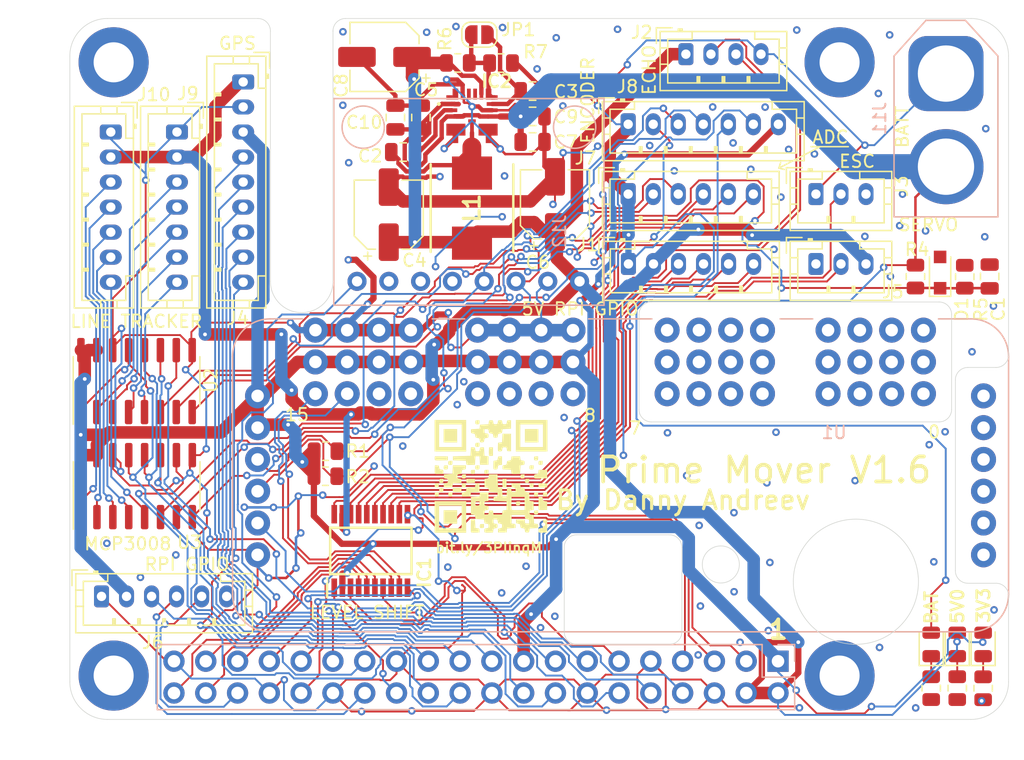
<source format=kicad_pcb>
(kicad_pcb (version 20211014) (generator pcbnew)
  (layers (0 "F.Cu" signal) (31 "B.Cu" signal) (34 "B.Paste" user) (35 "F.Paste" user) (36 "B.SilkS" user "B.Silkscreen") (37 "F.SilkS" user "F.Silkscreen") (38 "B.Mask" user) (39 "F.Mask" user) (44 "Edge.Cuts" user))
  (net 0 "")
  (net 1 "GND")
  (net 2 "/MCP3008/ADC1_CH6")
  (net 3 "/MCP3008/ADC1_CH5")
  (net 4 "/MCP3008/ADC0_CH7")
  (net 5 "/MCP3008/ADC0_CH6")
  (net 6 "VBAT_Read")
  (net 7 "/Accelerometer MPU6050/AD0")
  (net 8 "/Accelerometer MPU6050/XCL")
  (net 9 "/Accelerometer MPU6050/XDA")
  (net 10 "I2C_SDA")
  (net 11 "I2C_SCL")
  (net 12 "+5V")
  (net 13 "GPS_RST")
  (net 14 "GPS_RX")
  (net 15 "GPS_TX")
  (net 16 "GPS_RI")
  (net 17 "GPS_PWR")
  (net 18 "GPS_DTR")
  (net 19 "+3V3")
  (net 20 "GPIO1")
  (net 21 "GPIO0")
  (net 22 "LX")
  (net 23 "BST")
  (net 24 "+BATT")
  (net 25 "ECHO_5V")
  (net 26 "TRIG_5V")
  (net 27 "PWM_ESC")
  (net 28 "PWM_Servo")
  (net 29 "BIAS")
  (net 30 "ENC_OUT")
  (net 31 "DIR")
  (net 32 "PGO")
  (net 33 "LVL_OE")
  (net 34 "SPI_CS_ADC0")
  (net 35 "SPI_CS_ADC1")
  (net 36 "SPI_CLK")
  (net 37 "SPI_MISO")
  (net 38 "SPI_MOSI")
  (net 39 "GPIO26")
  (net 40 "TRIG_3V3")
  (net 41 "ECHO_3V3")
  (net 42 "PWM_~{OE}")
  (net 43 "GPIO27")
  (net 44 "PWM_ESC_5V")
  (net 45 "PWM_Servo_5V")
  (net 46 "GPIO21")
  (net 47 "GPIO20")
  (net 48 "GPIO19")
  (net 49 "GPIO16")
  (net 50 "/MCP3008/ADC0_CH5")
  (net 51 "FB")
  (net 54 "Net-(IC2-Pad17)")
  (net 55 "B6")
  (net 56 "B5")
  (net 57 "B4")
  (net 58 "B3")
  (net 61 "Net-(J9-Pad3)")
  (net 62 "Net-(J9-Pad4)")
  (net 63 "Net-(J9-Pad5)")
  (net 64 "Net-(J9-Pad6)")
  (net 65 "Net-(J9-Pad7)")
  (net 66 "Net-(J10-Pad3)")
  (net 67 "Net-(J10-Pad4)")
  (net 68 "Net-(J10-Pad5)")
  (net 69 "Net-(J10-Pad6)")
  (net 70 "Net-(J10-Pad7)")
  (net 107 "Net-(D2-Pad1)")
  (net 108 "Net-(D3-Pad1)")
  (net 109 "Net-(D4-Pad1)")
  (footprint "Jumper:SolderJumper-2_P1.3mm_Open_RoundedPad1.0x1.5mm" (layer "F.Cu") (at 10.22 -26.71)
    (fp_text reference "JP1")
    (fp_text value "Jumper_2_Bridged")
  )
  (footprint "Capacitor_SMD:C_0805_2012Metric" (layer "F.Cu") (at 14.47 -18.14)
    (fp_text reference "C7")
    (fp_text value "4.7uF 16v")
  )
  (footprint "Connector_JST:JST_PH_B6B-PH-K_1x06_P2.00mm_Vertical" (layer "F.Cu") (at 22.11 -13.97)
    (fp_text reference "J7")
    (fp_text value "Conn_01x06_Male")
  )
  (footprint "Capacitor_SMD:CP_Elec_5x5.3" (layer "F.Cu") (at 2.64 -24.93 180)
    (fp_text reference "C8")
    (fp_text value "22uF 10v")
  )
  (footprint "NTS0308EPWJ:SOP65P640X110-20N" (layer "F.Cu") (at 1.55 14.54 90)
    (fp_text reference "IC1")
    (fp_text value "NTS0308EPWJ" hide)
  )
  (footprint "Capacitor_SMD:CP_Elec_5x5.3" (layer "F.Cu") (at 16.26 -13.15 90)
    (fp_text reference "C6")
    (fp_text value "22uF 10v")
  )
  (footprint "Capacitor_SMD:CP_Elec_5x5.3" (layer "F.Cu") (at 2.98 -12.33 90)
    (fp_text reference "C4")
    (fp_text value "22uF 10v")
  )
  (footprint "Package_SO:SOIC-16_3.9x9.9mm_P1.27mm" (layer "F.Cu") (at -17.17 0.97 90)
    (fp_text reference "U2")
    (fp_text value "MCP3008")
  )
  (footprint "LOGO" (layer "F.Cu") (at 11.17 8.6)
    (fp_text reference "G***" hide)
    (fp_text value "LOGO" hide)
  )
  (footprint "Connector_JST:JST_PH_B7B-PH-K_1x07_P2.00mm_Vertical" (layer "F.Cu") (at -13.94 -18.93 -90)
    (fp_text reference "J9")
    (fp_text value "Conn_01x07_Male")
  )
  (footprint "Connector_JST:JST_PH_B6B-PH-K_1x06_P2.00mm_Vertical" (layer "F.Cu") (at -19.97 18.17)
    (fp_text reference "J6")
    (fp_text value "Conn_01x06_Male")
  )
  (footprint "Connector_JST:JST_PH_B7B-PH-K_1x07_P2.00mm_Vertical" (layer "F.Cu") (at -19.23 -18.93 -90)
    (fp_text reference "J10")
    (fp_text value "Conn_01x07_Male")
  )
  (footprint "MountingHole:MountingHole_3.2mm_M3_DIN965_Pad" (layer "F.Cu") (at -19 -24.5)
    (fp_text reference "H1" hide)
    (fp_text value "MountingHole_Pad")
  )
  (footprint "Connector_JST:JST_PH_B7B-PH-K_1x07_P2.00mm_Vertical" (layer "F.Cu") (at 22.11 -19.55)
    (fp_text reference "J8")
    (fp_text value "Conn_01x07_Male")
  )
  (footprint "Package_SO:SOIC-16_3.9x9.9mm_P1.27mm" (layer "F.Cu") (at -17.16 9.36 90)
    (fp_text reference "U3")
    (fp_text value "MCP3008")
  )
  (footprint "Capacitor_SMD:C_0805_2012Metric" (layer "F.Cu") (at 5.55 -20.09 90)
    (fp_text reference "C5")
    (fp_text value "4.7uF 16v")
  )
  (footprint "MountingHole:MountingHole_3.2mm_M3_DIN965_Pad" (layer "F.Cu") (at 39 24.5)
    (fp_text reference "H4" hide)
    (fp_text value "MountingHole_Pad")
  )
  (footprint "Resistor_SMD:R_0805_2012Metric" (layer "F.Cu") (at 46.32 25.5 90)
    (fp_text reference "R8" hide)
    (fp_text value "10k")
  )
  (footprint "LED_SMD:LED_0805_2012Metric" (layer "F.Cu") (at 46.32 22.01 90)
    (fp_text reference "D2" hide)
    (fp_text value "LED")
  )
  (footprint "Resistor_SMD:R_0805_2012Metric" (layer "F.Cu") (at 8.5 -24.45)
    (fp_text reference "R6")
    (fp_text value "120k")
  )
  (footprint "MWSA0605S-150MT:INDPM7066X500N" (layer "F.Cu") (at 9.63 -12.85 -90)
    (fp_text reference "L1")
    (fp_text value "1uH" hide)
  )
  (footprint "Connector_JST:JST_PH_B4B-PH-K_1x04_P2.00mm_Vertical" (layer "F.Cu") (at 26.72 -25.15)
    (fp_text reference "J2")
    (fp_text value "Conn_01x04_Male")
  )
  (footprint "Resistor_SMD:R_0805_2012Metric" (layer "F.Cu") (at 11.95 -24.44)
    (fp_text reference "R7")
    (fp_text value "22k")
  )
  (footprint "Capacitor_SMD:C_0805_2012Metric" (layer "F.Cu") (at 3.51 -20.09 90)
    (fp_text reference "C10")
    (fp_text value "1.0uF 16v")
  )
  (footprint "MountingHole:MountingHole_3.2mm_M3_DIN965_Pad" (layer "F.Cu") (at 39 -24.5)
    (fp_text reference "H3" hide)
    (fp_text value "MountingHole_Pad")
  )
  (footprint "Connector_JST:JST_PH_B9B-PH-K_1x09_P2.00mm_Vertical" (layer "F.Cu") (at -8.65 -22.93 -90)
    (fp_text reference "J4")
    (fp_text value "Conn_01x09_Male")
  )
  (footprint "Resistor_SMD:R_0805_2012Metric" (layer "F.Cu") (at 50.47 25.51 90)
    (fp_text reference "R10" hide)
    (fp_text value "1k2")
  )
  (footprint "LolomoloKiCADLib:PCA9685 HW170" (layer "F.Cu") (at 21.5 8.5 180)
    (fp_text reference "U1")
    (fp_text value "PCA9685")
  )
  (footprint "Resistor_SMD:R_0805_2012Metric" (layer "F.Cu") (at -2.08 8.57)
    (fp_text reference "R2")
    (fp_text value "4k7")
  )
  (footprint "Connector_JST:JST_PH_B6B-PH-K_1x06_P2.00mm_Vertical" (layer "F.Cu") (at 22.13 -8.39)
    (fp_text reference "J1")
    (fp_text value "Conn_01x06_Male")
  )
  (footprint "Resistor_SMD:R_0805_2012Metric" (layer "F.Cu") (at 45.06 -7.3825 -90)
    (fp_text reference "R4")
    (fp_text value "4.7k")
  )
  (footprint "LED_SMD:LED_0805_2012Metric" (layer "F.Cu") (at 50.47 22.01 90)
    (fp_text reference "D4" hide)
    (fp_text value "LED")
  )
  (footprint "Resistor_SMD:R_0805_2012Metric" (layer "F.Cu") (at -2.07 6.57)
    (fp_text reference "R1")
    (fp_text value "4k7")
  )
  (footprint "MountingHole:MountingHole_3.2mm_M3_DIN965_Pad" (layer "F.Cu") (at -19 24.5)
    (fp_text reference "H2" hide)
    (fp_text value "MountingHole_Pad")
  )
  (footprint "Resistor_SMD:R_0805_2012Metric" (layer "F.Cu") (at 48.4 25.5 90)
    (fp_text reference "R9" hide)
    (fp_text value "3k3")
  )
  (footprint "Connector_JST:JST_PH_B3B-PH-K_1x03_P2.00mm_Vertical" (layer "F.Cu") (at 37.11 -13.97)
    (fp_text reference "J3")
    (fp_text value "Conn_01x03_Male")
  )
  (footprint "MAX20404AFOC_VY+:MAX20404AFOCVY" (layer "F.Cu") (at 9.63 -20.22)
    (fp_text reference "IC2")
    (fp_text value "MAX20404AFOC_VY+" hide)
  )
  (footprint "LED_SMD:LED_0805_2012Metric" (layer "F.Cu") (at 48.4 22.01 90)
    (fp_text reference "D3" hide)
    (fp_text value "LED")
  )
  (footprint "Capacitor_SMD:C_0805_2012Metric" (layer "F.Cu") (at 14.47 -20.18)
    (fp_text reference "C9")
    (fp_text value "1.0uF 16v")
  )
  (footprint "Resistor_SMD:R_0805_2012Metric" (layer "F.Cu") (at 49 -7.37 90)
    (fp_text reference "R5")
    (fp_text value "1.5k")
  )
  (footprint "Capacitor_SMD:C_0805_2012Metric" (layer "F.Cu") (at 50.99 -7.39 90)
    (fp_text reference "C1")
    (fp_text value "0.1uF 16V")
  )
  (footprint "Connector_JST:JST_PH_B3B-PH-K_1x03_P2.00mm_Vertical" (layer "F.Cu") (at 37.11 -8.39)
    (fp_text reference "J5")
    (fp_text value "Conn_01x03_Male")
  )
  (footprint "Diode_SMD:D_SOD-323_HandSoldering" (layer "F.Cu") (at 47.03 -7.7 90)
    (fp_text reference "D1")
    (fp_text value "3V6")
  )
  (footprint "Capacitor_SMD:C_0805_2012Metric" (layer "F.Cu") (at 4.13 -17.33)
    (fp_text reference "C2")
    (fp_text value "0.1uF 16v")
  )
  (footprint "Capacitor_SMD:C_0805_2012Metric" (layer "F.Cu") (at 14.47 -22.2)
    (fp_text reference "C3")
    (fp_text value "2.2uF 10v")
  )
  (footprint "Connector_AMASS:AMASS_XT60-M_1x02_P7.20mm_Vertical" (layer "B.Cu") (at 47.5 -23.6 -90)
    (fp_text reference "J11")
    (fp_text value "Conn_01x02_Male")
  )
  (footprint "Connector_PinSocket_2.54mm:PinSocket_2x20_P2.54mm_Vertical" (layer "B.Cu") (at 34.08 23.35 90)
    (fp_text reference "R3" hide)
    (fp_text value "Raspberry_Pi_2_3")
  )
  (footprint "RascalHat:MPU-6050-Module" (layer "B.Cu") (at 18.275 -7 90)
    (fp_text reference "J12")
    (fp_text value "Conn_01x08_Male")
  )
  (gr_line (start 37.45 -17.76) (end 34.15 -16.05) (layer "F.SilkS") (width 0.12))
  (gr_line (start 34.15 -16.05) (end 34.58 -15.94) (layer "F.SilkS") (width 0.12))
  (gr_line (start 34.15 -16.05) (end 34.29 -16.49) (layer "F.SilkS") (width 0.12))
  (gr_line (start 36.72 -17.76) (end 39.7 -17.76) (layer "F.SilkS") (width 0.12))
  (gr_arc (start 49.5 -28) (mid 51.62132 -27.12132) (end 52.5 -25) (layer "Edge.Cuts") (width 0.05))
  (gr_line (start 52.5 -25) (end 52.5 -1.12) (layer "Edge.Cuts") (width 0.05))
  (gr_line (start -6.475 -27) (end -6.475 -7) (layer "Edge.Cuts") (width 0.05))
  (gr_arc (start 26.4 21) (mid 26.107106 21.707106) (end 25.4 22) (layer "Edge.Cuts") (width 0.05))
  (gr_circle (center 29.51 15.62) (end 30.93 16.04) (layer "Edge.Cuts") (width 0.05) (fill none))
  (gr_arc (start -1.475 -7) (mid -3.975 -4.5) (end -6.475 -7) (layer "Edge.Cuts") (width 0.05))
  (gr_arc (start 22.97 -4.35) (mid 23.262894 -5.057106) (end 23.97 -5.35) (layer "Edge.Cuts") (width 0.05))
  (gr_arc (start -19.5 28) (mid -21.62132 27.12132) (end -22.5 25) (layer "Edge.Cuts") (width 0.05))
  (gr_arc (start 17 14.25) (mid 17.292894 13.542894) (end 18 13.25) (layer "Edge.Cuts") (width 0.05))
  (gr_arc (start 47.95 3.23) (mid 47.657106 3.937106) (end 46.95 4.23) (layer "Edge.Cuts") (width 0.05))
  (gr_line (start -7.475 -28) (end -19.5 -28) (layer "Edge.Cuts") (width 0.05))
  (gr_line (start 52.5 25) (end 52.5 18.12) (layer "Edge.Cuts") (width 0.05))
  (gr_arc (start 18 22) (mid 17.292894 21.707106) (end 17 21) (layer "Edge.Cuts") (width 0.05))
  (gr_circle (center 40.3 17) (end 45.3 17) (layer "Edge.Cuts") (width 0.05) (fill none))
  (gr_line (start 23.97 -5.35) (end 46.95 -5.35) (layer "Edge.Cuts") (width 0.05))
  (gr_line (start 49.25 -0.12) (end 51.5 -0.12) (layer "Edge.Cuts") (width 0.05))
  (gr_line (start 25.4 13.25) (end 18 13.25) (layer "Edge.Cuts") (width 0.05))
  (gr_arc (start -22.5 -25) (mid -21.62132 -27.12132) (end -19.5 -28) (layer "Edge.Cuts") (width 0.05))
  (gr_line (start 46.95 4.23) (end 23.97 4.23) (layer "Edge.Cuts") (width 0.05))
  (gr_line (start -19.5 28) (end 49.5 28) (layer "Edge.Cuts") (width 0.05))
  (gr_line (start 22.97 -4.35) (end 22.97 3.23) (layer "Edge.Cuts") (width 0.05))
  (gr_arc (start 51.5 17.12) (mid 52.207106 17.412894) (end 52.5 18.12) (layer "Edge.Cuts") (width 0.05))
  (gr_line (start 48.25 16.12) (end 48.25 0.88) (layer "Edge.Cuts") (width 0.05))
  (gr_line (start 17 14.25) (end 17 21) (layer "Edge.Cuts") (width 0.05))
  (gr_arc (start 48.25 0.88) (mid 48.542894 0.172894) (end 49.25 -0.12) (layer "Edge.Cuts") (width 0.05))
  (gr_line (start -1.475 -27) (end -1.475 -7) (layer "Edge.Cuts") (width 0.05))
  (gr_line (start 49.25 17.12) (end 51.5 17.12) (layer "Edge.Cuts") (width 0.05))
  (gr_arc (start 52.5 25) (mid 51.62132 27.12132) (end 49.5 28) (layer "Edge.Cuts") (width 0.05))
  (gr_line (start 18 22) (end 25.4 22) (layer "Edge.Cuts") (width 0.05))
  (gr_arc (start 25.4 13.25) (mid 26.107106 13.542894) (end 26.4 14.25) (layer "Edge.Cuts") (width 0.05))
  (gr_line (start 26.4 21) (end 26.4 14.25) (layer "Edge.Cuts") (width 0.05))
  (gr_arc (start 49.25 17.12) (mid 48.542894 16.827106) (end 48.25 16.12) (layer "Edge.Cuts") (width 0.05))
  (gr_line (start -22.5 -25) (end -22.5 25) (layer "Edge.Cuts") (width 0.05))
  (gr_arc (start -1.475 -27) (mid -1.182106 -27.707106) (end -0.475 -28) (layer "Edge.Cuts") (width 0.05))
  (gr_line (start 47.95 3.23) (end 47.95 -4.35) (layer "Edge.Cuts") (width 0.05))
  (gr_arc (start -7.475 -28) (mid -6.767894 -27.707106) (end -6.475 -27) (layer "Edge.Cuts") (width 0.05))
  (gr_arc (start 52.5 -1.12) (mid 52.207106 -0.412894) (end 51.5 -0.12) (layer "Edge.Cuts") (width 0.05))
  (gr_line (start -0.475 -28) (end 49.5 -28) (layer "Edge.Cuts") (width 0.05))
  (gr_arc (start 46.95 -5.35) (mid 47.657106 -5.057106) (end 47.95 -4.35) (layer "Edge.Cuts") (width 0.05))
  (gr_arc (start 23.97 4.23) (mid 23.262894 3.937106) (end 22.97 3.23) (layer "Edge.Cuts") (width 0.05))
  (gr_text "15" (at -4.36 3.66) (layer "F.SilkS") (effects (font (size 1 1))))
  (gr_text "5V0" (at 48.42 18.95 90) (layer "F.SilkS") (effects (font (size 1 1) (thickness 0.2))))
  (gr_text "ENCODER" (at 18.88 -21.46 90) (layer "F.SilkS") (effects (font (size 1 1))))
  (gr_text "LEVEL SHIFT" (at 1.24 19.45) (layer "F.SilkS") (effects (font (size 1 1))))
  (gr_text "SERVO" (at 46.1 -11.53) (layer "F.SilkS") (effects (font (size 1 1))))
  (gr_text "RPI GPIO" (at -13.14 15.61) (layer "F.SilkS") (effects (font (size 1 1))))
  (gr_text "1" (at 34.1 20.83) (layer "F.SilkS") (effects (font (size 1.5 1.5) (thickness 0.3))))
  (gr_text "BAT" (at 46.33 19.06 90) (layer "F.SilkS") (effects (font (size 1 1) (thickness 0.2))))
  (gr_text "ECHO" (at 23.79 -23.89 90) (layer "F.SilkS") (effects (font (size 1 1))))
  (gr_text "5V RPI GPIO" (at 18.27 -4.79) (layer "F.SilkS") (effects (font (size 1 1))))
  (gr_text "GPS" (at -9.11 -26.01) (layer "F.SilkS") (effects (font (size 1 1))))
  (gr_text "7" (at 22.68 4.72) (layer "F.SilkS") (effects (font (size 1 1))))
  (gr_text "LINE TRACKER" (at -17.18 -3.8) (layer "F.SilkS") (effects (font (size 1 1))))
  (gr_text "MCP3008" (at -17.87 13.97) (layer "F.SilkS") (effects (font (size 1 1))))
  (gr_text "3V3" (at 50.5 18.89 90) (layer "F.SilkS") (effects (font (size 1 1) (thickness 0.2))))
  (gr_text "bit.ly/3PIinqM" (at 10.97 14.29) (layer "F.SilkS") (effects (font (size 0.8 0.8))))
  (gr_text "Prime Mover V1.6" (at 32.97 8.08) (layer "F.SilkS") (effects (font (size 2 2) (thickness 0.3))))
  (gr_text "By Danny Andreev	" (at 31.16 10.48) (layer "F.SilkS") (effects (font (size 1.5 1.5) (thickness 0.25))))
  (gr_text "BATT" (at 43.99 -19.34 90) (layer "F.SilkS") (effects (font (size 1 1))))
  (gr_text "ESC" (at 40.4 -16.59) (layer "F.SilkS") (effects (font (size 1 1))))
  (gr_text "8" (at 19.06 3.72) (layer "F.SilkS") (effects (font (size 1 1))))
  (gr_text "ADC" (at 38.27 -18.52) (layer "F.SilkS") (effects (font (size 1 1))))
  (gr_text "0" (at 46.55 5.04) (layer "F.SilkS") (effects (font (size 1 1))))
  (segment (start 37.11 -13.97) (end 37.11 -14.18) (width 0.15) (layer "F.Cu") (net 1))
  (segment (start 18.5 -22.2) (end 19.66 -21.04) (width 0.15) (layer "F.Cu") (net 1))
  (segment (start 25.11 27.2) (end 25.11 24.54) (width 0.15) (layer "F.Cu") (net 1))
  (segment (start 0 27.37) (end 0.81 27.37) (width 0.15) (layer "F.Cu") (net 1))
  (segment (start 2.253731 24.815489) (end -0.405489 24.815489) (width 0.15) (layer "F.Cu") (net 1))
  (segment (start 8.834522 -22.74) (end 6.59 -22.74) (width 0.35) (layer "F.Cu") (net 1))
  (segment (start 2.2 -3.1) (end 4.74 -3.1) (width 1) (layer "F.Cu") (net 1))
  (segment (start 15.42 -22.2) (end 15.42 -20.18) (width 0.35) (layer "F.Cu") (net 1))
  (segment (start 15.42 -20.18) (end 15.42 -18.14) (width 0.35) (layer "F.Cu") (net 1))
  (segment (start 7.589011 -4.35) (end 7.74 -4.500989) (width 0.5) (layer "F.Cu") (net 1))
  (segment (start -11.41 14.45) (end -12.19 13.67) (width 0.15) (layer "F.Cu") (net 1))
  (segment (start 35.684511 26.964511) (end 35.79 27.07) (width 0.15) (layer "F.Cu") (net 1))
  (segment (start 8.88 -22.694522) (end 8.454522 -23.12) (width 0.35) (layer "F.Cu") (net 1))
  (segment (start 2.302743 24.864501) (end 2.253731 24.815489) (width 0.15) (layer "F.Cu") (net 1))
  (segment (start -11.55 12.61) (end -11.55 11.5) (width 0.15) (layer "F.Cu") (net 1))
  (segment (start 4.74 -3.1) (end 5.61 -3.1) (width 0.5) (layer "F.Cu") (net 1))
  (segment (start 20.38 27.26) (end 25.05 27.26) (width 0.15) (layer "F.Cu") (net 1))
  (segment (start 3.82 -15.37) (end 4.089677 -15.37) (width 0.35) (layer "F.Cu") (net 1))
  (segment (start 27.925489 24.815489) (end 29 25.89) (width 0.15) (layer "F.Cu") (net 1))
  (segment (start 23.710411 27.2) (end 25.11 27.2) (width 0.15) (layer "F.Cu") (net 1))
  (segment (start -0.405489 24.815489) (end -1.48 25.89) (width 0.15) (layer "F.Cu") (net 1))
  (segment (start 20.08 -14.88) (end 20.64 -15.44) (width 0.15) (layer "F.Cu") (net 1))
  (segment (start 14.44548 -17.16548) (end 12.29452 -17.16548) (width 0.2) (layer "F.Cu") (net 1))
  (segment (start 11.242 -20.67) (end 12.578573 -20.67) (width 0.2) (layer "F.Cu") (net 1))
  (segment (start 4.82 27.32) (end 9.79 27.32) (width 0.15) (layer "F.Cu") (net 1))
  (segment (start -6.61 16.7) (end -5.22 16.7) (width 0.2) (layer "F.Cu") (net 1))
  (segment (start 12.578573 -20.67) (end 13.068573 -21.16) (width 0.2) (layer "F.Cu") (net 1))
  (segment (start 8.343 -18.543) (end 7.41 -17.61) (width 0.35) (layer "F.Cu") (net 1))
  (segment (start 29 25.89) (end 30.074511 26.964511) (width 0.15) (layer "F.Cu") (net 1))
  (segment (start 5.981783 -15.281458) (end 6.070324 -15.37) (width 0.35) (layer "F.Cu") (net 1))
  (segment (start 12.294511 24.815489) (end 17.765489 24.815489) (width 0.15) (layer "F.Cu") (net 1))
  (segment (start 12.8625 -24.44) (end 13.18 -24.44) (width 0.35) (layer "F.Cu") (net 1))
  (segment (start 22.139826 -10.714011) (end 21.409195 -10.714011) (width 0.5) (layer "F.Cu") (net 1))
  (segment (start -19.075 -1.505) (end -19.075 -2.535) (width 0.15) (layer "F.Cu") (net 1))
  (segment (start 16.26 -13.31) (end 16.1 -13.15) (width 0.15) (layer "F.Cu") (net 1))
  (segment (start 6.070324 -15.37) (end 7.07 -15.37) (width 0.35) (layer "F.Cu") (net 1))
  (segment (start -14.18 23.35) (end -14.79 23.35) (width 0.15) (layer "F.Cu") (net 1))
  (segment (start 19.66 -21.93) (end 19.66 -21.04) (width 0.15) (layer "F.Cu") (net 1))
  (segment (start -19.075 -5.643953) (end -16.44 -8.278953) (width 0.15) (layer "F.Cu") (net 1))
  (segment (start 10.917 -18.543) (end 11.88 -17.58) (width 0.35) (layer "F.Cu") (net 1))
  (segment (start 19.67 -17.8) (end 20.59 -17.8) (width 0.15) (layer "F.Cu") (net 1))
  (segment (start 2.98 -14.53) (end 3.82 -15.37) (width 0.35) (layer "F.Cu") (net 1))
  (segment (start 4.77 27.37) (end 4.82 27.32) (width 0.15) (layer "F.Cu") (net 1))
  (segment (start 8.88 -22.694522) (end 8.834522 -22.74) (width 0.35) (layer "F.Cu") (net 1))
  (segment (start -19.075 -1.739651) (end -19.075 -1.505) (width 0.15) (layer "F.Cu") (net 1))
  (segment (start -4.24 12.91) (end -4.24 10.16) (width 0.2) (layer "F.Cu") (net 1))
  (segment (start -16.44 -8.278953) (end -16.44 -15.08) (width 0.15) (layer "F.Cu") (net 1))
  (segment (start 8.88 -21.958) (end 8.980489 -21.857511) (width 0.2) (layer "F.Cu") (net 1))
  (segment (start -19.075 -1.505) (end -19.075 -5.643953) (width 0.15) (layer "F.Cu") (net 1))
  (segment (start -18.44 7.51) (end -19.065 6.885) (width 0.15) (layer "F.Cu") (net 1))
  (segment (start 8.980489 -21.857511) (end 8.980489 -21.319511) (width 0.2) (layer "F.Cu") (net 1))
  (segment (start 18.84 25.89) (end 20.305489 24.424511) (width 0.15) (layer "F.Cu") (net 1))
  (segment (start 4.124511 -13.385489) (end 2.98 -14.53) (width 1) (layer "F.Cu") (net 1))
  (segment (start 18.84 25.89) (end 17.47 27.26) (width 0.15) (layer "F.Cu") (net 1))
  (segment (start 13.068573 -21.16) (end 15.42 -21.16) (width 0.2) (layer "F.Cu") (net 1))
  (segment (start -4.87 -3.7) (end -12.04 -3.7) (width 0.15) (layer "F.Cu") (net 1))
  (segment (start 8.884062 17.28049) (end 8.84 17.28049) (width 0.15) (layer "F.Cu") (net 1))
  (segment (start 20.38 27.26) (end 20.21 27.26) (width 0.15) (layer "F.Cu") (net 1))
  (segment (start 10.1545 -20.97) (end 9.64 -20.97) (width 0.35) (layer "F.Cu") (net 1))
  (segment (start 25.11 24.54) (end 23.92 23.35) (width 0.15) (layer "F.Cu") (net 1))
  (segment (start 8.84 17.28049) (end 8.84 17.24) (width 0.15) (layer "F.Cu") (net 1))
  (segment (start -5.5045 24.8345) (end -5.366717 24.8345) (width 0.15) (layer "F.Cu") (net 1))
  (segment (start 16.26 -15.35) (end 16.91 -16) (width 0.15) (layer "F.Cu") (net 1))
  (segment (start 20.305489 24.424511) (end 22.845489 24.424511) (width 0.15) (layer "F.Cu") (net 1))
  (segment (start 15.42 -18.14) (end 15.42 -16.19) (width 0.35) (layer "F.Cu") (net 1))
  (segment (start 4.50431 11.63131) (end 4.50431 11.691394) (width 0.15) (layer "F.Cu") (net 1))
  (segment (start 4.475 11.602) (end 4.50431 11.63131) (width 0.15) (layer "F.Cu") (net 1))
  (segment (start -12.725 -0.465) (end -12.725 -1.505) (width 0.15) (layer "F.Cu") (net 1))
  (segment (start -19.075 -2.535) (end -18.37 -3.24) (width 0.15) (layer "F.Cu") (net 1))
  (segment (start 6.59 -22.74) (end 5.54 -21.69) (width 0.35) (layer "F.Cu") (net 1))
  (segment (start -18.110131 -2.70452) (end -19.075 -1.739651) (width 0.15) (layer "F.Cu") (net 1))
  (segment (start 20.21 27.26) (end 18.84 25.89) (width 0.15) (layer "F.Cu") (net 1))
  (segment (start 3.6 23.35) (end 3.6 24.35) (width 0.15) (layer "F.Cu") (net 1))
  (segment (start -11.74 12.8) (end -11.55 12.61) (width 0.15) (layer "F.Cu") (net 1))
  (segment (start -12.91 7.08) (end -12.715 6.885) (width 0.15) (layer "F.Cu") (net 1))
  (segment (start 22.11 -13.97) (end 20.64 -15.44) (width 1) (layer "F.Cu") (net 1))
  (segment (start 3.51 -21.86) (end 0.44 -24.93) (width 0.35) (layer "F.Cu") (net 1))
  (segment (start 21.409195 -10.714011) (end 20.10599 -9.410806) (width 0.5) (layer "F.Cu") (net 1))
  (segment (start 1.76 -5.64) (end 1.76 -7.327626) (width 0.5) (layer "F.Cu") (net 1))
  (segment (start 9.05951 17.714062) (end 9.05951 17.455938) (width 0.15) (layer "F.Cu") (net 1))
  (segment (start 9.319011 -21.270989) (end 9.029011 -21.270989) (width 0.2) (layer "F.Cu") (net 1))
  (segment (start 17.29 27.26) (end 20.38 27.26) (width 0.15) (layer "F.Cu") (net 1))
  (segment (start 10.4545 -20.67) (end 10.1545 -20.97) (width 0.35) (layer "F.Cu") (net 1))
  (segment (start 10.917 -19.12) (end 10.917 -18.543) (width 0.35) (layer "F.Cu") (net 1))
  (segment (start -15.64 9.66) (end -14.74 9.66) (width 0.15) (layer "F.Cu") (net 1))
  (segment (start -12.04 -3.7) (end -12.79 -2.95) (width 0.15) (layer "F.Cu") (net 1))
  (segment (start 0.81 27.37) (end 4.77 27.37) (width 0.15) (layer "F.Cu") (net 1))
  (segment (start 16.26 -15.35) (end 14.295489 -13.385489) (width 1) (layer "F.Cu") (net 1))
  (segment (start 13.18 -24.44) (end 15.42 -22.2) (width 0.35) (layer "F.Cu") (net 1))
  (segment (start 3.51 -21.04) (end 3.51 -21.86) (width 0.35) (layer "F.Cu") (net 1))
  (segment (start 4.089677 -15.37) (end 4.178219 -15.281458) (width 0.35) (layer "F.Cu") (net 1))
  (segment (start 1.3 -5.18) (end 1.76 -5.64) (width 0.5) (layer "F.Cu") (net 1))
  (segment (start 9.63 -20.96) (end 9.319011 -21.270989) (width 0.2) (layer "F.Cu") (net 1))
  (segment (start -12.725 -1.739651) (end -13.689869 -2.70452) (width 0.15) (layer "F.Cu") (net 1))
  (segment (start 12.59 27.26) (end 17.29 27.26) (width 0.15) (layer "F.Cu") (net 1))
  (segment (start 16.26 -15.35) (end 16.26 -13.31) (width 0.15) (layer "F.Cu") (net 1))
  (segment (start 8.343 -19.12) (end 8.343 -18.543) (width 0.35) (layer "F.Cu") (net 1))
  (segment (start -10.09952 19.26952) (end -9.49952 19.26952) (width 0.15) (layer "F.Cu") (net 1))
  (segment (start 4.674511 22.275489) (end 7.794511 22.275489) (width 0.15) (layer "F.Cu") (net 1))
  (segment (start -14.79 23.35) (end -19.97 18.17) (width 0.15) (layer "F.Cu") (net 1))
  (segment (start 10.145489 24.815489) (end 11.22 25.89) (width 0.15) (layer "F.Cu") (net 1))
  (segment (start 22.845489 26.335078) (end 23.710411 27.2) (width 0.15) (layer "F.Cu") (net 1))
  (segment (start 8.88 -21.958) (end 8.88 -22.694522) (width 0.35) (layer "F.Cu") (net 1))
  (segment (start 8.7 -1.72) (end 7.95 -1.72) (width 0.15) (layer "F.Cu") (net 1))
  (segment (start -1.48 25.89) (end 0 27.37) (width 0.15) (layer "F.Cu") (net 1))
  (segment (start 25.11 27.2) (end 27.69 27.2) (width 0.15) (layer "F.Cu") (net 1))
  (segment (start 17.47 27.26) (end 17.29 27.26) (width 0.15) (layer "F.Cu") (net 1))
  (segment (start 23.92 23.35) (end 25.385489 24.815489) (width 0.15) (layer "F.Cu") (net 1))
  (segment (start 9.64 -20.97) (end 9.63 -20.96) (width 0.35) (layer "F.Cu") (net 1))
  (segment (start 15.42 -16.19) (end 16.26 -15.35) (width 0.35) (layer "F.Cu") (net 1))
  (segment (start 1.76 -7.327626) (end 0.367626 -8.72) (width 0.5) (layer "F.Cu") (net 1))
  (segment (start -18.44 8.19) (end -18.44 7.51) (width 0.15) (layer "F.Cu") (net 1))
  (segment (start 20.08 -13.94) (end 20.08 -14.88) (width 0.15) (layer "F.Cu") (net 1))
  (segment (start 8.84 21.23) (end 8.84 17.933572) (width 0.15) (layer "F.Cu") (net 1))
  (segment (start -13.689869 -2.70452) (end -18.110131 -2.70452) (width 0.15) (layer "F.Cu") (net 1))
  (segment (start -12.725 -1.505) (end -12.725 -1.739651) (width 0.15) (layer "F.Cu") (net 1))
  (segment (start 5.61 -3.1) (end 6.86 -4.35) (width 0.5) (layer "F.Cu") (net 1))
  (segment (start -14.18 23.35) (end -10.09952 19.26952) (width 0.15) (layer "F.Cu") (net 1))
  (segment (start -12.715 6.885) (end -12.095 6.885) (width 0.15) (layer "F.Cu") (net 1))
  (segment (start -12.79 -2.95) (end -12.79 -1.57) (width 0.15) (layer "F.Cu") (net 1))
  (segment (start 8.454522 -23.12) (end 7.6 -23.12) (width 0.35) (layer "F.Cu") (net 1))
  (segment (start 27.69 27.2) (end 29 25.89) (width 0.15) (layer "F.Cu") (net 1))
  (segment (start 9.05951 17.455938) (end 8.884062 17.28049) (width 0.15) (layer "F.Cu") (net 1))
  (segment (start 37.11 -14.18) (end 40.81 -17.88) (width 0.15) (layer "F.Cu") (net 1))
  (segment (start 20.64 -17.75) (end 22.11 -19.22) (width 1) (layer "F.Cu") (net 1))
  (segment (start -2.14 10.24) (end -2.3 10.08) (width 0.15) (layer "F.Cu") (net 1))
  (segment (start 3.6 23.35) (end 4.674511 22.275489) (width 0.15) (layer "F.Cu") (net 1))
  (segment (start 22.11 -19.22) (end 22.11 -19.55) (width 1) (layer "F.Cu") (net 1))
  (segment (start -12.19 13.25) (end -11.74 12.8) (width 0.15) (layer "F.Cu") (net 1))
  (segment (start -0.67 10.24) (end -0.98 10.24) (width 0.15) (layer "F.Cu") (net 1))
  (segment (start 25.05 27.26) (end 25.11 27.2) (width 0.15) (layer "F.Cu") (net 1))
  (segment (start 9.029011 -21.270989) (end 8.980489 -21.319511) (width 0.2) (layer "F.Cu") (net 1))
  (segment (start 3.6 24.35) (end 3.085499 24.864501) (width 0.15) (layer "F.Cu") (net 1))
  (segment (start 3.6 23.35) (end 5.065489 24.815489) (width 0.15) (layer "F.Cu") (net 1))
  (segment (start -4.05 13.1) (end -4.24 12.91) (width 0.2) (layer "F.Cu") (net 1))
  (segment (start 7.794511 22.275489) (end 8.84 21.23) (width 0.15) (layer "F.Cu") (net 1))
  (segment (start 11.22 25.89) (end 12.294511 24.815489) (width 0.15) (layer "F.Cu") (net 1))
  (segment (start 23.92 23.35) (end 22.845489 24.424511) (width 0.15) (layer "F.Cu") (net 1))
  (segment (start 14.295489 -13.385489) (end 4.124511 -13.385489) (width 1) (layer "F.Cu") (net 1))
  (segment (start 20.59 -17.8) (end 20.64 -17.75) (width 0.15) (layer "F.Cu") (net 1))
  (segment (start 4.592028 -15.281459) (end 5.981783 -15.281458) (width 0.35) (layer "F.Cu") (net 1))
  (segment (start 11.22 25.89) (end 12.59 27.26) (width 0.15) (layer "F.Cu") (net 1))
  (segment (start -12.91 8.31) (end -12.91 7.08) (width 0.15) (layer "F.Cu") (net 1))
  (segment (start -6.56 25.89) (end -5.5045 24.8345) (width 0.15) (layer "F.Cu") (net 1))
  (segment (start 0.367626 -8.72) (end -0.25 -8.72) (width 0.5) (layer "F.Cu") (net 1))
  (segment (start 11.242 -20.67) (end 10.4545 -20.67) (width 0.35) (layer "F.Cu") (net 1))
  (segment (start 15.42 -18.14) (end 14.44548 -17.16548) (width 0.2) (layer "F.Cu") (net 1))
  (segment (start 22.04 -24.31) (end 19.66 -21.93) (width 0.15) (layer "F.Cu") (net 1))
  (segment (start -12.19 13.67) (end -12.19 13.25) (width 0.15) (layer "F.Cu") (net 1))
  (segment (start 8.84 17.933572) (end 9.05951 17.714062) (width 0.15) (layer "F.Cu") (net 1))
  (segment (start 3.085499 24.864501) (end 2.302743 24.864501) (width 0.15) (layer "F.Cu") (net 1))
  (segment (start 20.64 -15.44) (end 20.64 -17.75) (width 1) (layer "F.Cu") (net 1))
  (segment (start -0.98 10.24) (end -2.14 10.24) (width 0.15) (layer "F.Cu") (net 1))
  (segment (start 25.385489 24.815489) (end 27.925489 24.815489) (width 0.15) (layer "F.Cu") (net 1))
  (segment (start 15.42 -22.2) (end 18.5 -22.2) (width 0.15) (layer "F.Cu") (net 1))
  (segment (start -7.9 14.45) (end -11.41 14.45) (width 0.15) (layer "F.Cu") (net 1))
  (segment (start 22.845489 24.424511) (end 22.845489 26.335078) (width 0.15) (layer "F.Cu") (net 1))
  (segment (start -9.49952 19.26952) (end -7.5 17.27) (width 0.15) (layer "F.Cu") (net 1))
  (segment (start -7.5 14.85) (end -7.9 14.45) (width 0.15) (layer "F.Cu") (net 1))
  (segment (start -5.22 16.7) (end -4.43 15.91) (width 0.2) (layer "F.Cu") (net 1))
  (segment (start -13.25 0.06) (end -12.725 -0.465) (width 0.15) (layer "F.Cu") (net 1))
  (segment (start 20.10599 -9.224512) (end 19.396467 -8.514989) (width 0.15) (layer "F.Cu") (net 1))
  (segment (start 30.074511 26.964511) (end 35.684511 26.964511) (width 0.15) (layer "F.Cu") (net 1))
  (segment (start -12.095 6.885) (end -11.6 6.39) (width 0.15) (layer "F.Cu") (net 1))
  (segment (start 4.178219 -15.281458) (end 4.592028 -15.281459) (width 0.35) (layer "F.Cu") (net 1))
  (segment (start 16.91 -16) (end 16.91 -17.28) (width 0.15) (layer "F.Cu") (net 1))
  (segment (start 5.065489 24.815489) (end 10.145489 24.815489) (width 0.15) (layer "F.Cu") (net 1))
  (segment (start 9.79 27.32) (end 11.22 25.89) (width 0.15) (layer "F.Cu") (net 1))
  (segment (start 10.08 -3.1) (end 8.7 -1.72) (width 0.15) (layer "F.Cu") (net 1))
  (segment (start 17.765489 24.815489) (end 18.84 25.89) (width 0.15) (layer "F.Cu") (net 1))
  (segment (start -19.065 6.885) (end -19.065 7.965) (width 0.15) (layer "F.Cu") (net 1))
  (segment (start 20.10599 -9.410806) (end 20.10599 -9.224512) (width 0.15) (layer "F.Cu") (net 1))
  (segment (start -0.34 -3.1) (end 2.2 -3.1) (width 1) (layer "F.Cu") (net 1))
  (segment (start -17.72 9.31) (end -15.99 9.31) (width 0.15) (layer "F.Cu") (net 1))
  (segment (start 40.81 -17.88) (end 41.02 -17.88) (width 0.15) (layer "F.Cu") (net 1))
  (segment (start -15.99 9.31) (end -15.64 9.66) (width 0.15) (layer "F.Cu") (net 1))
  (segment (start -19.065 7.965) (end -17.72 9.31) (width 0.15) (layer "F.Cu") (net 1))
  (segment (start -2.88 -3.1) (end -0.34 -3.1) (width 1) (layer "F.Cu") (net 1))
  (segment (start -14.74 9.66) (end -14 8.92) (width 0.15) (layer "F.Cu") (net 1))
  (segment (start -7.5 17.27) (end -7.5 14.85) (width 0.15) (layer "F.Cu") (net 1))
  (segment (start -12.79 -1.57) (end -12.725 -1.505) (width 0.15) (layer "F.Cu") (net 1))
  (segment (start 3.51 -21.04) (end 5.55 -21.04) (width 0.35) (layer "F.Cu") (net 1))
  (segment (start 1.81 7.76) (end -0.67 10.24) (width 0.15) (layer "F.Cu") (net 1))
  (segment (start 8.434062 17.714062) (end 8.42 17.7) (width 0.15) (layer "F.Cu") (net 1))
  (segment (start 6.86 -4.35) (end 7.589011 -4.35) (width 0.5) (layer "F.Cu") (net 1))
  (segment (start 12.29452 -17.16548) (end 11.88 -17.58) (width 0.2) (layer "F.Cu") (net 1))
  (segment (start 9.05951 17.714062) (end 8.434062 17.714062) (width 0.15) (layer "F.Cu") (net 1))
  (via (at -11.55 11.5) (size 0.6) (drill 0.3) (layers "F.Cu" "B.Cu") (net 1))
  (via (at 15.11 20.67) (size 0.6) (drill 0.3) (layers "F.Cu" "B.Cu") (net 1))
  (via (at 12 17.89) (size 0.6) (drill 0.3) (layers "F.Cu" "B.Cu") (net 1))
  (via (at 40.24 8.92) (size 0.6) (drill 0.3) (layers "F.Cu" "B.Cu") (net 1))
  (via (at 44.03 -13.97) (size 0.6) (drill 0.3) (layers "F.Cu" "B.Cu") (net 1))
  (via (at -14 8.92) (size 0.6) (drill 0.3) (layers "F.Cu" "B.Cu") (net 1))
  (via (at -18.44 8.19) (size 0.6) (drill 0.3) (layers "F.Cu" "B.Cu") (net 1))
  (via (at 7.6 -23.12) (size 0.6) (drill 0.3) (layers "F.Cu" "B.Cu") (net 1))
  (via (at 0.81 27.37) (size 0.6) (drill 0.3) (layers "F.Cu" "B.Cu") (net 1))
  (via (at 8.35 -27.36) (size 0.6) (drill 0.3) (layers "F.Cu" "B.Cu") (net 1))
  (via (at 51.29 -5.03) (size 0.6) (drill 0.3) (layers "F.Cu" "B.Cu") (net 1))
  (via (at 33.43 15.46) (size 0.6) (drill 0.3) (layers "F.Cu" "B.Cu") (net 1))
  (via (at 8.45 2.85) (size 0.6) (drill 0.3) (layers "F.Cu" "B.Cu") (net 1))
  (via (at 46.53 15.41) (size 0.6) (drill 0.3) (layers "F.Cu" "B.Cu") (net 1))
  (via (at 21.73 6.9) (size 0.6) (drill 0.3) (layers "F.Cu" "B.Cu") (net 1))
  (via (at 33.76 -9.56) (size 0.6) (drill 0.3) (layers "F.Cu" "B.Cu") (net 1))
  (via (at 11.88 -17.58) (size 0.6) (drill 0.3) (layers "F.Cu" "B.Cu") (net 1))
  (via (at -14.03 14.86) (size 0.6) (drill 0.3) (layers "F.Cu" "B.Cu") (net 1))
  (via (at 14.83 -23.97) (size 0.6) (drill 0.3) (layers "F.Cu" "B.Cu") (net 1))
  (via (at 21.26 -27.14) (size 0.6) (drill 0.3) (layers "F.Cu" "B.Cu") (net 1))
  (via (at 42.1 -22.01) (size 0.6) (drill 0.3) (layers "F.Cu" "B.Cu") (net 1))
  (via (at 16.91 -17.28) (size 0.6) (drill 0.3) (layers "F.Cu" "B.Cu") (net 1))
  (via (at -12.91 8.31) (size 0.6) (drill 0.3) (layers "F.Cu" "B.Cu") (net 1))
  (via (at -0.68 -26.94) (size 0.6) (drill 0.3) (layers "F.Cu" "B.Cu") (net 1))
  (via (at 22.04 -24.31) (size 0.6) (drill 0.3) (layers "F.Cu" "B.Cu") (net 1))
  (via (at 20.08 -13.94) (size 0.6) (drill 0.3) (layers "F.Cu" "B.Cu") (net 1))
  (via (at 41.02 -17.88) (size 0.6) (drill 0.3) (layers "F.Cu" "B.Cu") (net 1))
  (via (at 7.07 -15.37) (size 0.6) (drill 0.3) (layers "F.Cu" "B.Cu") (net 1))
  (via (at 31.05 21.84) (size 0.6) (drill 0.3) (layers "F.Cu" "B.Cu") (net 1))
  (via (at 30.57 17.8) (size 0.6) (drill 0.3) (layers "F.Cu" "B.Cu") (net 1))
  (via (at 6.959162 16.95551) (size 0.6) (drill 0.3) (layers "F.Cu" "B.Cu") (net 1))
  (via (at 43.06 -7.39) (size 0.6) (drill 0.3) (layers "F.Cu" "B.Cu") (net 1))
  (via (at 50.35 26.52) (size 0.6) (drill 0.3) (layers "F.Cu" "B.Cu") (net 1))
  (via (at 12.23 -15.42) (size 0.6) (drill 0.3) (layers "F.Cu" "B.Cu") (net 1))
  (via (at -18.37 -3.24) (size 0.6) (drill 0.3) (layers "F.Cu" "B.Cu") (net 1))
  (via (at 13.95 15.76) (size 0.6) (drill 0.3) (layers "F.Cu" "B.Cu") (net 1))
  (via (at 1.81 7.76) (size 0.6) (drill 0.3) (layers "F.Cu" "B.Cu") (net 1))
  (via (at 30.56 11.48) (size 0.6) (drill 0.3) (layers "F.Cu" "B.Cu") (net 1))
  (via (at 25.11 27.2) (size 0.6) (drill 0.3) (layers "F.Cu" "B.Cu") (net 1))
  (via (at 30.49 -18.06) (size 0.6) (drill 0.3) (layers "F.Cu" "B.Cu") (net 1))
  (via (at 28.86 -20.93) (size 0.6) (drill 0.3) (layers "F.Cu" "B.Cu") (net 1))
  (via (at -4.05 13.1) (size 0.6) (drill 0.3) (layers "F.Cu" "B.Cu") (net 1))
  (via (at 46.16 6.05) (size 0.6) (drill 0.3) (layers "F.Cu" "B.Cu") (net 1))
  (via (at 51.34 19.25) (size 0.6) (drill 0.3) (layers "F.Cu" "B.Cu") (net 1))
  (via (at 35.79 27.07) (size 0.6) (drill 0.3) (layers "F.Cu" "B.Cu") (net 1))
  (via (at 31.91 -15.95) (size 0.6) (drill 0.3) (layers "F.Cu" "B.Cu") (net 1))
  (via (at 16.25 19.76) (size 0.6) (drill 0.3) (layers "F.Cu" "B.Cu") (net 1))
  (via (at 20.38 27.26) (size 0.6) (drill 0.3) (layers "F.Cu" "B.Cu") (net 1))
  (via (at -19.54 13.93) (size 0.6) (drill 0.3) (layers "F.Cu" "B.Cu") (net 1))
  (via (at -5.366717 24.8345) (size 0.6) (drill 0.3) (layers "F.Cu" "B.Cu") (net 1))
  (via (at 4.50431 11.691394) (size 0.6) (drill 0.3) (layers "F.Cu" "B.Cu") (net 1))
  (via (at 8.978092 1.018848) (size 0.6) (drill 0.3) (layers "F.Cu" "B.Cu") (net 1))
  (via (at 7.7 15.83) (size 0.6) (drill 0.3) (layers "F.Cu" "B.Cu") (net 1))
  (via (at 27.78 12.5) (size 0.6) (drill 0.3) (layers "F.Cu" "B.Cu") (net 1))
  (via (at 23.83 -17.85) (size 0.6) (drill 0.3) (layers "F.Cu" "B.Cu") (net 1))
  (via (at 41.02 -10.59) (size 0.6) (drill 0.3) (layers "F.Cu" "B.Cu") (net 1))
  (via (at 7.74 -4.500989) (size 0.6) (drill 0.3) (layers "F.Cu" "B.Cu") (net 1))
  (via (at 26.78 8.52) (size 0.6) (drill 0.3) (layers "F.Cu" "B.Cu") (net 1))
  (via (at 27.7 22.85) (size 0.6) (drill 0.3) (layers "F.Cu" "B.Cu") (net 1))
  (via (at -16.86 16.65) (size 0.6) (drill 0.3) (layers "F.Cu" "B.Cu") (net 1))
  (via (at -0.22 -16.48) (size 0.6) (drill 0.3) (layers "F.Cu" "B.Cu") (net 1))
  (via (at 19.396467 -8.514989) (size 0.6) (drill 0.3) (layers "F.Cu" "B.Cu") (net 1))
  (via (at 35.58 -27.08) (size 0.6) (drill 0.3) (layers "F.Cu" "B.Cu") (net 1))
  (via (at 9.63 -20.96) (size 0.6) (drill 0.3) (layers "F.Cu" "B.Cu") (net 1))
  (via (at 25.79 -15.83) (size 0.6) (drill 0.3) (layers "F.Cu" "B.Cu") (net 1))
  (via (at 20.10599 -9.410806) (size 0.6) (drill 0.3) (layers "F.Cu" "B.Cu") (net 1))
  (via (at 12.04 -12.16) (size 0.6) (drill 0.3) (layers "F.Cu" "B.Cu") (net 1))
  (via (at 33.92 5.0545) (size 0.6) (drill 0.3) (layers "F.Cu" "B.Cu") (net 1))
  (via (at 8.42 17.7) (size 0.6) (drill 0.3) (layers "F.Cu" "B.Cu") (net 1))
  (via (at 34.93 -17.54) (size 0.6) (drill 0.3) (layers "F.Cu" "B.Cu") (net 1))
  (via (at 27.88 18.94) (size 0.6) (drill 0.3) (layers "F.Cu" "B.Cu") (net 1))
  (via (at -16.44 -15.08) (size 0.6) (drill 0.3) (layers "F.Cu" "B.Cu") (net 1))
  (via (at 33.31 20.9) (size 0.6) (drill 0.3) (layers "F.Cu" "B.Cu") (net 1))
  (via (at 36.99 -17.18) (size 0.6) (drill 0.3) (layers "F.Cu" "B.Cu") (net 1))
  (via (at -13.25 0.06) (size 0.6) (drill 0.3) (layers "F.Cu" "B.Cu") (net 1))
  (via (at 16.89 -21.01) (size 0.6) (drill 0.3) (layers "F.Cu" "B.Cu") (net 1))
  (via (at 16.1 -13.15) (size 0.6) (drill 0.3) (layers "F.Cu" "B.Cu") (net 1))
  (via (at 7.95 -1.72) (size 0.6) (drill 0.3) (layers "F.Cu" "B.Cu") (net 1))
  (via (at 7.41 -17.61) (size 0.6) (drill 0.3) (layers "F.Cu" "B.Cu") (net 1))
  (via (at 25.25 5.1) (size 0.6) (drill 0.3) (layers "F.Cu" "B.Cu") (net 1))
  (via (at -4.24 10.16) (size 0.6) (drill 0.3) (layers "F.Cu" "B.Cu") (net 1))
  (via (at 12.07 -27.28) (size 0.6) (drill 0.3) (layers "F.Cu" "B.Cu") (net 1))
  (via (at -0.25 -8.72) (size 0.6) (drill 0.3) (layers "F.Cu" "B.Cu") (net 1))
  (via (at 6.72 -8.18) (size 0.6) (drill 0.3) (layers "F.Cu" "B.Cu") (net 1))
  (via (at -6.61 16.7) (size 0.6) (drill 0.3) (layers "F.Cu" "B.Cu") (net 1))
  (via (at -0.69 -21.07) (size 0.6) (drill 0.3) (layers "F.Cu" "B.Cu") (net 1))
  (via (at 42.19 22.25) (size 0.6) (drill 0.3) (layers "F.Cu" "B.Cu") (net 1))
  (via (at 4.82 27.32) (size 0.6) (drill 0.3) (layers "F.Cu" "B.Cu") (net 1))
  (via (at 4.1 6.16) (size 0.6) (drill 0.3) (layers "F.Cu" "B.Cu") (net 1))
  (via (at 50.68 -19.2) (size 0.6) (drill 0.3) (layers "F.Cu" "B.Cu") (net 1))
  (via (at 45.08 27.08) (size 0.6) (drill 0.3) (layers "F.Cu" "B.Cu") (net 1))
  (via (at -2.3 10.08) (size 0.6) (drill 0.3) (layers "F.Cu" "B.Cu") (net 1))
  (via (at 16.36 -26.46) (size 0.6) (drill 0.3) (layers "F.Cu" "B.Cu") (net 1))
  (via (at 6.01 -26.9) (size 0.6) (drill 0.3) (layers "F.Cu" "B.Cu") (net 1))
  (via (at 33.05 -20.92) (size 0.6) (drill 0.3) (layers "F.Cu" "B.Cu") (net 1))
  (via (at 43.8 -11.45) (size 0.6) (drill 0.3) (layers "F.Cu" "B.Cu") (net 1))
  (via (at -11.6 6.39) (size 0.6) (drill 0.3) (layers "F.Cu" "B.Cu") (net 1))
  (via (at 50.6 -10.56) (size 0.6) (drill 0.3) (layers "F.Cu" "B.Cu") (net 1))
  (via (at 19.67 -17.8) (size 0.6) (drill 0.3) (layers "F.Cu" "B.Cu") (net 1))
  (via (at 19.66 -21.04) (size 0.6) (drill 0.3) (layers "F.Cu" "B.Cu") (net 1))
  (via (at 34.31 -13.73) (size 0.6) (drill 0.3) (layers "F.Cu" "B.Cu") (net 1))
  (via (at 43 -26.69) (size 0.6) (drill 0.3) (layers "F.Cu" "B.Cu") (net 1))
  (via (at -4.43 15.91) (size 0.6) (drill 0.3) (layers "F.Cu" "B.Cu") (net 1))
  (via (at 22.139826 -10.714011) (size 0.6) (drill 0.3) (layers "F.Cu" "B.Cu") (net 1))
  (via (at -8.56 11.04) (size 0.6) (drill 0.3) (layers "F.Cu" "B.Cu") (net 1))
  (via (at 16.99 3.88) (size 0.6) (drill 0.3) (layers "F.Cu" "B.Cu") (net 1))
  (via (at -4.87 -3.7) (size 0.6) (drill 0.3) (layers "F.Cu" "B.Cu") (net 1))
  (via (at 49.58 -1.37) (size 0.6) (drill 0.3) (layers "F.Cu" "B.Cu") (net 1))
  (via (at 33.19 9.1) (size 0.6) (drill 0.3) (layers "F.Cu" "B.Cu") (net 1))
  (via (at 47.43 5.02) (size 0.6) (drill 0.3) (layers "F.Cu" "B.Cu") (net 1))
  (via (at -6.23 11.06) (size 0.6) (drill 0.3) (layers "F.Cu" "B.Cu") (net 1))
  (via (at 1.3 -5.18) (size 0.6) (drill 0.3) (layers "F.Cu" "B.Cu") (net 1))
  (via (at 45.87 -11.03) (size 0.6) (drill 0.3) (layers "F.Cu" "B.Cu") (net 1))
  (segment (start 27.901047 -6.72) (end 28.95452 -7.773473) (width 0.15) (layer "B.Cu") (net 1))
  (segment (start 20.330979 -9.635795) (end 20.10599 -9.410806) (width 0.15) (layer "B.Cu") (net 1))
  (segment (start 23.56952 -26.24952) (end 23.32 -26) (width 0.15) (layer "B.Cu") (net 1))
  (segment (start 9.63 -19.83) (end 9.63 -20.96) (width 0.15) (layer "B.Cu") (net 1))
  (segment (start 9.63 -20.96) (end 9.63 -21.09) (width 0.15) (layer "B.Cu") (net 1))
  (segment (start 17.7 -3.1) (end 15.16 -3.1) (width 1) (layer "B.Cu") (net 1))
  (segment (start 23.32 -25.99) (end 22.04 -24.71) (width 0.15) (layer "B.Cu") (net 1))
  (segment (start -4.27 -3.1) (end -4.87 -3.7) (width 0.5) (layer "B.Cu") (net 1))
  (segment (start 7.67551 16.95551) (end 6.959162 16.95551) (width 0.15) (layer "B.Cu") (net 1))
  (segment (start 15.16 -3.1) (end 12.62 -3.1) (width 1) (layer "B.Cu") (net 1))
  (segment (start 7.74 -1.93) (end 7.74 -4.500989) (width 0.15) (layer "B.Cu") (net 1))
  (segment (start 21.73 -3.08) (end 21.53 -3.28) (width 0.15) (layer "B.Cu") (net 1))
  (segment (start -8.54 11.06) (end -8.56 11.04) (width 0.2) (layer "B.Cu") (net 1))
  (segment (start -16.44 -15.581047) (end -19.23 -18.371047) (width 0.15) (layer "B.Cu") (net 1))
  (segment (start 22.82 -6.07) (end 23.38 -6.07) (width 0.15) (layer "B.Cu") (net 1))
  (segment (start -11.94 -20.93) (end -8.65 -20.93) (width 0.15) (layer "B.Cu") (net 1))
  (segment (start -7.5 14.85) (end -7.5 15.81) (width 0.2) (layer "B.Cu") (net 1))
  (segment (start 19.15 -17.28) (end 19.67 -17.8) (width 0.15) (layer "B.Cu") (net 1))
  (segment (start -13.94 -18.93) (end -11.94 -20.93) (width 0.15) (layer "B.Cu") (net 1))
  (segment (start -6.23 11.06) (end -8.54 11.06) (width 0.2) (layer "B.Cu") (net 1))
  (segment (start -4.24 10.16) (end -5.14 11.06) (width 0.15) (layer "B.Cu") (net 1))
  (segment (start -5.14 11.06) (end -6.23 11.06) (width 0.15) (layer "B.Cu") (net 1))
  (segment (start 14.81 -5.57) (end 14.81 -6.125) (width 0.15) (layer "B.Cu") (net 1))
  (segment (start -18.86 7.77) (end -18.44 8.19) (width 0.15) (layer "B.Cu") (net 1))
  (segment (start 22.23 -5.59) (end 22.34 -5.59) (width 0.15) (layer "B.Cu") (net 1))
  (segment (start -4.16 10.08) (end -4.24 10.16) (width 0.15) (layer "B.Cu") (net 1))
  (segment (start 41.78 -17.88) (end 47.5 -23.6) (width 0.15) (layer "B.Cu") (net 1))
  (segment (start 24.03 -6.72) (end 27.901047 -6.72) (width 0.15) (layer "B.Cu") (net 1))
  (segment (start -14.18 23.35) (end -12.790489 24.739511) (width 0.15) (layer "B.Cu") (net 1))
  (segment (start -2.3 10.08) (end -4.16 10.08) (width 0.15) (layer "B.Cu") (net 1))
  (segment (start 28.93452 -11.28548) (end 27.85 -12.37) (width 0.15) (layer "B.Cu") (net 1))
  (segment (start -11.6 1.71) (end -13.25 0.06) (width 0.15) (layer "B.Cu") (net 1))
  (segment (start 22.11 -13.97) (end 22.13 -13.95) (width 1) (layer "B.Cu") (net 1))
  (segment (start 27.85 -12.37) (end 26.72 -12.37) (width 0.15) (layer "B.Cu") (net 1))
  (segment (start 32.72 -25.15) (end 31.62048 -26.24952) (width 0.15) (layer "B.Cu") (net 1))
  (segment (start 31.62048 -26.24952) (end 23.56952 -26.24952) (width 0.15) (layer "B.Cu") (net 1))
  (segment (start -12.790489 24.739511) (end -7.710489 24.739511) (width 0.15) (layer "B.Cu") (net 1))
  (segment (start 16.91 -17.28) (end 19.15 -17.28) (width 0.15) (layer "B.Cu") (net 1))
  (segment (start -0.34 -3.54) (end 1.3 -5.18) (width 0.5) (layer "B.Cu") (net 1))
  (segment (start 23.38 -6.07) (end 24.03 -6.72) (width 0.15) (layer "B.Cu") (net 1))
  (segment (start 21.53 -4.89) (end 22.23 -5.59) (width 0.15) (layer "B.Cu") (net 1))
  (segment (start 14.81 -6.125) (end 15.685 -7) (width 0.15) (layer "B.Cu") (net 1))
  (segment (start 23.32 -26) (end 23.32 -25.99) (width 0.15) (layer "B.Cu") (net 1))
  (segment (start 20.336458 -13.683542) (end 20.336458 -9.908577) (width 0.15) (layer "B.Cu") (net 1))
  (segment (start 15.16 -3.1) (end 15.16 -5.22) (width 0.15) (layer "B.Cu") (net 1))
  (segment (start 20.08 -13.94) (end 20.336458 -13.683542) (width 0.15) (layer "B.Cu") (net 1))
  (segment (start 6.959162 13.613704) (end 5.036852 11.691394) (width 0.15) (layer "B.Cu") (net 1))
  (segment (start 15.16 -5.22) (end 14.81 -5.57) (width 0.15) (layer "B.Cu") (net 1))
  (segment (start 11.88 -17.58) (end 9.63 -19.83) (width 0.15) (layer "B.Cu") (net 1))
  (segment (start -16.44 -16.43) (end -13.94 -18.93) (width 0.15) (layer "B.Cu") (net 1))
  (segment (start -11.6 6.39) (end -11.6 1.71) (width 0.15) (layer "B.Cu") (net 1))
  (segment (start -2.854022 27.264022) (end -4.58914 27.264021) (width 0.15) (layer "B.Cu") (net 1))
  (segment (start -4.58914 27.264021) (end -5.394022 26.459139) (width 0.15) (layer "B.Cu") (net 1))
  (segment (start -19.23 -18.371047) (end -19.23 -18.93) (width 0.15) (layer "B.Cu") (net 1))
  (segment (start 26.72 -12.37) (end 24.07 -9.72) (width 0.15) (layer "B.Cu") (net 1))
  (segment (start -11.55 11.5) (end -11.55 9.67) (width 0.15) (layer "B.Cu") (net 1))
  (segment (start -7.710489 24.739511) (end -6.56 25.89) (width 0.15) (layer "B.Cu") (net 1))
  (segment (start 22.04 -24.71) (end 22.04 -24.31) (width 0.15) (layer "B.Cu") (net 1))
  (segment (start 23.46 -9.72) (end 22.13 -8.39) (width 0.15) (layer "B.Cu") (net 1))
  (segment (start 41.02 -17.88) (end 41.78 -17.88) (width 0.15) (layer "B.Cu") (net 1))
  (segment (start -16.44 -15.08) (end -16.44 -15.581047) (width 0.15) (layer "B.Cu") (net 1))
  (segment (start 21.53 -3.28) (end 21.53 -4.89) (width 0.15) (layer "B.Cu") (net 1))
  (segment (start 21.15 -19.55) (end 22.11 -19.55) (width 0.15) (layer "B.Cu") (net 1))
  (segment (start -16.44 -15.08) (end -16.44 -16.43) (width 0.15) (layer "B.Cu") (net 1))
  (segment (start -4.43 15.91) (end -4.43 13.48) (width 0.2) (layer "B.Cu") (net 1))
  (segment (start 9.93 -12.16) (end 12.04 -12.16) (width 0.15) (layer "B.Cu") (net 1))
  (segment (start -13.52 8.92) (end -12.91 8.31) (width 0.15) (layer "B.Cu") (net 1))
  (segment (start 20.330979 -9.903098) (end 20.330979 -9.635795) (width 0.15) (layer "B.Cu") (net 1))
  (segment (start -11.55 9.67) (end -12.91 8.31) (width 0.15) (layer "B.Cu") (net 1))
  (segment (start -18.86 0.05) (end -18.86 7.77) (width 0.15) (layer "B.Cu") (net 1))
  (segment (start -7.5 15.81) (end -6.61 16.7) (width 0.2) (layer "B.Cu") (net 1))
  (segment (start -5.394022 24.861805) (end -5.366717 24.8345) (width 0.15) (layer "B.Cu") (net 1))
  (segment (start 24.07 -9.72) (end 23.46 -9.72) (width 0.15) (layer "B.Cu") (net 1))
  (segment (start 22.13 -10.723837) (end 22.139826 -10.714011) (width 1) (layer "B.Cu") (net 1))
  (segment (start 5.036852 11.691394) (end 4.50431 11.691394) (width 0.15) (layer "B.Cu") (net 1))
  (segment (start 19.66 -21.04) (end 21.15 -19.55) (width 0.15) (layer "B.Cu") (net 1))
  (segment (start 22.13 -13.95) (end 22.13 -10.723837) (width 1) (layer "B.Cu") (net 1))
  (segment (start 6.72 -8.95) (end 9.93 -12.16) (width 0.15) (layer "B.Cu") (net 1))
  (segment (start 20.336458 -9.908577) (end 20.330979 -9.903098) (width 0.15) (layer "B.Cu") (net 1))
  (segment (start -18.37 -0.44) (end -18.86 0.05) (width 0.15) (layer "B.Cu") (net 1))
  (segment (start 6.959162 16.95551) (end 6.959162 13.613704) (width 0.15) (layer "B.Cu") (net 1))
  (segment (start 22.13 -10.704185) (end 22.139826 -10.714011) (width 0.5) (layer "B.Cu") (net 1))
  (segment (start 33.75 -25.15) (end 41.02 -17.88) (width 0.15) (layer "B.Cu") (net 1))
  (segment (start 21.73 6.9) (end 21.73 -3.08) (width 0.15) (layer "B.Cu") (net 1))
  (segment (start 32.72 -25.15) (end 33.75 -25.15) (width 0.15) (layer "B.Cu") (net 1))
  (segment (start -1.48 25.89) (end -2.854022 27.264022) (width 0.15) (layer "B.Cu") (net 1))
  (segment (start -14 8.92) (end -13.52 8.92) (width 0.15) (layer "B.Cu") (net 1))
  (segment (start 9.63 -21.09) (end 7.6 -23.12) (width 0.15) (layer "B.Cu") (net 1))
  (segment (start -0.34 -3.1) (end -0.34 -3.54) (width 0.5) (layer "B.Cu") (net 1))
  (segment (start -18.37 -3.24) (end -18.37 -0.44) (width 0.15) (layer "B.Cu") (net 1))
  (segment (start 12.62 -3.1) (end 10.08 -3.1) (width 1) (layer "B.Cu") (net 1))
  (segment (start 28.95452 -7.773473) (end 28.95452 -11.28548) (width 0.15) (layer "B.Cu") (net 1))
  (segment (start -2.88 -3.1) (end -4.27 -3.1) (width 0.5) (layer "B.Cu") (net 1))
  (segment (start -5.394022 26.459139) (end -5.394022 24.861805) (width 0.15) (layer "B.Cu") (net 1))
  (segment (start 9.63 -19.83) (end 7.41 -17.61) (width 0.15) (layer "B.Cu") (net 1))
  (segment (start 6.72 -8.18) (end 6.72 -8.95) (width 0.15) (layer "B.Cu") (net 1))
  (segment (start -4.43 13.48) (end -4.05 13.1) (width 0.2) (layer "B.Cu") (net 1))
  (segment (start 28.95452 -11.28548) (end 28.93452 -11.28548) (width 0.15) (layer "B.Cu") (net 1))
  (segment (start 7.95 -1.72) (end 7.74 -1.93) (width 0.15) (layer "B.Cu") (net 1))
  (segment (start 8.42 17.7) (end 7.67551 16.95551) (width 0.15) (layer "B.Cu") (net 1))
  (segment (start 22.34 -5.59) (end 22.82 -6.07) (width 0.15) (layer "B.Cu") (net 1))
  (segment (start 22.13 -8.39) (end 22.13 -10.704185) (width 0.5) (layer "B.Cu") (net 1))
  (segment (start 12.528242 -9.43) (end 12.572743 -9.474501) (width 0.15) (layer "F.Cu") (net 2))
  (segment (start -5.564269 6.430697) (end -3.854061 4.720489) (width 0.15) (layer "F.Cu") (net 2))
  (segment (start 5.233489 -6.013489) (end 6.063489 -6.013489) (width 0.15) (layer "F.Cu") (net 2))
  (segment (start 6.66 -6.61) (end 6.66 -6.990138) (width 0.15) (layer "F.Cu") (net 2))
  (segment (start 6.66 -6.990138) (end 7.779862 -8.11) (width 0.15) (layer "F.Cu") (net 2))
  (segment (start -13.985 11.600349) (end -8.634688 6.250037) (width 0.15) (layer "F.Cu") (net 2))
  (segment (start -3.854061 4.720489) (end 0.080489 4.720489) (width 0.15) (layer "F.Cu") (net 2))
  (segment (start -6.290797 6.430697) (end -5.564269 6.430697) (width 0.15) (layer "F.Cu") (net 2))
  (segment (start -8.634688 6.250037) (end -8.56805 6.250037) (width 0.15) (layer "F.Cu") (net 2))
  (segment (start 13.767446 -9.50469) (end 13.85425 -9.591494) (width 0.15) (layer "F.Cu") (net 2))
  (segment (start 0.080489 4.720489) (end 0.32 4.96) (width 0.15) (layer "F.Cu") (net 2))
  (segment (start 12.35 -9.43) (end 12.528242 -9.43) (width 0.15) (layer "F.Cu") (net 2))
  (segment (start -13.985 11.835) (end -13.985 11.600349) (width 0.15) (layer "F.Cu") (net 2))
  (segment (start 13.763135 -9.509001) (end 13.767446 -9.50469) (width 0.15) (layer "F.Cu") (net 2))
  (segment (start 13.007257 -9.474501) (end 13.051758 -9.43) (width 0.15) (layer "F.Cu") (net 2))
  (segment (start 24.11 -13.97) (end 24.11 -13.695) (width 0.15) (layer "F.Cu") (net 2))
  (segment (start 10.3 -8.41) (end 11.33 -8.41) (width 0.15) (layer "F.Cu") (net 2))
  (segment (start 12.572743 -9.474501) (end 13.007257 -9.474501) (width 0.15) (layer "F.Cu") (net 2))
  (segment (start 3.91 -4.69) (end 5.233489 -6.013489) (width 0.15) (layer "F.Cu") (net 2))
  (segment (start 13.051758 -9.43) (end 13.24962 -9.43) (width 0.15) (layer "F.Cu") (net 2))
  (segment (start 13.85425 -9.591494) (end 13.985551 -9.591494) (width 0.15) (layer "F.Cu") (net 2))
  (segment (start 6.063489 -6.013489) (end 6.66 -6.61) (width 0.15) (layer "F.Cu") (net 2))
  (segment (start 13.24962 -9.43) (end 13.328621 -9.509001) (width 0.15) (layer "F.Cu") (net 2))
  (segment (start 10.100489 -8.210489) (end 10.3 -8.41) (width 0.15) (layer "F.Cu") (net 2))
  (segment (start 19.230489 -12.550489) (end 19.14 -12.46) (width 0.15) (layer "F.Cu") (net 2))
  (segment (start 24.11 -13.695) (end 22.965489 -12.550489) (width 0.15) (layer "F.Cu") (net 2))
  (segment (start 9.880489 -8.210489) (end 10.100489 -8.210489) (width 0.15) (layer "F.Cu") (net 2))
  (segment (start 9.78 -8.11) (end 9.880489 -8.210489) (width 0.15) (layer "F.Cu") (net 2))
  (segment (start 22.965489 -12.550489) (end 19.230489 -12.550489) (width 0.15) (layer "F.Cu") (net 2))
  (segment (start 13.328621 -9.509001) (end 13.763135 -9.509001) (width 0.15) (layer "F.Cu") (net 2))
  (segment (start 11.33 -8.41) (end 12.35 -9.43) (width 0.15) (layer "F.Cu") (net 2))
  (segment (start 7.779862 -8.11) (end 9.78 -8.11) (width 0.15) (layer "F.Cu") (net 2))
  (via (at -6.290797 6.430697) (size 0.6) (drill 0.3) (layers "F.Cu" "B.Cu") (net 2))
  (via (at 3.91 -4.69) (size 0.6) (drill 0.3) (layers "F.Cu" "B.Cu") (net 2))
  (via (at 13.985551 -9.591494) (size 0.6) (drill 0.3) (layers "F.Cu" "B.Cu") (net 2))
  (via (at -8.56805 6.250037) (size 0.6) (drill 0.3) (layers "F.Cu" "B.Cu") (net 2))
  (via (at 0.32 4.96) (size 0.6) (drill 0.3) (layers "F.Cu" "B.Cu") (net 2))
  (via (at 19.14 -12.46) (size 0.6) (drill 0.3) (layers "F.Cu" "B.Cu") (net 2))
  (segment (start 15.055804 -9.445088) (end 15.041369 -9.430653) (width 0.15) (layer "B.Cu") (net 2))
  (segment (start 3.424511 -4.204511) (end 3.91 -4.69) (width 0.15) (layer "B.Cu") (net 2))
  (segment (start 3.424511 -3.516232) (end 3.424511 -4.204511) (width 0.15) (layer "B.Cu") (net 2))
  (segment (start 0.32 4.96) (end 1.318242 4.96) (width 0.15) (layer "B.Cu") (net 2))
  (segment (start -8.323502 6.005489) (end -6.716005 6.005489) (width 0.15) (layer "B.Cu") (net 2))
  (segment (start -6.716005 6.005489) (end -6.290797 6.430697) (width 0.15) (layer "B.Cu") (net 2))
  (segment (start 14.210301 -9.430654) (end 14.049461 -9.591494) (width 0.15) (layer "B.Cu") (net 2))
  (segment (start 1.318242 4.96) (end 1.582743 4.695499) (width 0.15) (layer "B.Cu") (net 2))
  (segment (start -8.56805 6.250037) (end -8.323502 6.005489) (width 0.15) (layer "B.Cu") (net 2))
  (segment (start 14.793246 -9.430654) (end 14.210301 -9.430654) (width 0.15) (layer "B.Cu") (net 2))
  (segment (start 1.582743 4.695499) (end 1.684501 4.695499) (width 0.15) (layer "B.Cu") (net 2))
  (segment (start 15.041369 -9.430653) (end 14.793246 -9.430654) (width 0.15) (layer "B.Cu") (net 2))
  (segment (start 14.049461 -9.591494) (end 13.985551 -9.591494) (width 0.15) (layer "B.Cu") (net 2))
  (segment (start 1.684501 4.695499) (end 3.424511 2.955489) (width 0.15) (layer "B.Cu") (net 2))
  (segment (start 19.14 -12.46) (end 18.116486 -12.46) (width 0.15) (layer "B.Cu") (net 2))
  (segment (start 3.424511 2.955489) (end 3.424511 -3.516232) (width 0.15) (layer "B.Cu") (net 2))
  (segment (start 15.101574 -9.445088) (end 15.055804 -9.445088) (width 0.15) (layer "B.Cu") (net 2))
  (segment (start 18.116486 -12.46) (end 15.101574 -9.445088) (width 0.15) (layer "B.Cu") (net 2))
  (segment (start 19.69 -12.85) (end 22.636072 -12.85) (width 0.15) (layer "F.Cu") (net 3))
  (segment (start 23.85 -15.17) (end 24.91 -15.17) (width 0.15) (layer "F.Cu") (net 3))
  (segment (start 12.658135 -5.717809) (end 12.421306 -5.48098) (width 0.15) (layer "F.Cu") (net 3))
  (segment (start -15.255 11.835) (end -15.255 11.600349) (width 0.15) (layer "F.Cu") (net 3))
  (segment (start -6.615979 5.97) (end -6.166469 5.52049) (width 0.15) (layer "F.Cu") (net 3))
  (segment (start 23.28548 -13.499408) (end 23.28548 -14.60548) (width 0.15) (layer "F.Cu") (net 3))
  (segment (start 19.11 -13.43) (end 19.69 -12.85) (width 0.15) (layer "F.Cu") (net 3))
  (segment (start -9.380187 5.725536) (end -8.350793 5.725536) (width 0.15) (layer "F.Cu") (net 3))
  (segment (start -3.94 4.36) (end 1.025596 4.36) (width 0.15) (layer "F.Cu") (net 3))
  (segment (start -15.255 11.600349) (end -9.380187 5.725536) (width 0.15) (layer "F.Cu") (net 3))
  (segment (start 6.396857 -5.48098) (end 5.6855 -4.769623) (width 0.15) (layer "F.Cu") (net 3))
  (segment (start 23.28548 -14.60548) (end 23.85 -15.17) (width 0.15) (layer "F.Cu") (net 3))
  (segment (start -8.106329 5.97) (end -6.615979 5.97) (width 0.15) (layer "F.Cu") (net 3))
  (segment (start -8.350793 5.725536) (end -8.106329 5.97) (width 0.15) (layer "F.Cu") (net 3))
  (segment (start 24.91 -15.17) (end 26.11 -13.97) (width 0.15) (layer "F.Cu") (net 3))
  (segment (start 12.421306 -5.48098) (end 6.396857 -5.48098) (width 0.15) (layer "F.Cu") (net 3))
  (segment (start -5.10049 5.52049) (end -3.94 4.36) (width 0.15) (layer "F.Cu") (net 3))
  (segment (start -6.166469 5.52049) (end -5.10049 5.52049) (width 0.15) (layer "F.Cu") (net 3))
  (segment (start 1.025596 4.36) (end 1.101041 4.435445) (width 0.15) (layer "F.Cu") (net 3))
  (segment (start 22.636072 -12.85) (end 23.28548 -13.499408) (width 0.15) (layer "F.Cu") (net 3))
  (via (at 1.101041 4.435445) (size 0.6) (drill 0.3) (layers "F.Cu" "B.Cu") (net 3))
  (via (at 12.658135 -5.717809) (size 0.6) (drill 0.3) (layers "F.Cu" "B.Cu") (net 3))
  (via (at 19.11 -13.43) (size 0.6) (drill 0.3) (layers "F.Cu" "B.Cu") (net 3))
  (via (at 5.6855 -4.769623) (size 0.6) (drill 0.3) (layers "F.Cu" "B.Cu") (net 3))
  (segment (start 0.97 4.304404) (end 0.97 -3.601721) (width 0.15) (layer "B.Cu") (net 3))
  (segment (start 13.607453 -9.955154) (end 13.082002 -9.955154) (width 0.15) (layer "B.Cu") (net 3))
  (segment (start 14.510052 -9.730164) (end 14.510052 -9.808751) (width 0.15) (layer "B.Cu") (net 3))
  (segment (start 14.510052 -9.808751) (end 14.202808 -10.115995) (width 0.15) (layer "B.Cu") (net 3))
  (segment (start 13.768294 -10.115995) (end 13.607453 -9.955154) (width 0.15) (layer "B.Cu") (net 3))
  (segment (start 12.254501 -6.487257) (end 12.254501 -6.121443) (width 0.15) (layer "B.Cu") (net 3))
  (segment (start 1.101041 4.435445) (end 0.97 4.304404) (width 0.15) (layer "B.Cu") (net 3))
  (segment (start 12.225581 -6.540105) (end 12.235388 -6.530298) (width 0.15) (layer "B.Cu") (net 3))
  (segment (start 12.158489 -9.070247) (end 12.158489 -6.676196) (width 0.15) (layer "B.Cu") (net 3))
  (segment (start 2.758279 -5.39) (end 5.065123 -5.39) (width 0.15) (layer "B.Cu") (net 3))
  (segment (start 12.601349 -9.474501) (end 12.562743 -9.474501) (width 0.15) (layer "B.Cu") (net 3))
  (segment (start 12.158489 -6.676196) (end 12.225581 -6.609104) (width 0.15) (layer "B.Cu") (net 3))
  (segment (start 14.917307 -9.730165) (end 14.510052 -9.730164) (width 0.15) (layer "B.Cu") (net 3))
  (segment (start 12.235388 -6.50637) (end 12.254501 -6.487257) (width 0.15) (layer "B.Cu") (net 3))
  (segment (start 5.065123 -5.39) (end 5.6855 -4.769623) (width 0.15) (layer "B.Cu") (net 3))
  (segment (start 12.254501 -6.121443) (end 12.658135 -5.717809) (width 0.15) (layer "B.Cu") (net 3))
  (segment (start 0.97 -3.601721) (end 2.758279 -5.39) (width 0.15) (layer "B.Cu") (net 3))
  (segment (start 19.11 -13.43) (end 18.617144 -13.43) (width 0.15) (layer "B.Cu") (net 3))
  (segment (start 12.235388 -6.530298) (end 12.235388 -6.50637) (width 0.15) (layer "B.Cu") (net 3))
  (segment (start 13.082002 -9.955154) (end 12.601349 -9.474501) (width 0.15) (layer "B.Cu") (net 3))
  (segment (start 12.225581 -6.609104) (end 12.225581 -6.540105) (width 0.15) (layer "B.Cu") (net 3))
  (segment (start 14.202808 -10.115995) (end 13.768294 -10.115995) (width 0.15) (layer "B.Cu") (net 3))
  (segment (start 12.562743 -9.474501) (end 12.158489 -9.070247) (width 0.15) (layer "B.Cu") (net 3))
  (segment (start 18.617144 -13.43) (end 14.917307 -9.730165) (width 0.15) (layer "B.Cu") (net 3))
  (segment (start 12.54 -8.29) (end 13.03 -8.29) (width 0.15) (layer "F.Cu") (net 4))
  (segment (start 20.54 -11.89) (end 18.893522 -10.243522) (width 0.15) (layer "F.Cu") (net 4))
  (segment (start 11.702726 -6.40649) (end 11.79 -6.493764) (width 0.15) (layer "F.Cu") (net 4))
  (segment (start 6.737224 -3.365503) (end 6.864746 -3.365503) (width 0.15) (layer "F.Cu") (net 4))
  (segment (start 11.79 -7.54) (end 12.54 -8.29) (width 0.15) (layer "F.Cu") (net 4))
  (segment (start 11.79 -6.493764) (end 11.79 -7.54) (width 0.15) (layer "F.Cu") (net 4))
  (segment (start -10.205489 0.925489) (end -6.821917 0.925489) (width 0.15) (layer "F.Cu") (net 4))
  (segment (start -4.322321 -1.574107) (end -4.309182 -1.574108) (width 0.15) (layer "F.Cu") (net 4))
  (segment (start 13.24 -8.678622) (end 13.545878 -8.9845) (width 0.15) (layer "F.Cu") (net 4))
  (segment (start -4.309182 -1.574108) (end -4.098779 -1.784511) (width 0.15) (layer "F.Cu") (net 4))
  (segment (start 17.891381 -10.243522) (end 17.641339 -10.493564) (width 0.15) (layer "F.Cu") (net 4))
  (segment (start -12.725 3.445) (end -10.205489 0.925489) (width 0.15) (layer "F.Cu") (net 4))
  (segment (start 18.893522 -10.243522) (end 17.891381 -10.243522) (width 0.15) (layer "F.Cu") (net 4))
  (segment (start 13.24 -8.5) (end 13.24 -8.678622) (width 0.15) (layer "F.Cu") (net 4))
  (segment (start 26.073572 -11.89) (end 20.54 -11.89) (width 0.15) (layer "F.Cu") (net 4))
  (segment (start -4.098779 -1.784511) (end 5.156232 -1.784511) (width 0.15) (layer "F.Cu") (net 4))
  (segment (start 13.03 -8.29) (end 13.24 -8.5) (width 0.15) (layer "F.Cu") (net 4))
  (segment (start 28.11 -13.926428) (end 26.073572 -11.89) (width 0.15) (layer "F.Cu") (net 4))
  (segment (start 5.156232 -1.784511) (end 6.737224 -3.365503) (width 0.15) (layer "F.Cu") (net 4))
  (segment (start 28.11 -13.97) (end 28.11 -13.926428) (width 0.15) (layer "F.Cu") (net 4))
  (segment (start -6.821917 0.925489) (end -4.322321 -1.574107) (width 0.15) (layer "F.Cu") (net 4))
  (via (at 13.545878 -8.9845) (size 0.6) (drill 0.3) (layers "F.Cu" "B.Cu") (net 4))
  (via (at 17.641339 -10.493564) (size 0.6) (drill 0.3) (layers "F.Cu" "B.Cu") (net 4))
  (via (at 11.702726 -6.40649) (size 0.6) (drill 0.3) (layers "F.Cu" "B.Cu") (net 4))
  (via (at 6.864746 -3.365503) (size 0.6) (drill 0.3) (layers "F.Cu" "B.Cu") (net 4))
  (segment (start 6.549511 -4.664841) (end 6.549511 -3.680738) (width 0.15) (layer "B.Cu") (net 4))
  (segment (start 8.805938 -5.02549) (end 6.910159 -5.025489) (width 0.15) (layer "B.Cu") (net 4))
  (segment (start 6.549511 -3.680738) (end 6.864746 -3.365503) (width 0.15) (layer "B.Cu") (net 4))
  (segment (start 14.89 -8.79) (end 13.740378 -8.79) (width 0.15) (layer "B.Cu") (net 4))
  (segment (start 9.054061 -5.025489) (end 8.805938 -5.02549) (width 0.15) (layer "B.Cu") (net 4))
  (segment (start 17.641339 -10.493564) (end 16.593564 -10.493564) (width 0.15) (layer "B.Cu") (net 4))
  (segment (start 16.593564 -10.493564) (end 14.89 -8.79) (width 0.15) (layer "B.Cu") (net 4))
  (segment (start 11.702726 -6.40649) (end 10.531725 -5.235489) (width 0.15) (layer "B.Cu") (net 4))
  (segment (start 6.910159 -5.025489) (end 6.549511 -4.664841) (width 0.15) (layer "B.Cu") (net 4))
  (segment (start 10.531725 -5.235489) (end 9.264061 -5.235489) (width 0.15) (layer "B.Cu") (net 4))
  (segment (start 9.264061 -5.235489) (end 9.054061 -5.025489) (width 0.15) (layer "B.Cu") (net 4))
  (segment (start 13.740378 -8.79) (end 13.545878 -8.9845) (width 0.15) (layer "B.Cu") (net 4))
  (segment (start -4.126 -2.615376) (end -4.126 -2.180862) (width 0.15) (layer "F.Cu") (net 5))
  (segment (start -11.274651 0.49) (end -13.995 3.210349) (width 0.15) (layer "F.Cu") (net 5))
  (segment (start 5.677551 -5.713979) (end 4.129071 -4.165499) (width 0.15) (layer "F.Cu") (net 5))
  (segment (start 18.448681 -9.944011) (end 18.063691 -9.559021) (width 0.15) (layer "F.Cu") (net 5))
  (segment (start 18.063691 -9.559021) (end 17.618567 -9.559021) (width 0.15) (layer "F.Cu") (net 5))
  (segment (start 12.13951 -6.710248) (end 12.227227 -6.622531) (width 0.15) (layer "F.Cu") (net 5))
  (segment (start 20.663572 -11.59) (end 19.017583 -9.944011) (width 0.15) (layer "F.Cu") (net 5))
  (segment (start 27.361654 -12.74451) (end 26.207144 -11.59) (width 0.15) (layer "F.Cu") (net 5))
  (segment (start 3.348242 -4.45) (end -3.261721 -4.45) (width 0.15) (layer "F.Cu") (net 5))
  (segment (start 11.17049 -6.013489) (end 8.271731 -6.013489) (width 0.15) (layer "F.Cu") (net 5))
  (segment (start 8.252743 -5.994501) (end 6.468073 -5.994501) (width 0.15) (layer "F.Cu") (net 5))
  (segment (start 6.187551 -5.713979) (end 5.677551 -5.713979) (width 0.15) (layer "F.Cu") (net 5))
  (segment (start 14.083052 -7.768514) (end 13.861077 -7.990489) (width 0.15) (layer "F.Cu") (net 5))
  (segment (start 8.271731 -6.013489) (end 8.252743 -5.994501) (width 0.15) (layer "F.Cu") (net 5))
  (segment (start 12.254501 -6.531996) (end 12.254501 -6.052743) (width 0.15) (layer "F.Cu") (net 5))
  (segment (start 12.083748 -5.88199) (end 12.254501 -6.052743) (width 0.15) (layer "F.Cu") (net 5))
  (segment (start 13.861077 -7.990489) (end 12.664061 -7.990489) (width 0.15) (layer "F.Cu") (net 5))
  (segment (start -6.811499 0.49) (end -11.274651 0.49) (width 0.15) (layer "F.Cu") (net 5))
  (segment (start 12.664061 -7.990489) (end 12.13951 -7.465938) (width 0.15) (layer "F.Cu") (net 5))
  (segment (start 28.88451 -12.74451) (end 27.361654 -12.74451) (width 0.15) (layer "F.Cu") (net 5))
  (segment (start 12.13951 -7.465938) (end 12.13951 -6.710248) (width 0.15) (layer "F.Cu") (net 5))
  (segment (start -4.126 -2.180862) (end -4.433244 -1.873618) (width 0.15) (layer "F.Cu") (net 5))
  (segment (start -4.139746 -3.571975) (end -4.139746 -2.629122) (width 0.15) (layer "F.Cu") (net 5))
  (segment (start 6.468073 -5.994501) (end 6.187551 -5.713979) (width 0.15) (layer "F.Cu") (net 5))
  (segment (start 30.11 -13.97) (end 28.88451 -12.74451) (width 0.15) (layer "F.Cu") (net 5))
  (segment (start 11.30199 -5.88199) (end 12.083748 -5.88199) (width 0.15) (layer "F.Cu") (net 5))
  (segment (start 19.017583 -9.944011) (end 18.448681 -9.944011) (width 0.15) (layer "F.Cu") (net 5))
  (segment (start 11.30199 -5.88199) (end 11.17049 -6.013489) (width 0.15) (layer "F.Cu") (net 5))
  (segment (start -13.995 3.210349) (end -13.995 3.445) (width 0.15) (layer "F.Cu") (net 5))
  (segment (start -4.139746 -2.629122) (end -4.126 -2.615376) (width 0.15) (layer "F.Cu") (net 5))
  (segment (start 4.129071 -4.165499) (end 3.632743 -4.165499) (width 0.15) (layer "F.Cu") (net 5))
  (segment (start 12.227227 -6.622531) (end 12.227227 -6.55927) (width 0.15) (layer "F.Cu") (net 5))
  (segment (start -3.261721 -4.45) (end -4.139746 -3.571975) (width 0.15) (layer "F.Cu") (net 5))
  (segment (start 26.207144 -11.59) (end 20.663572 -11.59) (width 0.15) (layer "F.Cu") (net 5))
  (segment (start 12.227227 -6.55927) (end 12.254501 -6.531996) (width 0.15) (layer "F.Cu") (net 5))
  (segment (start 3.632743 -4.165499) (end 3.348242 -4.45) (width 0.15) (layer "F.Cu") (net 5))
  (segment (start -4.447881 -1.873618) (end -6.811499 0.49) (width 0.15) (layer "F.Cu") (net 5))
  (segment (start -4.433244 -1.873618) (end -4.447881 -1.873618) (width 0.15) (layer "F.Cu") (net 5))
  (segment (start 17.618567 -9.559021) (end 17.425046 -9.3655) (width 0.15) (layer "F.Cu") (net 5))
  (via (at 17.425046 -9.3655) (size 0.6) (drill 0.3) (layers "F.Cu" "B.Cu") (net 5))
  (via (at 14.083052 -7.768514) (size 0.6) (drill 0.3) (layers "F.Cu" "B.Cu") (net 5))
  (segment (start 14.252365 -7.92049) (end 14.291876 -7.88098) (width 0.15) (layer "B.Cu") (net 5))
  (segment (start 14.828121 -7.880978) (end 14.968124 -7.88098) (width 0.15) (layer "B.Cu") (net 5))
  (segment (start 14.968124 -7.88098) (end 16.452644 -9.3655) (width 0.15) (layer "B.Cu") (net 5))
  (segment (start 16.452644 -9.3655) (end 17.425046 -9.3655) (width 0.15) (layer "B.Cu") (net 5))
  (segment (start 14.291876 -7.88098) (end 14.828121 -7.880978) (width 0.15) (layer "B.Cu") (net 5))
  (segment (start 14.083052 -7.768514) (end 14.235028 -7.92049) (width 0.15) (layer "B.Cu") (net 5))
  (segment (start 14.235028 -7.92049) (end 14.252365 -7.92049) (width 0.15) (layer "B.Cu") (net 5))
  (segment (start 49 -6.4575) (end 50.9725 -6.4575) (width 0.2) (layer "F.Cu") (net 6))
  (segment (start 15.54 -5.71) (end 15.55 -5.72) (width 0.15) (layer "F.Cu") (net 6))
  (segment (start -5.858467 7.148467) (end -3.73 5.02) (width 0.15) (layer "F.Cu") (net 6))
  (segment (start -3.73 5.02) (end -0.5 5.02) (width 0.15) (layer "F.Cu") (net 6))
  (segment (start 45.06 -6.47) (end 34.353689 -6.47) (width 0.15) (layer "F.Cu") (net 6))
  (segment (start -0.01 5.51) (end 1.48 5.51) (width 0.15) (layer "F.Cu") (net 6))
  (segment (start 27.768953 -15.07) (end 32.451047 -15.07) (width 0.15) (layer "F.Cu") (net 6))
  (segment (start 34.353689 -6.47) (end 34.350158 -6.466469) (width 0.15) (layer "F.Cu") (net 6))
  (segment (start 32.93452 -12.53452) (end 32.24 -11.84) (width 0.15) (layer "F.Cu") (net 6))
  (segment (start 45.06 -6.47) (end 47.01 -6.47) (width 0.2) (layer "F.Cu") (net 6))
  (segment (start 19.96 -12.24) (end 26 -12.24) (width 0.15) (layer "F.Cu") (net 6))
  (segment (start 1.8 5.19) (end 1.83 5.22) (width 0.15) (layer "F.Cu") (net 6))
  (segment (start 32.93452 -14.586527) (end 32.93452 -12.53452) (width 0.15) (layer "F.Cu") (net 6))
  (segment (start 1.83 5.22) (end 1.86 5.22) (width 0.15) (layer "F.Cu") (net 6))
  (segment (start -6.052792 7.148467) (end -5.858467 7.148467) (width 0.15) (layer "F.Cu") (net 6))
  (segment (start -0.5 5.02) (end -0.01 5.51) (width 0.15) (layer "F.Cu") (net 6))
  (segment (start 13.42 -5.71) (end 15.54 -5.71) (width 0.15) (layer "F.Cu") (net 6))
  (segment (start -8.395489 8.545489) (end -8.36 8.51) (width 0.15) (layer "F.Cu") (net 6))
  (segment (start 27.11 -14.411047) (end 27.768953 -15.07) (width 0.15) (layer "F.Cu") (net 6))
  (segment (start 32.451047 -15.07) (end 32.93452 -14.586527) (width 0.15) (layer "F.Cu") (net 6))
  (segment (start 50.9725 -6.4575) (end 50.99 -6.44) (width 0.2) (layer "F.Cu") (net 6))
  (segment (start 27.11 -13.35) (end 27.11 -14.411047) (width 0.15) (layer "F.Cu") (net 6))
  (segment (start 26 -12.24) (end 27.11 -13.35) (width 0.15) (layer "F.Cu") (net 6))
  (segment (start 48.9925 -6.45) (end 49 -6.4575) (width 0.2) (layer "F.Cu") (net 6))
  (segment (start -12.715 11.835) (end -9.425489 8.545489) (width 0.15) (layer "F.Cu") (net 6))
  (segment (start 47.03 -6.45) (end 48.9925 -6.45) (width 0.2) (layer "F.Cu") (net 6))
  (segment (start 47.01 -6.47) (end 47.03 -6.45) (width 0.2) (layer "F.Cu") (net 6))
  (segment (start 19.12 -11.4) (end 19.96 -12.24) (width 0.15) (layer "F.Cu") (net 6))
  (segment (start 1.48 5.51) (end 1.8 5.19) (width 0.15) (layer "F.Cu") (net 6))
  (segment (start -9.425489 8.545489) (end -8.395489 8.545489) (width 0.15) (layer "F.Cu") (net 6))
  (via (at 13.42 -5.71) (size 0.6) (drill 0.3) (layers "F.Cu" "B.Cu") (net 6))
  (via (at -6.052792 7.148467) (size 0.6) (drill 0.3) (layers "F.Cu" "B.Cu") (net 6))
  (via (at 34.350158 -6.466469) (size 0.6) (drill 0.3) (layers "F.Cu" "B.Cu") (net 6))
  (via (at -8.36 8.51) (size 0.6) (drill 0.3) (layers "F.Cu" "B.Cu") (net 6))
  (via (at 19.12 -11.4) (size 0.6) (drill 0.3) (layers "F.Cu" "B.Cu") (net 6))
  (via (at 32.24 -11.84) (size 0.6) (drill 0.3) (layers "F.Cu" "B.Cu") (net 6))
  (via (at 1.86 5.22) (size 0.6) (drill 0.3) (layers "F.Cu" "B.Cu") (net 6))
  (via (at 15.55 -5.72) (size 0.6) (drill 0.3) (layers "F.Cu" "B.Cu") (net 6))
  (segment (start -7.048279 8.51) (end -6.21 7.671721) (width 0.15) (layer "B.Cu") (net 6))
  (segment (start 7.155499 1.286259) (end 8.474501 -0.032743) (width 0.15) (layer "B.Cu") (net 6))
  (segment (start 7.155499 1.296222) (end 7.155499 1.286259) (width 0.15) (layer "B.Cu") (net 6))
  (segment (start 17.820351 -7.990489) (end 19.639429 -7.990489) (width 0.15) (layer "B.Cu") (net 6))
  (segment (start 17.238489 -7.158351) (end 17.238489 -7.408627) (width 0.15) (layer "B.Cu") (net 6))
  (segment (start 8.474501 -0.032743) (end 8.474501 -3.734501) (width 0.15) (layer "B.Cu") (net 6))
  (segment (start -6.21 7.305675) (end -6.052792 7.148467) (width 0.15) (layer "B.Cu") (net 6))
  (segment (start 3.75 3.21) (end 5.241721 3.21) (width 0.15) (layer "B.Cu") (net 6))
  (segment (start 9.58951 -4.84951) (end 12.55951 -4.84951) (width 0.15) (layer "B.Cu") (net 6))
  (segment (start 20.06 -8.41106) (end 20.06 -8.715038) (width 0.15) (layer "B.Cu") (net 6))
  (segment (start 32.02 -11.84) (end 31.24 -11.06) (width 0.15) (layer "B.Cu") (net 6))
  (segment (start 19.12 -9.888242) (end 19.12 -11.4) (width 0.15) (layer "B.Cu") (net 6))
  (segment (start 1.86 5.22) (end 1.86 5.1) (width 0.15) (layer "B.Cu") (net 6))
  (segment (start 8.474501 -3.734501) (end 9.58951 -4.84951) (width 0.15) (layer "B.Cu") (net 6))
  (segment (start 15.800138 -5.72) (end 17.238489 -7.158351) (width 0.15) (layer "B.Cu") (net 6))
  (segment (start -6.21 7.671721) (end -6.21 7.305675) (width 0.15) (layer "B.Cu") (net 6))
  (segment (start 32.24 -11.84) (end 32.02 -11.84) (width 0.15) (layer "B.Cu") (net 6))
  (segment (start 19.581489 -9.426753) (end 19.12 -9.888242) (width 0.15) (layer "B.Cu") (net 6))
  (segment (start 5.241721 3.21) (end 7.155499 1.296222) (width 0.15) (layer "B.Cu") (net 6))
  (segment (start 12.55951 -4.84951) (end 13.42 -5.71) (width 0.15) (layer "B.Cu") (net 6))
  (segment (start 1.86 5.1) (end 3.75 3.21) (width 0.15) (layer "B.Cu") (net 6))
  (segment (start 20.06 -8.715038) (end 19.581489 -9.193549) (width 0.15) (layer "B.Cu") (net 6))
  (segment (start 19.581489 -9.193549) (end 19.581489 -9.426753) (width 0.15) (layer "B.Cu") (net 6))
  (segment (start 34.350158 -7.849842) (end 34.350158 -6.466469) (width 0.15) (layer "B.Cu") (net 6))
  (segment (start 31.24 -10.26) (end 31.64 -9.86) (width 0.15) (layer "B.Cu") (net 6))
  (segment (start 32.34 -9.86) (end 34.350158 -7.849842) (width 0.15) (layer "B.Cu") (net 6))
  (segment (start -8.36 8.51) (end -7.048279 8.51) (width 0.15) (layer "B.Cu") (net 6))
  (segment (start 31.24 -11.06) (end 31.24 -10.26) (width 0.15) (layer "B.Cu") (net 6))
  (segment (start 17.238489 -7.408627) (end 17.820351 -7.990489) (width 0.15) (layer "B.Cu") (net 6))
  (segment (start 31.64 -9.86) (end 32.34 -9.86) (width 0.15) (layer "B.Cu") (net 6))
  (segment (start 15.55 -5.72) (end 15.800138 -5.72) (width 0.15) (layer "B.Cu") (net 6))
  (segment (start 19.639429 -7.990489) (end 20.06 -8.41106) (width 0.15) (layer "B.Cu") (net 6))
  (segment (start 30.27 22.08) (end 28.67 22.08) (width 0.15) (layer "F.Cu") (net 10))
  (segment (start 2.384501 5.385499) (end 2.384501 5.437257) (width 0.15) (layer "F.Cu") (net 10))
  (segment (start 8.74 11.59) (end 7.74 12.59) (width 0.15) (layer "F.Cu") (net 10))
  (segment (start 2.384501 5.437257) (end 1.251758 6.57) (width 0.15) (layer "F.Cu") (net 10))
  (segment (start 7.39 1.32) (end 7.64 1.57) (width 0.15) (layer "F.Cu") (net 10))
  (segment (start 1.251758 6.57) (end -1.1575 6.57) (width 0.15) (layer "F.Cu") (net 10))
  (segment (start -5.91 8.15) (end -5.033214 7.273214) (width 0.15) (layer "F.Cu") (net 10))
  (segment (start 27.24 20.65) (end 27.24 13.33) (width 0.15) (layer "F.Cu") (net 10))
  (segment (start 28.67 22.08) (end 27.24 20.65) (width 0.15) (layer "F.Cu") (net 10))
  (segment (start -6.58 8.15) (end -5.91 8.15) (width 0.15) (layer "F.Cu") (net 10))
  (segment (start -5.033214 6.806786) (end -3.572398 5.34597) (width 0.15) (layer "F.Cu") (net 10))
  (segment (start 24.92 -20.74) (end 26.11 -19.55) (width 0.15) (layer "F.Cu") (net 10))
  (segment (start 6.740586 12.59) (end 5.547612 11.397026) (width 0.15) (layer "F.Cu") (net 10))
  (segment (start 3.1 4.67) (end 2.384501 5.385499) (width 0.15) (layer "F.Cu") (net 10))
  (segment (start -7.5 7.23) (end -6.58 8.15) (width 0.15) (layer "F.Cu") (net 10))
  (segment (start 15.67 11.59) (end 8.74 11.59) (width 0.15) (layer "F.Cu") (net 10))
  (segment (start -5.033214 7.273214) (end -5.033214 6.806786) (width 0.15) (layer "F.Cu") (net 10))
  (segment (start 27.24 13.33) (end 25.63 11.72) (width 0.15) (layer "F.Cu") (net 10))
  (segment (start 24.92 -20.82) (end 24.92 -20.74) (width 0.15) (layer "F.Cu") (net 10))
  (segment (start -2.38153 5.34597) (end -1.1575 6.57) (width 0.15) (layer "F.Cu") (net 10))
  (segment (start 7.64 1.57) (end 7.71 1.57) (width 0.15) (layer "F.Cu") (net 10))
  (segment (start 7.74 12.59) (end 6.740586 12.59) (width 0.15) (layer "F.Cu") (net 10))
  (segment (start 7.39 0.31) (end 7.39 1.32) (width 0.15) (layer "F.Cu") (net 10))
  (segment (start -3.572398 5.34597) (end -2.38153 5.34597) (width 0.15) (layer "F.Cu") (net 10))
  (segment (start 31.54 23.35) (end 30.27 22.08) (width 0.15) (layer "F.Cu") (net 10))
  (segment (start 15.8 11.72) (end 15.67 11.59) (width 0.15) (layer "F.Cu") (net 10))
  (segment (start 25.63 11.72) (end 15.8 11.72) (width 0.15) (layer "F.Cu") (net 10))
  (via (at 24.92 -20.82) (size 0.6) (drill 0.3) (layers "F.Cu" "B.Cu") (net 10))
  (via (at 3.1 4.67) (size 0.6) (drill 0.3) (layers "F.Cu" "B.Cu") (net 10))
  (via (at 5.547612 11.397026) (size 0.6) (drill 0.3) (layers "F.Cu" "B.Cu") (net 10))
  (via (at 7.71 1.57) (size 0.6) (drill 0.3) (layers "F.Cu" "B.Cu") (net 10))
  (via (at 7.39 0.31) (size 0.6) (drill 0.3) (layers "F.Cu" "B.Cu") (net 10))
  (segment (start 12.47044 -9.774012) (end 12.438681 -9.774011) (width 0.15) (layer "B.Cu") (net 10))
  (segment (start 14.585228 -10.857752) (end 14.277984 -11.164996) (width 0.15) (layer "B.Cu") (net 10))
  (segment (start 3.1 4.67) (end 2.48 5.29) (width 0.15) (layer "B.Cu") (net 10))
  (segment (start 14.277984 -11.164996) (end 13.84347 -11.164996) (width 0.15) (layer "B.Cu") (net 10))
  (segment (start 6.675 -5.325) (end 6.25 -4.9) (width 0.15) (layer "B.Cu") (net 10))
  (segment (start 10.605 -8.07763) (end 10.605 -7) (width 0.15) (layer "B.Cu") (net 10))
  (segment (start 13.536226 -10.857752) (end 13.536226 -10.839798) (width 0.15) (layer "B.Cu") (net 10))
  (segment (start 14.5854 -10.794525) (end 14.5854 -10.823723) (width 0.15) (layer "B.Cu") (net 10))
  (segment (start 6.05 -4.25) (end 6.05 -3.35) (width 0.15) (layer "B.Cu") (net 10))
  (segment (start 14.5854 -10.823723) (end 14.585228 -10.823895) (width 0.15) (layer "B.Cu") (net 10))
  (segment (start 12.181131 -9.516461) (end 12.043831 -9.516461) (width 0.15) (layer "B.Cu") (net 10))
  (segment (start 6.25 -4.9) (end 6.25 -4.45) (width 0.15) (layer "B.Cu") (net 10))
  (segment (start 6.99 -2.69) (end 7.34 -2.34) (width 0.15) (layer "B.Cu") (net 10))
  (segment (start 13.84347 -11.164996) (end 13.536226 -10.857752) (width 0.15) (layer "B.Cu") (net 10))
  (segment (start 22.486072 -18.28) (end 21.31 -18.28) (width 0.15) (layer "B.Cu") (net 10))
  (segment (start 7.305292 1.57) (end 7.137646 1.737646) (width 0.15) (layer "B.Cu") (net 10))
  (segment (start 8.93 -5.325) (end 6.675 -5.325) (width 0.15) (layer "B.Cu") (net 10))
  (segment (start 18.84 -15.81) (end 18.84 -14.75) (width 0.15) (layer "B.Cu") (net 10))
  (segment (start 6.71 -2.69) (end 6.99 -2.69) (width 0.15) (layer "B.Cu") (net 10))
  (segment (start 2.48 7.68) (end 5.547612 10.747612) (width 0.15) (layer "B.Cu") (net 10))
  (segment (start 23.28548 -20.20548) (end 23.28548 -19.079408) (width 0.15) (layer "B.Cu") (net 10))
  (segment (start 14.590137 -10.789788) (end 14.5854 -10.794525) (width 0.15) (layer "B.Cu") (net 10))
  (segment (start 24.92 -20.82) (end 23.9 -20.82) (width 0.15) (layer "B.Cu") (net 10))
  (segment (start 6.05 -3.35) (end 6.71 -2.69) (width 0.15) (layer "B.Cu") (net 10))
  (segment (start 21.31 -18.28) (end 18.84 -15.81) (width 0.15) (layer "B.Cu") (net 10))
  (segment (start 13.536226 -10.839798) (end 12.47044 -9.774012) (width 0.15) (layer "B.Cu") (net 10))
  (segment (start 18.84 -14.75) (end 14.850869 -10.760869) (width 0.15) (layer "B.Cu") (net 10))
  (segment (start 7.34 -1.24) (end 7.34 0.26) (width 0.15) (layer "B.Cu") (net 10))
  (segment (start 12.438681 -9.774011) (end 12.181131 -9.516461) (width 0.15) (layer "B.Cu") (net 10))
  (segment (start 4.205293 4.67) (end 7.137646 1.737646) (width 0.15) (layer "B.Cu") (net 10))
  (segment (start 23.9 -20.82) (end 23.28548 -20.20548) (width 0.15) (layer "B.Cu") (net 10))
  (segment (start 23.28548 -19.079408) (end 22.486072 -18.28) (width 0.15) (layer "B.Cu") (net 10))
  (segment (start 10.605 -7) (end 8.93 -5.325) (width 0.15) (layer "B.Cu") (net 10))
  (segment (start 7.71 1.57) (end 7.305292 1.57) (width 0.15) (layer "B.Cu") (net 10))
  (segment (start 14.585228 -10.823895) (end 14.585228 -10.857752) (width 0.15) (layer "B.Cu") (net 10))
  (segment (start 2.48 5.29) (end 2.48 7.68) (width 0.15) (layer "B.Cu") (net 10))
  (segment (start 6.25 -4.45) (end 6.05 -4.25) (width 0.15) (layer "B.Cu") (net 10))
  (segment (start 7.34 0.26) (end 7.39 0.31) (width 0.15) (layer "B.Cu") (net 10))
  (segment (start 3.1 4.67) (end 4.205293 4.67) (width 0.15) (layer "B.Cu") (net 10))
  (segment (start 12.043831 -9.516461) (end 10.605 -8.07763) (width 0.15) (layer "B.Cu") (net 10))
  (segment (start 14.590137 -10.760869) (end 14.590137 -10.789788) (width 0.15) (layer "B.Cu") (net 10))
  (segment (start 5.547612 10.747612) (end 5.547612 11.397026) (width 0.15) (layer "B.Cu") (net 10))
  (segment (start 7.34 -2.34) (end 7.34 -1.24) (width 0.15) (layer "B.Cu") (net 10))
  (segment (start 14.850869 -10.760869) (end 14.590137 -10.760869) (width 0.15) (layer "B.Cu") (net 10))
  (segment (start -3.441552 5.64548) (end -4.69049 6.894418) (width 0.15) (layer "F.Cu") (net 11))
  (segment (start -2.25798 7.920948) (end -2.25798 7.229052) (width 0.15) (layer "F.Cu") (net 11))
  (segment (start -4.69049 7.394062) (end -5.745939 8.449511) (width 0.15) (layer "F.Cu") (net 11))
  (segment (start 14.510052 -9.808751) (end 14.299182 -10.019621) (width 0.15) (layer "F.Cu") (net 11))
  (segment (start -1.1675 8.57) (end -1.608928 8.57) (width 0.15) (layer "F.Cu") (net 11))
  (segment (start -1.608928 8.57) (end -2.25798 7.920948) (width 0.15) (layer "F.Cu") (net 11))
  (segment (start 14.96 -7.73737) (end 14.96 -9.333944) (width 0.15) (layer "F.Cu") (net 11))
  (segment (start 14.22263 -7) (end 14.96 -7.73737) (width 0.15) (layer "F.Cu") (net 11))
  (segment (start 26.940489 13.454061) (end 25.505939 12.019511) (width 0.15) (layer "F.Cu") (net 11))
  (segment (start -5.745939 8.449511) (end -6.179511 8.449511) (width 0.15) (layer "F.Cu") (net 11))
  (segment (start -2.523448 5.64548) (end -3.441552 5.64548) (width 0.15) (layer "F.Cu") (net 11))
  (segment (start 26.940489 21.290489) (end 26.940489 13.454061) (width 0.15) (layer "F.Cu") (net 11))
  (segment (start 14.299182 -10.019621) (end 14.299182 -10.40204) (width 0.15) (layer "F.Cu") (net 11))
  (segment (start 15.675938 12.01951) (end 15.545939 11.889511) (width 0.15) (layer "F.Cu") (net 11))
  (segment (start -2.24548 5.923448) (end -2.523448 5.64548) (width 0.15) (layer "F.Cu") (net 11))
  (segment (start 14.299182 -10.40204) (end 14.060727 -10.640495) (width 0.15) (layer "F.Cu") (net 11))
  (segment (start 15.545939 11.889511) (end 9.469511 11.889511) (width 0.15) (layer "F.Cu") (net 11))
  (segment (start -1.1675 8.57) (end -0.058244 8.57) (width 0.15) (layer "F.Cu") (net 11))
  (segment (start 14.510052 -9.783892) (end 14.510052 -9.808751) (width 0.15) (layer "F.Cu") (net 11))
  (segment (start -0.058244 8.57) (end 3.060878 5.450878) (width 0.15) (layer "F.Cu") (net 11))
  (segment (start 14.96 -9.333944) (end 14.510052 -9.783892) (width 0.15) (layer "F.Cu") (net 11))
  (segment (start -6.179511 8.449511) (end -7.5 9.77) (width 0.15) (layer "F.Cu") (net 11))
  (segment (start -4.69049 6.894418) (end -4.69049 7.394062) (width 0.15) (layer "F.Cu") (net 11))
  (segment (start 29 23.35) (end 26.940489 21.290489) (width 0.15) (layer "F.Cu") (net 11))
  (segment (start -2.25798 7.229052) (end -2.24548 7.216552) (width 0.15) (layer "F.Cu") (net 11))
  (segment (start 13.145 -7) (end 14.22263 -7) (width 0.15) (layer "F.Cu") (net 11))
  (segment (start 8.27 13.089022) (end 8.27 13.55) (width 0.15) (layer "F.Cu") (net 11))
  (segment (start 25.505939 12.019511) (end 15.675938 12.01951) (width 0.15) (layer "F.Cu") (net 11))
  (segment (start -2.24548 7.216552) (end -2.24548 5.923448) (width 0.15) (layer "F.Cu") (net 11))
  (segment (start 9.469511 11.889511) (end 8.27 13.089022) (width 0.15) (layer "F.Cu") (net 11))
  (via (at 14.060727 -10.640495) (size 0.6) (drill 0.3) (layers "F.Cu" "B.Cu") (net 11))
  (via (at 3.060878 5.450878) (size 0.6) (drill 0.3) (layers "F.Cu" "B.Cu") (net 11))
  (via (at 8.27 13.55) (size 0.6) (drill 0.3) (layers "F.Cu" "B.Cu") (net 11))
  (segment (start 22.610133 -17.980489) (end 21.454061 -17.980489) (width 0.15) (layer "B.Cu") (net 11))
  (segment (start 25.768953 -20.65) (end 25.095938 -19.976985) (width 0.15) (layer "B.Cu") (net 11))
  (segment (start 25.095938 -18.79951) (end 24.676428 -18.38) (width 0.15) (layer "B.Cu") (net 11))
  (segment (start 21.454061 -17.980489) (end 19.35951 -15.885938) (width 0.15) (layer "B.Cu") (net 11))
  (segment (start 13.470979 -4.530979) (end 14.26 -5.32) (width 0.15) (layer "B.Cu") (net 11))
  (segment (start 14.97493 -10.461358) (end 14.239864 -10.461358) (width 0.15) (layer "B.Cu") (net 11))
  (segment (start 19.35951 -15.885938) (end 19.35951 -14.845938) (width 0.15) (layer "B.Cu") (net 11))
  (segment (start 3.060878 5.450878) (end 4.57088 5.450878) (width 0.15) (layer "B.Cu") (net 11))
  (segment (start 3.060878 7.830878) (end 3.060878 5.450878) (width 0.15) (layer "B.Cu") (net 11))
  (segment (start 25.095938 -19.976985) (end 25.095938 -18.79951) (width 0.15) (layer "B.Cu") (net 11))
  (segment (start 14.26 -5.32) (end 14.26 -5.885) (width 0.15) (layer "B.Cu") (net 11))
  (segment (start 4.57088 5.450878) (end 8.439511 1.582247) (width 0.15) (layer "B.Cu") (net 11))
  (segment (start 8.27 13.55) (end 6.07 11.35) (width 0.15) (layer "B.Cu") (net 11))
  (segment (start 14.239864 -10.461358) (end 14.060727 -10.640495) (width 0.15) (layer "B.Cu") (net 11))
  (segment (start 24.676428 -18.38) (end 23.009644 -18.38) (width 0.15) (layer "B.Cu") (net 11))
  (segment (start 8.774011 -3.526867) (end 9.778123 -4.530979) (width 0.15) (layer "B.Cu") (net 11))
  (segment (start 27.01 -20.65) (end 25.768953 -20.65) (width 0.15) (layer "B.Cu") (net 11))
  (segment (start 8.439511 0.425819) (end 8.774011 0.091319) (width 0.15) (layer "B.Cu") (net 11))
  (segment (start 6.07 11.35) (end 6.07 10.84) (width 0.15) (layer "B.Cu") (net 11))
  (segment (start 8.774011 0.091319) (end 8.774011 -3.526867) (width 0.15) (layer "B.Cu") (net 11))
  (segment (start 14.26 -5.885) (end 13.145 -7) (width 0.15) (layer "B.Cu") (net 11))
  (segment (start 23.009644 -18.38) (end 22.610133 -17.980489) (width 0.15) (layer "B.Cu") (net 11))
  (segment (start 19.35951 -14.845938) (end 14.97493 -10.461358) (width 0.15) (layer "B.Cu") (net 11))
  (segment (start 9.778123 -4.530979) (end 13.470979 -4.530979) (width 0.15) (layer "B.Cu") (net 11))
  (segment (start 8.439511 1.582247) (end 8.439511 0.425819) (width 0.15) (layer "B.Cu") (net 11))
  (segment (start 28.11 -19.55) (end 27.01 -20.65) (width 0.15) (layer "B.Cu") (net 11))
  (segment (start 6.07 10.84) (end 3.060878 7.830878) (width 0.15) (layer "B.Cu") (net 11))
  (segment (start 7.5875 -24.45) (end 5.32 -24.45) (width 1) (layer "F.Cu") (net 12))
  (segment (start 31.56 -11.14) (end 32.01 -10.69) (width 1) (layer "F.Cu") (net 12))
  (segment (start -10.87 -20.98) (end -8.92 -22.93) (width 1) (layer "F.Cu") (net 12))
  (segment (start 27.72 -11.14) (end 31.56 -11.14) (width 1) (layer "F.Cu") (net 12))
  (segment (start -10.87 -18.675) (end -10.87 -20.98) (width 1) (layer "F.Cu") (net 12))
  (segment (start 2.98 -10.13) (end 5.07 -10.13) (width 1) (layer "F.Cu") (net 12))
  (segment (start -4.78 1.7) (end -4.78 2.412762) (width 1) (layer "F.Cu") (net 12))
  (segment (start 16.26 -10.95) (end 18.01 -12.7) (width 1) (layer "F.Cu") (net 12))
  (segment (start 16.26 -10.95) (end 16.239637 -10.970363) (width 1) (layer "F.Cu") (net 12))
  (segment (start 0.564177 3.629511) (end 0.707744 3.485944) (width 1) (layer "F.Cu") (net 12))
  (segment (start 4.84 -24.93) (end 4.84 -23.33) (width 1) (layer "F.Cu") (net 12))
  (segment (start 18.01 -12.7) (end 18.01 -17.697113) (width 1) (layer "F.Cu") (net 12))
  (segment (start 0.707744 3.485944) (end 1.494338 3.485944) (width 1) (layer "F.Cu") (net 12))
  (segment (start -5.66 -2.76) (end -5.61 -2.76) (width 1) (layer "F.Cu") (net 12))
  (segment (start -11.7 -2.76) (end -5.66 -2.76) (width 1) (layer "F.Cu") (net 12))
  (segment (start 33.100978 21.83) (end 35.7 21.83) (width 0.5) (layer "F.Cu") (net 12))
  (segment (start 10.090363 -10.970363) (end 9.25 -10.13) (width 1) (layer "F.Cu") (net 12))
  (segment (start 7.830938 -24.45) (end 8.855458 -23.42548) (width 0.35) (layer "F.Cu") (net 12))
  (segment (start 15.981469 -4.756469) (end 18.225 -7) (width 1) (layer "F.Cu") (net 12))
  (segment (start -19.23 -16.93) (end -13.94 -16.93) (width 1) (layer "F.Cu") (net 12))
  (segment (start -0.725 11.602) (end -0.725 12.705) (width 0.5) (layer "F.Cu") (net 12))
  (segment (start 25.462887 -25.15) (end 26.72 -25.15) (width 1) (layer "F.Cu") (net 12))
  (segment (start 1.494338 3.485944) (end 1.637905 3.629511) (width 1) (layer "F.Cu") (net 12))
  (segment (start 32.789511 24.640489) (end 32.789511 22.141467) (width 0.5) (layer "F.Cu") (net 12))
  (segment (start 14.591551 -11.728666) (end 13.556832 -11.728666) (width 1) (layer "F.Cu") (net 12))
  (segment (start 35.7 24.27) (end 35.7 21.83) (width 0.5) (layer "F.Cu") (net 12))
  (segment (start -3.563251 3.629511) (end -0.030489 3.629511) (width 1) (layer "F.Cu") (net 12))
  (segment (start 48.38 21.0925) (end 48.4 21.0725) (width 0.15) (layer "F.Cu") (net 12))
  (segment (start 1.637905 3.629511) (end 5.450489 3.629511) (width 1) (layer "F.Cu") (net 12))
  (segment (start 16.239637 -10.970363) (end 15.323204 -10.970363) (width 1) (layer "F.Cu") (net 12))
  (segment (start -4.78 2.412762) (end -3.563251 3.629511) (width 1) (layer "F.Cu") (net 12))
  (segment (start 16.409511 -8.815489) (end 18.225 -7) (width 1) (layer "F.Cu") (net 12))
  (segment (start 12.82518 -10.970363) (end 10.090363 -10.970363) (width 1) (layer "F.Cu") (net 12))
  (segment (start 9.25 -10.13) (end 5.07 -10.13) (width 1) (layer "F.Cu") (net 12))
  (segment (start 5.32 -24.45) (end 4.84 -24.93) (width 1) (layer "F.Cu") (net 12))
  (segment (start 48.38 21.79) (end 48.38 21.0925) (width 0.15) (layer "F.Cu") (net 12))
  (segment (start 18.01 -17.697113) (end 25.462887 -25.15) (width 1) (layer "F.Cu") (net 12))
  (segment (start 32.789511 22.141467) (end 33.100978 21.83) (width 0.5) (layer "F.Cu") (net 12))
  (segment (start -5.61 -2.76) (end -5.6 -2.77) (width 1) (layer "F.Cu") (net 12))
  (segment (start -0.725 12.705) (end -0.39 13.04) (width 0.5) (layer "F.Cu") (net 12))
  (segment (start 7.5875 -24.45) (end 7.830938 -24.45) (width 0.35) (layer "F.Cu") (net 12))
  (segment (start 12.118229 -4.756469) (end 12.158228 -4.71647) (width 1) (layer "F.Cu") (net 12))
  (segment (start 31.54 25.89) (end 34.08 25.89) (width 1) (layer "F.Cu") (net 12))
  (segment (start 12.328229 -4.756469) (end 15.981469 -4.756469) (width 1) (layer "F.Cu") (net 12))
  (segment (start 4.84 -23.33) (end 5.01 -23.16) (width 1) (layer "F.Cu") (net 12))
  (segment (start 12.158228 -4.71647) (end 12.288227 -4.716469) (width 1) (layer "F.Cu") (net 12))
  (segment (start 12.82518 -10.997013) (end 12.82518 -10.970363) (width 1) (layer "F.Cu") (net 12))
  (segment (start 5.450489 3.629511) (end 6.54 2.54) (width 1) (layer "F.Cu") (net 12))
  (segment (start -13.94 -16.93) (end -12.615 -16.93) (width 1) (layer "F.Cu") (net 12))
  (segment (start 6.61 -1.95) (end 6.792041 -1.95) (width 1) (layer "F.Cu") (net 12))
  (segment (start -8.92 -22.93) (end -8.65 -22.93) (width 1) (layer "F.Cu") (net 12))
  (segment (start 13.556832 -11.728666) (end 12.82518 -10.997013) (width 1) (layer "F.Cu") (net 12))
  (segment (start 16.26 -10.95) (end 16.409511 -10.800489) (width 1) (layer "F.Cu") (net 12))
  (segment (start 7.814247 -3.167009) (end 9.403707 -4.756469) (width 1) (layer "F.Cu") (net 12))
  (segment (start 34.08 25.89) (end 35.7 24.27) (width 0.5) (layer "F.Cu") (net 12))
  (segment (start 10.38 -22.89) (end 10.38 -21.958) (width 0.35) (layer "F.Cu") (net 12))
  (segment (start 15.323204 -10.997014) (end 14.591551 -11.728666) (width 1) (layer "F.Cu") (net 12))
  (segment (start 15.323204 -10.970363) (end 15.323204 -10.997014) (width 1) (layer "F.Cu") (net 12))
  (segment (start 12.288227 -4.716469) (end 12.328229 -4.756469) (width 1) (layer "F.Cu") (net 12))
  (segment (start -12.615 -16.93) (end -10.87 -18.675) (width 1) (layer "F.Cu") (net 12))
  (segment (start 8.855458 -23.42548) (end 9.84452 -23.42548) (width 0.35) (layer "F.Cu") (net 12))
  (segment (start 16.409511 -10.800489) (end 16.409511 -8.815489) (width 1) (layer "F.Cu") (net 12))
  (segment (start -0.030489 3.629511) (end 0.564177 3.629511) (width 1) (layer "F.Cu") (net 12))
  (segment (start 6.54 2.54) (end 6.54 0.86) (width 1) (layer "F.Cu") (net 12))
  (segment (start 7.814247 -2.972206) (end 7.814247 -3.167009) (width 1) (layer "F.Cu") (net 12))
  (segment (start 9.403707 -4.756469) (end 12.118229 -4.756469) (width 1) (layer "F.Cu") (net 12))
  (segment (start 31.54 25.89) (end 32.789511 24.640489) (width 0.5) (layer "F.Cu") (net 12))
  (segment (start 9.84452 -23.42548) (end 10.38 -22.89) (width 0.35) (layer "F.Cu") (net 12))
  (segment (start 6.792041 -1.95) (end 7.814247 -2.972206) (width 1) (layer "F.Cu") (net 12))
  (via (at 6.61 -1.95) (size 0.6) (drill 0.3) (layers "F.Cu" "B.Cu") (net 12))
  (via (at 48.38 21.79) (size 0.6) (drill 0.3) (layers "F.Cu" "B.Cu") (net 12))
  (via (at 6.54 0.86) (size 0.6) (drill 0.3) (layers "F.Cu" "B.Cu") (net 12))
  (via (at 32.01 -10.69) (size 0.6) (drill 0.3) (layers "F.Cu" "B.Cu") (net 12))
  (via (at 35.7 21.83) (size 0.6) (drill 0.3) (layers "F.Cu" "B.Cu") (net 12))
  (via (at -0.39 13.04) (size 0.6) (drill 0.3) (layers "F.Cu" "B.Cu") (net 12))
  (via (at -0.030489 3.629511) (size 0.6) (drill 0.3) (layers "F.Cu" "B.Cu") (net 12))
  (via (at -4.78 1.7) (size 0.6) (drill 0.3) (layers "F.Cu" "B.Cu") (net 12))
  (via (at -5.6 -2.77) (size 0.6) (drill 0.3) (layers "F.Cu" "B.Cu") (net 12))
  (via (at -11.7 -2.76) (size 0.6) (drill 0.3) (layers "F.Cu" "B.Cu") (net 12))
  (via (at 5.01 -23.16) (size 0.6) (drill 0.3) (layers "F.Cu" "B.Cu") (net 12))
  (via (at 27.72 -11.14) (size 0.6) (drill 0.3) (layers "F.Cu" "B.Cu") (net 12))
  (via (at 5.07 -10.13) (size 0.6) (drill 0.3) (layers "F.Cu" "B.Cu") (net 12))
  (segment (start 34.08 25.89) (end 34.08 27.092081) (width 0.15) (layer "B.Cu") (net 12))
  (segment (start 22.329897 -6.654511) (end 22.129897 -6.654511) (width 1) (layer "B.Cu") (net 12))
  (segment (start 34.08 27.092081) (end 34.627919 27.64) (width 0.15) (layer "B.Cu") (net 12))
  (segment (start 5.07 -23.1) (end 5.07 -10.13) (width 1) (layer "B.Cu") (net 12))
  (segment (start 22.469897 -6.794511) (end 22.329897 -6.654511) (width 1) (layer "B.Cu") (net 12))
  (segment (start -13.94 -16.93) (end -12.615 -16.93) (width 1) (layer "B.Cu") (net 12))
  (segment (start 18.225 -6.860386) (end 18.225 -7) (width 1) (layer "B.Cu") (net 12))
  (segment (start -12.615 -16.93) (end -11.7 -16.015) (width 1) (layer "B.Cu") (net 12))
  (segment (start 32.01 -10.69) (end 39.085 -10.69) (width 1) (layer "B.Cu") (net 12))
  (segment (start 41.11 -8.665) (end 41.11 -8.39) (width 1) (layer "B.Cu") (net 12))
  (segment (start -11.7 -16.015) (end -11.7 -2.8) (width 1) (layer "B.Cu") (net 12))
  (segment (start -0.39 3.989022) (end -0.030489 3.629511) (width 0.5) (layer "B.Cu") (net 12))
  (segment (start 20.65 8.1) (end 20.65 -4.575) (width 1) (layer "B.Cu") (net 12))
  (segment (start 43.21 27.64) (end 48.38 22.47) (width 0.15) (layer "B.Cu") (net 12))
  (segment (start 24.13 -8.432088) (end 26.837912 -11.14) (width 1) (layer "B.Cu") (net 12))
  (segment (start -5.6 0.88) (end -4.78 1.7) (width 1) (layer "B.Cu") (net 12))
  (segment (start 24.13 -8.39) (end 24.13 -8.115) (width 1) (layer "B.Cu") (net 12))
  (segment (start 24.13 -8.115) (end 22.809511 -6.794511) (width 1) (layer "B.Cu") (net 12))
  (segment (start 22.129897 -6.654511) (end 20.65 -5.174614) (width 1) (layer "B.Cu") (net 12))
  (segment (start -5.6 -2.77) (end -5.6 0.88) (width 1) (layer "B.Cu") (net 12))
  (segment (start 20.510386 -4.575) (end 18.225 -6.860386) (width 1) (layer "B.Cu") (net 12))
  (segment (start 48.38 22.47) (end 48.38 21.79) (width 0.15) (layer "B.Cu") (net 12))
  (segment (start 20.65 -4.575) (end 20.510386 -4.575) (width 1) (layer "B.Cu") (net 12))
  (segment (start 39.085 -10.69) (end 41.11 -8.665) (width 1) (layer "B.Cu") (net 12))
  (segment (start 6.54 0.86) (end 6.410499 0.730499) (width 1) (layer "B.Cu") (net 12))
  (segment (start 5.01 -23.16) (end 5.07 -23.1) (width 1) (layer "B.Cu") (net 12))
  (segment (start 6.410499 0.730499) (end 6.410499 -1.750499) (width 1) (layer "B.Cu") (net 12))
  (segment (start 23.99 11.44) (end 20.65 8.1) (width 1) (layer "B.Cu") (net 12))
  (segment (start 34.627919 27.64) (end 43.21 27.64) (width 0.15) (layer "B.Cu") (net 12))
  (segment (start 32.13658 15.215911) (end 28.360669 11.44) (width 1) (layer "B.Cu") (net 12))
  (segment (start 24.13 -8.39) (end 24.13 -8.432088) (width 1) (layer "B.Cu") (net 12))
  (segment (start 26.837912 -11.14) (end 27.72 -11.14) (width 1) (layer "B.Cu") (net 12))
  (segment (start 20.65 -5.174614) (end 20.65 -4.575) (width 1) (layer "B.Cu") (net 12))
  (segment (start 6.410499 -1.750499) (end 6.61 -1.95) (width 1) (layer "B.Cu") (net 12))
  (segment (start 22.809511 -6.794511) (end 22.469897 -6.794511) (width 1) (layer "B.Cu") (net 12))
  (segment (start 28.360669 11.44) (end 23.99 11.44) (width 1) (layer "B.Cu") (net 12))
  (segment (start -11.7 -2.8) (end -11.7 -2.76) (width 1) (layer "B.Cu") (net 12))
  (segment (start 32.13658 18.26658) (end 32.13658 15.215911) (width 1) (layer "B.Cu") (net 12))
  (segment (start -0.39 13.04) (end -0.39 3.989022) (width 0.5) (layer "B.Cu") (net 12))
  (segment (start 35.7 21.83) (end 32.13658 18.26658) (width 1) (layer "B.Cu") (net 12))
  (segment (start -11.14548 19.573724) (end -12.059394 20.487638) (width 0.15) (layer "F.Cu") (net 13))
  (segment (start -11.14548 17.028314) (end -11.14548 19.573724) (width 0.15) (layer "F.Cu") (net 13))
  (segment (start -9.249011 15.131845) (end -11.14548 17.028314) (width 0.15) (layer "F.Cu") (net 13))
  (via (at -12.059394 20.487638) (size 0.6) (drill 0.3) (layers "F.Cu" "B.Cu") (net 13))
  (via (at -9.249011 15.131845) (size 0.6) (drill 0.3) (layers "F.Cu" "B.Cu") (net 13))
  (segment (start -11.18 20.66) (end -11.887032 20.66) (width 0.15) (layer "B.Cu") (net 13))
  (segment (start -4.58914 24.724021) (end -5.003161 24.31) (width 0.15) (layer "B.Cu") (net 13))
  (segment (start -9.392061 6.591356) (end -9.384011 6.599406) (width 0.15) (layer "B.Cu") (net 13))
  (segment (start -5.003161 24.31) (end -6.000411 24.31) (width 0.15) (layer "B.Cu") (net 13))
  (segment (start -9.38 15.000856) (end -9.249011 15.131845) (width 0.15) (layer "B.Cu") (net 13))
  (segment (start -9.38 -5.925) (end -9.38 5.896657) (width 0.15) (layer "B.Cu") (net 13))
  (segment (start 4.674511 22.904922) (end 4.045078 22.275489) (width 0.15) (layer "B.Cu") (net 13))
  (segment (start 4.674511 25.324511) (end 4.674511 22.904922) (width 0.15) (layer "B.Cu") (net 13))
  (segment (start -9.247947 12.732435) (end -9.247945 14.407562) (width 0.15) (layer "B.Cu") (net 13))
  (segment (start -9.392062 5.908719) (end -9.392061 6.591356) (width 0.15) (layer "B.Cu") (net 13))
  (segment (start -9.384011 6.599406) (end -9.384011 12.596371) (width 0.15) (layer "B.Cu") (net 13))
  (segment (start -10.351501 21.586573) (end -10.398345 21.516302) (width 0.15) (layer "B.Cu") (net 13))
  (segment (start 2.325939 23.104472) (end 2.325939 23.570489) (width 0.15) (layer "B.Cu") (net 13))
  (segment (start -10.398347 21.516302) (end -10.456224 21.429478) (width 0.15) (layer "B.Cu") (net 13))
  (segment (start -6.130411 24.44) (end -9.529589 24.44) (width 0.15) (layer "B.Cu") (net 13))
  (segment (start 2.325939 23.570489) (end 2.150489 23.745939) (width 0.15) (layer "B.Cu") (net 13))
  (segment (start 4.88 26.149589) (end 4.88 25.53) (width 0.15) (layer "B.Cu") (net 13))
  (segment (start -10.3 23.66) (end -10.3 21.596877) (width 0.15) (layer "B.Cu") (net 13))
  (segment (start 5.694922 26.964511) (end 4.88 26.149589) (width 0.15) (layer "B.Cu") (net 13))
  (segment (start 1.960489 24.405939) (end 1.636428 24.73) (width 0.15) (layer "B.Cu") (net 13))
  (segment (start 2.150489 23.815939) (end 1.960489 24.005939) (width 0.15) (layer "B.Cu") (net 13))
  (segment (start -9.38 5.896657) (end -9.392062 5.908719) (width 0.15) (layer "B.Cu") (net 13))
  (segment (start -10.589719 21.295983) (end -10.589718 21.250282) (width 0.15) (layer "B.Cu") (net 13))
  (segment (start -9.529589 24.44) (end -10.3 23.669589) (width 0.15) (layer "B.Cu") (net 13))
  (segment (start -9.247945 14.407562) (end -9.38 14.539618) (width 0.15) (layer "B.Cu") (net 13))
  (segment (start -10.398345 21.516302) (end -10.398347 21.516302) (width 0.15) (layer "B.Cu") (net 13))
  (segment (start 1.960489 24.005939) (end 1.960489 24.405939) (width 0.15) (layer "B.Cu") (net 13))
  (segment (start -4.57 24.73) (end -4.575978 24.724022) (width 0.15) (layer "B.Cu") (net 13))
  (segment (start -10.456224 21.429478) (end -10.589719 21.295983) (width 0.15) (layer "B.Cu") (net 13))
  (segment (start 4.045078 22.275489) (end 3.154922 22.275489) (width 0.15) (layer "B.Cu") (net 13))
  (segment (start -9.384011 12.596371) (end -9.247947 12.732435) (width 0.15) (layer "B.Cu") (net 13))
  (segment (start -6.000411 24.31) (end -6.130411 24.44) (width 0.15) (layer "B.Cu") (net 13))
  (segment (start -8.65 -6.93) (end -8.65 -6.655) (width 0.15) (layer "B.Cu") (net 13))
  (segment (start 4.88 25.53) (end 4.674511 25.324511) (width 0.15) (layer "B.Cu") (net 13))
  (segment (start -10.3 21.596877) (end -10.351501 21.586573) (width 0.15) (layer "B.Cu") (net 13))
  (segment (start 2.150489 23.745939) (end 2.150489 23.815939) (width 0.15) (layer "B.Cu") (net 13))
  (segment (start -11.887032 20.66) (end -12.059394 20.487638) (width 0.15) (layer "B.Cu") (net 13))
  (segment (start -10.589718 21.250282) (end -11.18 20.66) (width 0.15) (layer "B.Cu") (net 13))
  (segment (start -8.65 -6.655) (end -9.38 -5.925) (width 0.15) (layer "B.Cu") (net 13))
  (segment (start -4.575978 24.724022) (end -4.58914 24.724021) (width 0.15) (layer "B.Cu") (net 13))
  (segment (start 3.154922 22.275489) (end 2.325939 23.104472) (width 0.15) (layer "B.Cu") (net 13))
  (segment (start -9.38 14.539618) (end -9.38 15.000856) (width 0.15) (layer "B.Cu") (net 13))
  (segment (start 1.636428 24.73) (end -4.57 24.73) (width 0.15) (layer "B.Cu") (net 13))
  (segment (start 8.68 25.89) (end 7.605489 26.964511) (width 0.15) (layer "B.Cu") (net 13))
  (segment (start 7.605489 26.964511) (end 5.694922 26.964511) (width 0.15) (layer "B.Cu") (net 13))
  (segment (start -9.69 12.713954) (end -9.69 6.716989) (width 0.15) (layer "B.Cu") (net 14))
  (segment (start 0.463572 19.45) (end 0.054061 19.859511) (width 0.15) (layer "B.Cu") (net 14))
  (segment (start 24.994511 24.424511) (end 20.934922 24.424511) (width 0.15) (layer "B.Cu") (net 14))
  (segment (start 20.934922 24.424511) (end 19.92 23.409589) (width 0.15) (layer "B.Cu") (net 14))
  (segment (start -2.922994 19.479809) (end -3.357508 19.479809) (width 0.15) (layer "B.Cu") (net 14))
  (segment (start 8.882184 19.678532) (end 6.724586 19.678531) (width 0.15) (layer "B.Cu") (net 14))
  (segment (start 12.992184 19.558532) (end 12.962184 19.588532) (width 0.15) (layer "B.Cu") (net 14))
  (segment (start -9.466268 15.656346) (end -9.77351 15.349104) (width 0.15) (layer "B.Cu") (net 14))
  (segment (start 19.92 23.409589) (end 19.92 22.910411) (width 0.15) (layer "B.Cu") (net 14))
  (segment (start 17.57 22.2) (end 16.91 21.54) (width 0.15) (layer "B.Cu") (net 14))
  (segment (start 16.91 21.54) (end 15.23 21.54) (width 0.15) (layer "B.Cu") (net 14))
  (segment (start 15.23 21.54) (end 13.248532 19.558532) (width 0.15) (layer "B.Cu") (net 14))
  (segment (start -6.499407 18.500593) (end -9.343654 15.656346) (width 0.15) (layer "B.Cu") (net 14))
  (segment (start -6.499407 19.410593) (end -6.499407 18.500593) (width 0.15) (layer "B.Cu") (net 14))
  (segment (start -3.357508 19.479809) (end -3.367317 19.47) (width 0.15) (layer "B.Cu") (net 14))
  (segment (start -9.69 5.783085) (end -9.69 -6.528953) (width 0.15) (layer "B.Cu") (net 14))
  (segment (start 6.724586 19.678531) (end 6.554588 19.508533) (width 0.15) (layer "B.Cu") (net 14))
  (segment (start -6.44 19.47) (end -6.499407 19.410593) (width 0.15) (layer "B.Cu") (net 14))
  (segment (start -9.773512 14.914588) (end -9.69 14.831076) (width 0.15) (layer "B.Cu") (net 14))
  (segment (start 19.92 22.910411) (end 19.209589 22.2) (width 0.15) (layer "B.Cu") (net 14))
  (segment (start -9.69 6.716989) (end -9.691572 6.715417) (width 0.15) (layer "B.Cu") (net 14))
  (segment (start 13.248532 19.558532) (end 12.992184 19.558532) (width 0.15) (layer "B.Cu") (net 14))
  (segment (start -9.547458 12.856496) (end -9.69 12.713954) (width 0.15) (layer "B.Cu") (net 14))
  (segment (start -9.69 14.426046) (end -9.547456 14.283501) (width 0.15) (layer "B.Cu") (net 14))
  (segment (start -9.749516 -6.588469) (end -9.749519 -7.830479) (width 0.15) (layer "B.Cu") (net 14))
  (segment (start -9.749519 -7.830479) (end -8.65 -8.93) (width 0.15) (layer "B.Cu") (net 14))
  (segment (start 0.054061 19.859511) (end -1.934062 19.85951) (width 0.15) (layer "B.Cu") (net 14))
  (segment (start 19.209589 22.2) (end 17.57 22.2) (width 0.15) (layer "B.Cu") (net 14))
  (segment (start -9.343654 15.656346) (end -9.466268 15.656346) (width 0.15) (layer "B.Cu") (net 14))
  (segment (start -9.691572 5.784657) (end -9.69 5.783085) (width 0.15) (layer "B.Cu") (net 14))
  (segment (start 12.962184 19.588532) (end 12.714061 19.588531) (width 0.15) (layer "B.Cu") (net 14))
  (segment (start 26.46 25.89) (end 24.994511 24.424511) (width 0.15) (layer "B.Cu") (net 14))
  (segment (start 5.60441 18.93302) (end 5.169895 18.933019) (width 0.15) (layer "B.Cu") (net 14))
  (segment (start -3.367317 19.47) (end -6.44 19.47) (width 0.15) (layer "B.Cu") (net 14))
  (segment (start -2.43 19.84) (end -2.8 19.47) (width 0.15) (layer "B.Cu") (net 14))
  (segment (start -2.913185 19.47) (end -2.922994 19.479809) (width 0.15) (layer "B.Cu") (net 14))
  (segment (start -9.547456 14.283501) (end -9.547458 12.856496) (width 0.15) (layer "B.Cu") (net 14))
  (segment (start -9.69 -6.528953) (end -9.749516 -6.588469) (width 0.15) (layer "B.Cu") (net 14))
  (segment (start 5.169895 18.933019) (end 4.652914 19.45) (width 0.15) (layer "B.Cu") (net 14))
  (segment (start 12.714061 19.588531) (end 8.972183 19.588533) (width 0.15) (layer "B.Cu") (net 14))
  (segment (start 6.554588 19.508533) (end 6.179921 19.508531) (width 0.15) (layer "B.Cu") (net 14))
  (segment (start -9.691572 6.715417) (end -9.691572 5.784657) (width 0.15) (layer "B.Cu") (net 14))
  (segment (start 6.179921 19.508531) (end 5.60441 18.93302) (width 0.15) (layer "B.Cu") (net 14))
  (segment (start 4.652914 19.45) (end 0.463572 19.45) (width 0.15) (layer "B.Cu") (net 14))
  (segment (start 8.972183 19.588533) (end 8.882184 19.678532) (width 0.15) (layer "B.Cu") (net 14))
  (segment (start -2.8 19.47) (end -2.913185 19.47) (width 0.15) (layer "B.Cu") (net 14))
  (segment (start -9.69 14.831076) (end -9.69 14.426046) (width 0.15) (layer "B.Cu") (net 14))
  (segment (start -9.77351 15.349104) (end -9.773512 14.914588) (width 0.15) (layer "B.Cu") (net 14))
  (segment (start -1.934062 19.85951) (end -1.953572 19.84) (width 0.15) (layer "B.Cu") (net 14))
  (segment (start -1.953572 19.84) (end -2.43 19.84) (width 0.15) (layer "B.Cu") (net 14))
  (segment (start -0.568124 20.17902) (end -0.587144 20.16) (width 0.15) (layer "B.Cu") (net 15))
  (segment (start 14.981876 22.13902) (end 13.03041 20.187554) (width 0.15) (layer "B.Cu") (net 15))
  (segment (start 0.150978 20.159022) (end 0.15 20.16) (width 0.15) (layer "B.Cu") (net 15))
  (segment (start 0.15 20.16) (end -0.052856 20.16) (width 0.15) (layer "B.Cu") (net 15))
  (segment (start -2.374061 20.139511) (end -2.554062 20.13951) (width 0.15) (layer "B.Cu") (net 15))
  (segment (start 6.476464 20.277553) (end 6.368911 20.17) (width 0.15) (layer "B.Cu") (net 15))
  (segment (start -10.049027 -6.464408) (end -10.049029 -7.954541) (width 0.15) (layer "B.Cu") (net 15))
  (segment (start -6.798917 19.574239) (end -6.798917 18.624655) (width 0.15) (layer "B.Cu") (net 15))
  (segment (start -6.593156 19.78) (end -6.798917 19.574239) (width 0.15) (layer "B.Cu") (net 15))
  (segment (start 13.03041 20.187554) (end 12.465938 20.187553) (width 0.15) (layer "B.Cu") (net 15))
  (segment (start -9.467715 15.955857) (end -9.59033 15.955856) (width 0.15) (layer "B.Cu") (net 15))
  (segment (start -9.991082 5.660595) (end -9.989511 5.659024) (width 0.15) (layer "B.Cu") (net 15))
  (segment (start -2.913572 19.78) (end -6.593156 19.78) (width 0.15) (layer "B.Cu") (net 15))
  (segment (start -9.991467 -9.588533) (end -8.65 -10.93) (width 0.15) (layer "B.Cu") (net 15))
  (segment (start -9.846968 12.980558) (end -9.989511 12.838015) (width 0.15) (layer "B.Cu") (net 15))
  (segment (start 0.178122 20.159022) (end 0.150978 20.159022) (width 0.15) (layer "B.Cu") (net 15))
  (segment (start 22.845489 24.815489) (end 18.7859 24.815489) (width 0.15) (layer "B.Cu") (net 15))
  (segment (start 17.374511 23.4041) (end 17.374511 22.894511) (width 0.15) (layer "B.Cu") (net 15))
  (segment (start -9.991463 -8.1224) (end -9.991467 -8.508356) (width 0.15) (layer "B.Cu") (net 15))
  (segment (start 12.465938 20.187553) (end 9.220305 20.187555) (width 0.15) (layer "B.Cu") (net 15))
  (segment (start 18.7859 24.815489) (end 17.374511 23.4041) (width 0.15) (layer "B.Cu") (net 15))
  (segment (start -9.991467 -8.012105) (end -9.991467 -8.012112) (width 0.15) (layer "B.Cu") (net 15))
  (segment (start -9.59033 15.955856) (end -10.073021 15.473165) (width 0.15) (layer "B.Cu") (net 15))
  (segment (start 17.374511 22.894511) (end 16.619022 22.139022) (width 0.15) (layer "B.Cu") (net 15))
  (segment (start -0.587144 20.16) (end -2.353572 20.16) (width 0.15) (layer "B.Cu") (net 15))
  (segment (start -0.052856 20.16) (end -0.071877 20.179021) (width 0.15) (layer "B.Cu") (net 15))
  (segment (start -2.353572 20.16) (end -2.374061 20.139511) (width 0.15) (layer "B.Cu") (net 15))
  (segment (start -9.989511 6.84105) (end -9.991083 6.839478) (width 0.15) (layer "B.Cu") (net 15))
  (segment (start -9.991082 6.591355) (end -9.991082 5.660595) (width 0.15) (layer "B.Cu") (net 15))
  (segment (start -2.554062 20.13951) (end -2.913572 19.78) (width 0.15) (layer "B.Cu") (net 15))
  (segment (start -9.989511 14.707015) (end -9.989511 14.301985) (width 0.15) (layer "B.Cu") (net 15))
  (segment (start -9.991467 -8.012112) (end -9.99146 -8.012119) (width 0.15) (layer "B.Cu") (net 15))
  (segment (start -0.071877 20.179021) (end -0.568124 20.17902) (width 0.15) (layer "B.Cu") (net 15))
  (segment (start 6.368911 20.17) (end 5.653533 20.17) (width 0.15) (layer "B.Cu") (net 15))
  (segment (start 9.220305 20.187555) (end 9.130306 20.277554) (width 0.15) (layer "B.Cu") (net 15))
  (segment (start -9.991467 -8.508356) (end -9.991467 -9.588533) (width 0.15) (layer "B.Cu") (net 15))
  (segment (start 0.557143 19.780001) (end 0.178122 20.159022) (width 0.15) (layer "B.Cu") (net 15))
  (segment (start 16.619022 22.139022) (end 14.981876 22.13902) (width 0.15) (layer "B.Cu") (net 15))
  (segment (start -9.991083 6.839478) (end -9.991082 6.591355) (width 0.15) (layer "B.Cu") (net 15))
  (segment (start -10.073021 15.473165) (end -10.073022 14.790526) (width 0.15) (layer "B.Cu") (net 15))
  (segment (start 23.92 25.89) (end 22.845489 24.815489) (width 0.15) (layer "B.Cu") (net 15))
  (segment (start -6.798917 18.624655) (end -9.467715 15.955857) (width 0.15) (layer "B.Cu") (net 15))
  (segment (start -9.989511 5.659024) (end -9.98951 -6.404891) (width 0.15) (layer "B.Cu") (net 15))
  (segment (start 5.501727 20.343563) (end 4.938165 19.780001) (width 0.15) (layer "B.Cu") (net 15))
  (segment (start 4.938165 19.780001) (end 0.557143 19.780001) (width 0.15) (layer "B.Cu") (net 15))
  (segment (start -10.049029 -7.954541) (end -9.991467 -8.012105) (width 0.15) (layer "B.Cu") (net 15))
  (segment (start -10.073022 14.790526) (end -9.989511 14.707015) (width 0.15) (layer "B.Cu") (net 15))
  (segment (start 5.653533 20.191757) (end 5.501727 20.343563) (width 0.15) (layer "B.Cu") (net 15))
  (segment (start 9.130306 20.277554) (end 6.476464 20.277553) (width 0.15) (layer "B.Cu") (net 15))
  (segment (start -9.989511 14.301985) (end -9.846967 14.159441) (width 0.15) (layer "B.Cu") (net 15))
  (segment (start 5.653533 20.17) (end 5.653533 20.191757) (width 0.15) (layer "B.Cu") (net 15))
  (segment (start -9.98951 -6.404891) (end -10.049027 -6.464408) (width 0.15) (layer "B.Cu") (net 15))
  (segment (start -9.846967 14.159441) (end -9.846968 12.980558) (width 0.15) (layer "B.Cu") (net 15))
  (segment (start -9.99146 -8.012119) (end -9.991463 -8.1224) (width 0.15) (layer "B.Cu") (net 15))
  (segment (start -9.989511 12.838015) (end -9.989511 6.84105) (width 0.15) (layer "B.Cu") (net 15))
  (segment (start -8.368703 19.234198) (end -8.47 19.132901) (width 0.15) (layer "B.Cu") (net 16))
  (segment (start 5.913412 20.779022) (end 5.594413 21.098021) (width 0.15) (layer "B.Cu") (net 16))
  (segment (start 9.348422 20.876576) (end 9.348419 20.876579) (width 0.15) (layer "B.Cu") (net 16))
  (segment (start -10.290979 -6.282788) (end -10.348538 -6.340347) (width 0.15) (layer "B.Cu") (net 16))
  (segment (start 5.409042 21.098021) (end 4.789445 20.478425) (width 0.15) (layer "B.Cu") (net 16))
  (segment (start 3.921281 20.478425) (end 3.822856 20.38) (width 0.15) (layer "B.Cu") (net 16))
  (segment (start 13.76 25.89) (end 12.685489 24.815489) (width 0.15) (layer "B.Cu") (net 16))
  (segment (start 10.65902 20.82902) (end 9.425984 20.82902) (width 0.15) (layer "B.Cu") (net 16))
  (segment (start 9.425984 20.82902) (end 9.378428 20.876576) (width 0.15) (layer "B.Cu") (net 16))
  (segment (start 6.228341 20.876574) (end 6.130788 20.779021) (width 0.15) (layer "B.Cu") (net 16))
  (segment (start -10.290979 12.960119) (end -10.290979 -6.282788) (width 0.15) (layer "B.Cu") (net 16))
  (segment (start 0.43 20.76) (end 0.194288 20.76) (width 0.15) (layer "B.Cu") (net 16))
  (segment (start 9.348419 20.876579) (end 8.927226 20.876576) (width 0.15) (layer "B.Cu") (net 16))
  (segment (start 0.81 20.38) (end 0.43 20.76) (width 0.15) (layer "B.Cu") (net 16))
  (segment (start -0.816248 20.77804) (end -0.83429 20.759999) (width 0.15) (layer "B.Cu") (net 16))
  (segment (start -9.714392 16.255366) (end -10.372532 15.597226) (width 0.15) (layer "B.Cu") (net 16))
  (segment (start -8.47 19.132901) (end -8.47 17.38) (width 0.15) (layer "B.Cu") (net 16))
  (segment (start -10.348541 -8.078603) (end -10.290974 -8.136173) (width 0.15) (layer "B.Cu") (net 16))
  (segment (start -10.290979 14.179881) (end -10.146478 14.03538) (width 0.15) (layer "B.Cu") (net 16))
  (segment (start 12.685489 22.855489) (end 10.65902 20.82902) (width 0.15) (layer "B.Cu") (net 16))
  (segment (start -2.601696 20.75902) (end -2.622187 20.738531) (width 0.15) (layer "B.Cu") (net 16))
  (segment (start -10.372532 15.597226) (end -10.372532 14.666464) (width 0.15) (layer "B.Cu") (net 16))
  (segment (start -10.290974 -8.136173) (end -10.290977 -8.384291) (width 0.15) (layer "B.Cu") (net 16))
  (segment (start -9.594633 16.255367) (end -9.714392 16.255366) (width 0.15) (layer "B.Cu") (net 16))
  (segment (start -3.160717 20.379999) (end -7.55 20.38) (width 0.15) (layer "B.Cu") (net 16))
  (segment (start -10.290978 -11.289022) (end -8.65 -12.93) (width 0.15) (layer "B.Cu") (net 16))
  (segment (start 12.685489 24.815489) (end 12.685489 22.855489) (width 0.15) (layer "B.Cu") (net 16))
  (segment (start 0.176244 20.778043) (end -0.816248 20.77804) (width 0.15) (layer "B.Cu") (net 16))
  (segment (start 9.378428 20.876576) (end 9.348422 20.876576) (width 0.15) (layer "B.Cu") (net 16))
  (segment (start 3.822856 20.38) (end 0.81 20.38) (width 0.15) (layer "B.Cu") (net 16))
  (segment (start -10.290979 14.584911) (end -10.290979 14.179881) (width 0.15) (layer "B.Cu") (net 16))
  (segment (start -2.570977 20.759021) (end -2.601696 20.75902) (width 0.15) (layer "B.Cu") (net 16))
  (segment (start -10.372532 14.666464) (end -10.290979 14.584911) (width 0.15) (layer "B.Cu") (net 16))
  (segment (start -7.55 20.38) (end -8.368702 19.561298) (width 0.15) (layer "B.Cu") (net 16))
  (segment (start 4.789445 20.478425) (end 3.921281 20.478425) (width 0.15) (layer "B.Cu") (net 16))
  (segment (start -0.83429 20.759999) (end -2.569998 20.76) (width 0.15) (layer "B.Cu") (net 16))
  (segment (start -10.146478 13.10462) (end -10.290979 12.960119) (width 0.15) (layer "B.Cu") (net 16))
  (segment (start 5.594413 21.098021) (end 5.409042 21.098021) (width 0.15) (layer "B.Cu") (net 16))
  (segment (start -10.290977 -8.384291) (end -10.290978 -11.289022) (width 0.15) (layer "B.Cu") (net 16))
  (segment (start -2.802186 20.73853) (end -3.160717 20.379999) (width 0.15) (layer "B.Cu") (net 16))
  (segment (start 8.927226 20.876576) (end 6.228341 20.876574) (width 0.15) (layer "B.Cu") (net 16))
  (segment (start -8.368702 19.561298) (end -8.368703 19.234198) (width 0.15) (layer "B.Cu") (net 16))
  (segment (start 0.194288 20.76) (end 0.176244 20.778043) (width 0.15) (layer "B.Cu") (net 16))
  (segment (start 6.130788 20.779021) (end 5.913412 20.779022) (width 0.15) (layer "B.Cu") (net 16))
  (segment (start -10.348538 -6.340347) (end -10.348541 -8.078603) (width 0.15) (layer "B.Cu") (net 16))
  (segment (start -8.47 17.38) (end -9.594633 16.255367) (width 0.15) (layer "B.Cu") (net 16))
  (segment (start -2.569998 20.76) (end -2.570977 20.759021) (width 0.15) (layer "B.Cu") (net 16))
  (segment (start -2.622187 20.738531) (end -2.802186 20.73853) (width 0.15) (layer "B.Cu") (net 16))
  (segment (start -10.146478 14.03538) (end -10.146478 13.10462) (width 0.15) (layer "B.Cu") (net 16))
  (segment (start -2.725767 21.058527) (end -2.725761 21.058527) (width 0.15) (layer "B.Cu") (net 17))
  (segment (start -3.284778 20.67951) (end -2.926247 21.038041) (width 0.15) (layer "B.Cu") (net 17))
  (segment (start -10.590487 -8.260229) (end -10.648052 -8.202664) (width 0.15) (layer "B.Cu") (net 17))
  (segment (start 10.51812 21.128531) (end 12.31 22.920411) (width 0.15) (layer "B.Cu") (net 17))
  (segment (start 12.31 22.920411) (end 12.31 25.959589) (width 0.15) (layer "B.Cu") (net 17))
  (segment (start 9.281044 21.397532) (end 9.550045 21.128531) (width 0.15) (layer "B.Cu") (net 17))
  (segment (start 0.554062 21.05951) (end 0.934061 20.679511) (width 0.15) (layer "B.Cu") (net 17))
  (segment (start -9.838454 16.554876) (end -9.718695 16.554877) (width 0.15) (layer "B.Cu") (net 17))
  (segment (start -2.695034 21.058536) (end -2.694059 21.059511) (width 0.15) (layer "B.Cu") (net 17))
  (segment (start 12.31 25.959589) (end 13.314922 26.964511) (width 0.15) (layer "B.Cu") (net 17))
  (segment (start -0.958351 21.05951) (end -0.940304 21.077557) (width 0.15) (layer "B.Cu") (net 17))
  (segment (start -8.65 -14.655) (end -10.590487 -12.714513) (width 0.15) (layer "B.Cu") (net 17))
  (segment (start -10.445989 13.476805) (end -10.445989 13.911319) (width 0.15) (layer "B.Cu") (net 17))
  (segment (start -10.445989 13.911319) (end -10.59049 14.05582) (width 0.15) (layer "B.Cu") (net 17))
  (segment (start -8.668213 19.35826) (end -8.668213 19.68536) (width 0.15) (layer "B.Cu") (net 17))
  (segment (start -9.718695 16.554877) (end -8.76951 17.504062) (width 0.15) (layer "B.Cu") (net 17))
  (segment (start -7.674061 20.679511) (end -3.284778 20.67951) (width 0.15) (layer "B.Cu") (net 17))
  (segment (start -10.590487 -12.714513) (end -10.590489 -11.413083) (width 0.15) (layer "B.Cu") (net 17))
  (segment (start -8.76951 17.504062) (end -8.769511 19.256962) (width 0.15) (layer "B.Cu") (net 17))
  (segment (start -10.648052 -8.202664) (end -10.648052 -8.20266) (width 0.15) (layer "B.Cu") (net 17))
  (segment (start 3.698792 20.679511) (end 3.797217 20.777936) (width 0.15) (layer "B.Cu") (net 17))
  (segment (start 5.284981 21.397532) (end 9.281044 21.397532) (width 0.15) (layer "B.Cu") (net 17))
  (segment (start -10.445988 13.228682) (end -10.445989 13.476805) (width 0.15) (layer "B.Cu") (net 17))
  (segment (start -2.694059 21.059511) (end -0.958351 21.05951) (width 0.15) (layer "B.Cu") (net 17))
  (segment (start 3.797217 20.777936) (end 4.665385 20.777936) (width 0.15) (layer "B.Cu") (net 17))
  (segment (start 15.225489 26.964511) (end 16.3 25.89) (width 0.15) (layer "B.Cu") (net 17))
  (segment (start 0.934061 20.679511) (end 3.698792 20.679511) (width 0.15) (layer "B.Cu") (net 17))
  (segment (start 0.300297 21.077557) (end 0.3003 21.077554) (width 0.15) (layer "B.Cu") (net 17))
  (segment (start 13.314922 26.964511) (end 15.225489 26.964511) (width 0.15) (layer "B.Cu") (net 17))
  (segment (start -10.648052 -8.20266) (end -10.648055 -8.202657) (width 0.15) (layer "B.Cu") (net 17))
  (segment (start 0.318348 21.05951) (end 0.554062 21.05951) (width 0.15) (layer "B.Cu") (net 17))
  (segment (start -10.672045 15.721284) (end -9.838454 16.554876) (width 0.15) (layer "B.Cu") (net 17))
  (segment (start -10.672045 14.145617) (end -10.672045 15.721284) (width 0.15) (layer "B.Cu") (net 17))
  (segment (start -10.59049 14.064062) (end -10.672045 14.145617) (width 0.15) (layer "B.Cu") (net 17))
  (segment (start -10.59049 14.05582) (end -10.59049 14.064062) (width 0.15) (layer "B.Cu") (net 17))
  (segment (start -8.668213 19.68536) (end -7.674061 20.679511) (width 0.15) (layer "B.Cu") (net 17))
  (segment (start 9.550045 21.128531) (end 10.51812 21.128531) (width 0.15) (layer "B.Cu") (net 17))
  (segment (start -10.590489 -11.413083) (end -10.590487 -8.260229) (width 0.15) (layer "B.Cu") (net 17))
  (segment (start 0.300306 21.077553) (end 0.318348 21.05951) (width 0.15) (layer "B.Cu") (net 17))
  (segment (start 4.665385 20.777936) (end 5.284981 21.397532) (width 0.15) (layer "B.Cu") (net 17))
  (segment (start -10.590489 -6.158726) (end -10.590489 13.084181) (width 0.15) (layer "B.Cu") (net 17))
  (segment (start -10.648051 -7.861492) (end -10.648049 -6.216286) (width 0.15) (layer "B.Cu") (net 17))
  (segment (start 0.3003 21.077554) (end 0.300306 21.077553) (width 0.15) (layer "B.Cu") (net 17))
  (segment (start -2.725749 21.058531) (end -2.725743 21.058537) (width 0.15) (layer "B.Cu") (net 17))
  (segment (start -10.648049 -6.216286) (end -10.590489 -6.158726) (width 0.15) (layer "B.Cu") (net 17))
  (segment (start -8.769511 19.256962) (end -8.668213 19.35826) (width 0.15) (layer "B.Cu") (net 17))
  (segment (start -8.65 -14.93) (end -8.65 -14.655) (width 0.15) (layer "B.Cu") (net 17))
  (segment (start -2.725761 21.058527) (end -2.725757 21.058531) (width 0.15) (layer "B.Cu") (net 17))
  (segment (start -10.590489 13.084181) (end -10.445988 13.228682) (width 0.15) (layer "B.Cu") (net 17))
  (segment (start -0.940304 21.077557) (end 0.300297 21.077557) (width 0.15) (layer "B.Cu") (net 17))
  (segment (start -2.725743 21.058537) (end -2.695034 21.058536) (width 0.15) (layer "B.Cu") (net 17))
  (segment (start -2.746253 21.03804) (end -2.725767 21.058527) (width 0.15) (layer "B.Cu") (net 17))
  (segment (start -10.648055 -8.202657) (end -10.648051 -7.861492) (width 0.15) (layer "B.Cu") (net 17))
  (segment (start -2.926247 21.038041) (end -2.746253 21.03804) (width 0.15) (layer "B.Cu") (net 17))
  (segment (start -2.725757 21.058531) (end -2.725749 21.058531) (width 0.15) (layer "B.Cu") (net 17))
  (segment (start -7.372528 19.620771) (end -9.130809 19.620771) (width 0.15) (layer "F.Cu") (net 18))
  (segment (start -9.130809 19.620771) (end -9.228781 19.718743) (width 0.15) (layer "F.Cu") (net 18))
  (via (at -9.228781 19.718743) (size 0.6) (drill 0.3) (layers "F.Cu" "B.Cu") (net 18))
  (via (at -7.372528 19.620771) (size 0.6) (drill 0.3) (layers "F.Cu" "B.Cu") (net 18))
  (segment (start 0.071206 20.45951) (end 0.052184 20.478532) (width 0.15) (layer "B.Cu") (net 18))
  (segment (start 0.052184 20.478532) (end -0.692186 20.47853) (width 0.15) (layer "B.Cu") (net 18))
  (segment (start 13.845938 21.93951) (end 12.745902 20.839474) (width 0.15) (layer "B.Cu") (net 18))
  (segment (start -10.89 13.94) (end -11.47 14.52) (width 0.15) (layer "B.Cu") (net 18))
  (segment (start -9.628473 17.07048) (end -9.12 17.578953) (width 0.15) (layer "B.Cu") (net 18))
  (segment (start 12.421265 20.487066) (end 9.344366 20.487066) (width 0.15) (layer "B.Cu") (net 18))
  (segment (start 15.766428 23.35) (end 14.355938 21.93951) (width 0.15) (layer "B.Cu") (net 18))
  (segment (start -0.711205 20.459511) (end -2.477634 20.45951) (width 0.15) (layer "B.Cu") (net 18))
  (segment (start -9.12 19.609962) (end -9.228781 19.718743) (width 0.15) (layer "B.Cu") (net 18))
  (segment (start -10.745499 13.352743) (end -10.745499 13.787257) (width 0.15) (layer "B.Cu") (net 18))
  (segment (start -10.947566 -8.326718) (end -10.947563 -7.98555) (width 0.15) (layer "B.Cu") (net 18))
  (segment (start 14.355938 21.93951) (end 13.845938 21.93951) (width 0.15) (layer "B.Cu") (net 18))
  (segment (start -10.89 -8.384286) (end -10.947566 -8.326718) (width 0.15) (layer "B.Cu") (net 18))
  (segment (start -8.65 -16.655) (end -10.89 -14.415) (width 0.15) (layer "B.Cu") (net 18))
  (segment (start 6.352403 20.577064) (end 6.24485 20.469511) (width 0.15) (layer "B.Cu") (net 18))
  (segment (start 5.501727 20.767135) (end 4.913506 20.178914) (width 0.15) (layer "B.Cu") (net 18))
  (segment (start -10.89 13.208242) (end -10.745499 13.352743) (width 0.15) (layer "B.Cu") (net 18))
  (segment (start 0.681205 20.079511) (end 0.301206 20.45951) (width 0.15) (layer "B.Cu") (net 18))
  (segment (start -8.65 -16.93) (end -8.65 -16.655) (width 0.15) (layer "B.Cu") (net 18))
  (segment (start -3.037633 20.079511) (end -6.913789 20.07951) (width 0.15) (layer "B.Cu") (net 18))
  (segment (start -10.94756 -6.092225) (end -10.89 -6.034665) (width 0.15) (layer "B.Cu") (net 18))
  (segment (start 4.168117 20.178915) (end 4.068714 20.079512) (width 0.15) (layer "B.Cu") (net 18))
  (segment (start 5.799352 20.46951) (end 5.501727 20.767135) (width 0.15) (layer "B.Cu") (net 18))
  (segment (start -11.47 15.912007) (end -10.311527 17.07048) (width 0.15) (layer "B.Cu") (net 18))
  (segment (start -10.89 -6.034665) (end -10.89 13.208242) (width 0.15) (layer "B.Cu") (net 18))
  (segment (start -10.947563 -7.98555) (end -10.94756 -6.092225) (width 0.15) (layer "B.Cu") (net 18))
  (segment (start -10.311527 17.07048) (end -9.628473 17.07048) (width 0.15) (layer "B.Cu") (net 18))
  (segment (start -6.913789 20.07951) (end -7.372528 19.620771) (width 0.15) (layer "B.Cu") (net 18))
  (segment (start 6.24485 20.469511) (end 5.799352 20.46951) (width 0.15) (layer "B.Cu") (net 18))
  (segment (start -2.678124 20.43902) (end -3.037633 20.079511) (width 0.15) (layer "B.Cu") (net 18))
  (segment (start -10.745499 13.787257) (end -10.89 13.931758) (width 0.15) (layer "B.Cu") (net 18))
  (segment (start 0.301206 20.45951) (end 0.071206 20.45951) (width 0.15) (layer "B.Cu") (net 18))
  (segment (start -2.498123 20.439021) (end -2.678124 20.43902) (width 0.15) (layer "B.Cu") (net 18))
  (segment (start -10.89 13.931758) (end -10.89 13.94) (width 0.15) (layer "B.Cu") (net 18))
  (segment (start 4.068714 20.079512) (end 0.681205 20.079511) (width 0.15) (layer "B.Cu") (net 18))
  (segment (start -2.477634 20.45951) (end -2.498123 20.439021) (width 0.15) (layer "B.Cu") (net 18))
  (segment (start 9.344366 20.487066) (end 9.254367 20.577065) (width 0.15) (layer "B.Cu") (net 18))
  (segment (start 12.745902 20.839474) (end 12.745902 20.811703) (width 0.15) (layer "B.Cu") (net 18))
  (segment (start 9.254367 20.577065) (end 6.352403 20.577064) (width 0.15) (layer "B.Cu") (net 18))
  (segment (start 4.913506 20.178914) (end 4.168117 20.178915) (width 0.15) (layer "B.Cu") (net 18))
  (segment (start -9.12 17.578953) (end -9.12 19.609962) (width 0.15) (layer "B.Cu") (net 18))
  (segment (start -10.89 -14.415) (end -10.89 -8.384286) (width 0.15) (layer "B.Cu") (net 18))
  (segment (start -11.47 14.52) (end -11.47 15.912007) (width 0.15) (layer "B.Cu") (net 18))
  (segment (start 16.3 23.35) (end 15.766428 23.35) (width 0.15) (layer "B.Cu") (net 18))
  (segment (start -0.692186 20.47853) (end -0.711205 20.459511) (width 0.15) (layer "B.Cu") (net 18))
  (segment (start 12.745902 20.811703) (end 12.421265 20.487066) (width 0.15) (layer "B.Cu") (net 18))
  (segment (start -2.9825 6.57) (end -3.07 6.57) (width 1) (layer "F.Cu") (net 19))
  (segment (start -7.021815 2.15) (end -7.5 2.15) (width 1) (layer "F.Cu") (net 19))
  (segment (start 15.16 -0.56) (end 12.62 -0.56) (width 1) (layer "F.Cu") (net 19))
  (segment (start -19.355212 5.06952) (end -20.335 6.049308) (width 1) (layer "F.Cu") (net 19))
  (segment (start -0.725 17.478) (end -0.725 16.366478) (width 0.5) (layer "F.Cu") (net 19))
  (segment (start -2.999501 8.577001) (end -2.9925 8.57) (width 0.5) (layer "F.Cu") (net 19))
  (segment (start 7.700755 13.97) (end 7.980256 14.249501) (width 0.5) (layer "F.Cu") (net 19))
  (segment (start -3.07 6.57) (end -3.93 7.43) (width 1) (layer "F.Cu") (net 19))
  (segment (start -0.725 17.478) (end -0.725 16.684431) (width 0.15) (layer "F.Cu") (net 19))
  (segment (start 37.174511 27.524511) (end 35.54 25.89) (width 0.15) (layer "F.Cu") (net 19))
  (segment (start -19.545692 5.26) (end -21.63 5.26) (width 1) (layer "F.Cu") (net 19))
  (segment (start -0.381558 16.340989) (end -0.332763 16.292194) (width 0.5) (layer "F.Cu") (net 19))
  (segment (start -2.9925 8.3675) (end -3.93 7.43) (width 1) (layer "F.Cu") (net 19))
  (segment (start 18.41 -5.46) (end 19.73 -6.78) (width 0.5) (layer "F.Cu") (net 19))
  (segment (start 18.27 -5.46) (end 18.41 -5.46) (width 0.5) (layer "F.Cu") (net 19))
  (segment (start 4.74 -0.56) (end 2.2 -0.56) (width 1) (layer "F.Cu") (net 19))
  (segment (start 15.700499 14.249501) (end 16.35 13.6) (width 0.5) (layer "F.Cu") (net 19))
  (segment (start -21.31 0.8) (end -21.31 -1.2) (width 1) (layer "F.Cu") (net 19))
  (segment (start -2.9925 8.57) (end -2.9925 8.3675) (width 1) (layer "F.Cu") (net 19))
  (segment (start 41.55 26.97) (end 40.995489 27.524511) (width 0.15) (layer "F.Cu") (net 19))
  (segment (start 10.08 -0.56) (end 10.000499 -0.639501) (width 1) (layer "F.Cu") (net 19))
  (segment (start 13.76 20.18) (end 14.35 19.59) (width 1) (layer "F.Cu") (net 19))
  (segment (start -7.26 4.45) (end -7.5 4.69) (width 1) (layer "F.Cu") (net 19))
  (segment (start 40.995489 27.524511) (end 37.174511 27.524511) (width 0.15) (layer "F.Cu") (net 19))
  (segment (start -20.335 6.049308) (end -20.335 6.885) (width 1) (layer "F.Cu") (net 19))
  (segment (start -2.999501 11.739021) (end -2.999501 8.577001) (width 0.5) (layer "F.Cu") (net 19))
  (segment (start 12.62 -0.56) (end 10.08 -0.56) (width 1) (layer "F.Cu") (net 19))
  (segment (start 1.72 13.97) (end -0.768522 13.97) (width 0.5) (layer "F.Cu") (net 19))
  (segment (start 4.819501 -0.639501) (end 4.74 -0.56) (width 1) (layer "F.Cu") (net 19))
  (segment (start -0.725 16.366478) (end -0.699511 16.340989) (width 0.5) (layer "F.Cu") (net 19))
  (segment (start -0.768522 13.97) (end -2.999501 11.739021) (width 0.5) (layer "F.Cu") (net 19))
  (segment (start -7.5 2.15) (end -7.5 4.69) (width 1) (layer "F.Cu") (net 19))
  (segment (start -7.5 2.15) (end -10.41952 5.06952) (width 1) (layer "F.Cu") (net 19))
  (segment (start -5.06 4.45) (end -7.26 4.45) (width 1) (layer "F.Cu") (net 19))
  (segment (start 50.47 21.0725) (end 50.47 21.8) (width 0.15) (layer "F.Cu") (net 19))
  (segment (start 17.7 -0.56) (end 15.16 -0.56) (width 1) (layer "F.Cu") (net 19))
  (segment (start -0.699511 16.340989) (end -0.381558 16.340989) (width 0.5) (layer "F.Cu") (net 19))
  (segment (start -20.345 -1.505) (end -21.005 -1.505) (width 1) (layer "F.Cu") (net 19))
  (segment (start -2.88 -0.56) (end -4.311815 -0.56) (width 1) (layer "F.Cu") (net 19))
  (segment (start -10.41952 5.06952) (end -19.355212 5.06952) (width 1) (layer "F.Cu") (net 19))
  (segment (start -2.9825 6.57) (end -2.9825 8.56) (width 1) (layer "F.Cu") (net 19))
  (segment (start -0.34 -0.56) (end -2.88 -0.56) (width 1) (layer "F.Cu") (net 19))
  (segment (start 35.54 25.89) (end 35.54 25.67) (width 0.15) (layer "F.Cu") (net 19))
  (segment (start 13.76 23.35) (end 13.76 20.18) (width 1) (layer "F.Cu") (net 19))
  (segment (start -21.005 -1.505) (end -21.31 -1.2) (width 1) (layer "F.Cu") (net 19))
  (segment (start -19.355212 5.06952) (end -19.545692 5.26) (width 1) (layer "F.Cu") (net 19))
  (segment (start 31.7 -17.14) (end 34.11 -19.55) (width 0.5) (layer "F.Cu") (net 19))
  (segment (start 21.8 -17.14) (end 31.7 -17.14) (width 0.5) (layer "F.Cu") (net 19))
  (segment (start -2.9825 8.56) (end -2.9925 8.57) (width 1) (layer "F.Cu") (net 19))
  (segment (start 7.980256 14.249501) (end 15.700499 14.249501) (width 0.5) (layer "F.Cu") (net 19))
  (segment (start -4.311815 -0.56) (end -7.021815 2.15) (width 1) (layer "F.Cu") (net 19))
  (segment (start 50.47 21.8) (end 50.44 21.83) (width 0.15) (layer "F.Cu") (net 19))
  (segment (start 10.000499 -0.639501) (end 4.819501 -0.639501) (width 1) (layer "F.Cu") (net 19))
  (segment (start -20.335 6.885) (end -21.605 6.885) (width 1) (layer "F.Cu") (net 19))
  (segment (start 1.72 13.97) (end 7.700755 13.97) (width 0.5) (layer "F.Cu") (net 19))
  (segment (start 2.2 -0.56) (end -0.34 -0.56) (width 1) (layer "F.Cu") (net 19))
  (segment (start -21.31 -1.2) (end -21.615 -1.505) (width 1) (layer "F.Cu") (net 19))
  (segment (start -0.725 16.684431) (end -0.332763 16.292194) (width 0.15) (layer "F.Cu") (net 19))
  (via (at 21.8 -17.14) (size 0.6) (drill 0.3) (layers "F.Cu" "B.Cu") (net 19))
  (via (at -3.93 7.43) (size 0.6) (drill 0.3) (layers "F.Cu" "B.Cu") (net 19))
  (via (at 41.55 26.97) (size 0.6) (drill 0.3) (layers "F.Cu" "B.Cu") (net 19))
  (via (at 50.44 21.83) (size 0.6) (drill 0.3) (layers "F.Cu" "B.Cu") (net 19))
  (via (at 19.73 -6.78) (size 0.6) (drill 0.3) (layers "F.Cu" "B.Cu") (net 19))
  (via (at 35.54 25.67) (size 0.6) (drill 0.3) (layers "F.Cu" "B.Cu") (net 19))
  (via (at -0.332763 16.292194) (size 0.6) (drill 0.3) (layers "F.Cu" "B.Cu") (net 19))
  (via (at -21.63 5.26) (size 0.6) (drill 0.3) (layers "F.Cu" "B.Cu") (net 19))
  (via (at 14.35 19.59) (size 0.6) (drill 0.3) (layers "F.Cu" "B.Cu") (net 19))
  (via (at -5.06 4.45) (size 0.6) (drill 0.3) (layers "F.Cu" "B.Cu") (net 19))
  (via (at 16.35 13.6) (size 0.6) (drill 0.3) (layers "F.Cu" "B.Cu") (net 19))
  (via (at -21.31 0.8) (size 0.6) (drill 0.3) (layers "F.Cu" "B.Cu") (net 19))
  (via (at 1.72 13.97) (size 0.6) (drill 0.3) (layers "F.Cu" "B.Cu") (net 19))
  (via (at 18.27 -5.46) (size 0.6) (drill 0.3) (layers "F.Cu" "B.Cu") (net 19))
  (segment (start 20.930969 -12.8319) (end 20.810969 -12.9519) (width 0.5) (layer "B.Cu") (net 19))
  (segment (start -7.5 -5.1) (end -7.04 -5.56) (width 1) (layer "B.Cu") (net 19))
  (segment (start 49.34 21.83) (end 48.59 21.08) (width 0.15) (layer "B.Cu") (net 19))
  (segment (start 19.350119 10.626252) (end 19.350119 1.090119) (width 1) (layer "B.Cu") (net 19))
  (segment (start 19.73 -6.78) (end 19.73 -7.41) (width 0.5) (layer "B.Cu") (net 19))
  (segment (start 20.830969 -10.292029) (end 20.83097 -10.520281) (width 0.5) (layer "B.Cu") (net 19))
  (segment (start -4.481477 5.028523) (end -5.06 4.45) (width 1) (layer "B.Cu") (net 19))
  (segment (start 19.73 -7.41) (end 20.82549 -8.50549) (width 0.5) (layer "B.Cu") (net 19))
  (segment (start 26.95 16.080275) (end 34.08 23.210275) (width 1) (layer "B.Cu") (net 19))
  (segment (start 26.95 13.51) (end 26.95 16.080275) (width 1) (layer "B.Cu") (net 19))
  (segment (start 47.65 21.64) (end 47.65 22.76) (width 0.15) (layer "B.Cu") (net 19))
  (segment (start -7.04 -17.362088) (end -8.607912 -18.93) (width 1) (layer "B.Cu") (net 19))
  (segment (start 48.59 21.08) (end 48.21 21.08) (width 0.15) (layer "B.Cu") (net 19))
  (segment (start 43.44 26.97) (end 41.55 26.97) (width 0.15) (layer "B.Cu") (net 19))
  (segment (start 17.35 12.62) (end 17.356371 12.62) (width 1) (layer "B.Cu") (net 19))
  (segment (start 16.35 17.59) (end 16.35 13.6) (width 1) (layer "B.Cu") (net 19))
  (segment (start 19.350119 1.090119) (end 17.7 -0.56) (width 1) (layer "B.Cu") (net 19))
  (segment (start -7.04 -5.56) (end -7.04 -17.362088) (width 1) (layer "B.Cu") (net 19))
  (segment (start -21.63 14.262887) (end -21.63 5.26) (width 1) (layer "B.Cu") (net 19))
  (segment (start 16.35 13.6) (end 16.37 13.6) (width 1) (layer "B.Cu") (net 19))
  (segment (start 20.82549 -10.28655) (end 20.830969 -10.292029) (width 0.5) (layer "B.Cu") (net 19))
  (segment (start 47.65 22.76) (end 43.44 26.97) (width 0.15) (layer "B.Cu") (net 19))
  (segment (start 34.08 24.21) (end 34.08 23.35) (width 0.15) (layer "B.Cu") (net 19))
  (segment (start 16.37 13.6) (end 17.35 12.62) (width 1) (layer "B.Cu") (net 19))
  (segment (start -0.332763 16.022763) (end 1.72 13.97) (width 0.5) (layer "B.Cu") (net 19))
  (segment (start -7.5 2.15) (end -7.5 -5.1) (width 1) (layer "B.Cu") (net 19))
  (segment (start 20.810969 -12.9519) (end 20.81097 -14.988102) (width 0.5) (layer "B.Cu") (net 19))
  (segment (start 21.11048 -16.45048) (end 21.8 -17.14) (width 0.5) (layer "B.Cu") (net 19))
  (segment (start 20.83097 -10.520281) (end 20.930969 -10.620279) (width 0.5) (layer "B.Cu") (net 19))
  (segment (start 14.35 19.59) (end 16.35 17.59) (width 1) (layer "B.Cu") (net 19))
  (segment (start 20.930969 -10.620279) (end 20.930969 -12.8319) (width 0.5) (layer "B.Cu") (net 19))
  (segment (start 26.06 12.62) (end 26.95 13.51) (width 1) (layer "B.Cu") (net 19))
  (segment (start -21.63 5.26) (end -21.63 1.12) (width 1) (layer "B.Cu") (net 19))
  (segment (start 20.81097 -14.988102) (end 21.11048 -15.287611) (width 0.5) (layer "B.Cu") (net 19))
  (segment (start -3.93 7.43) (end -4.481477 6.878523) (width 1) (layer "B.Cu") (net 19))
  (segment (start -8.607912 -18.93) (end -8.65 -18.93) (width 1) (layer "B.Cu") (net 19))
  (segment (start 19.099511 -1.959511) (end 19.099511 -4.630489) (width 0.5) (layer "B.Cu") (net 19))
  (segment (start -21.63 1.12) (end -21.31 0.8) (width 1) (layer "B.Cu") (net 19))
  (segment (start 50.44 21.83) (end 49.34 21.83) (width 0.15) (layer "B.Cu") (net 19))
  (segment (start -17.97 17.922887) (end -21.63 14.262887) (width 1) (layer "B.Cu") (net 19))
  (segment (start -4.481477 6.878523) (end -4.481477 5.028523) (width 1) (layer "B.Cu") (net 19))
  (segment (start -0.332763 16.292194) (end -0.332763 16.022763) (width 0.5) (layer "B.Cu") (net 19))
  (segment (start 17.356371 12.62) (end 19.350119 10.626252) (width 1) (layer "B.Cu") (net 19))
  (segment (start 35.54 25.67) (end 34.08 24.21) (width 0.15) (layer "B.Cu") (net 19))
  (segment (start -17.97 18.17) (end -17.97 17.922887) (width 1) (layer "B.Cu") (net 19))
  (segment (start 34.08 23.210275) (end 34.08 23.35) (width 1) (layer "B.Cu") (net 19))
  (segment (start 17.35 12.62) (end 26.06 12.62) (width 1) (layer "B.Cu") (net 19))
  (segment (start 17.7 -0.56) (end 19.099511 -1.959511) (width 0.5) (layer "B.Cu") (net 19))
  (segment (start 20.82549 -8.50549) (end 20.82549 -10.28655) (width 0.5) (layer "B.Cu") (net 19))
  (segment (start 21.11048 -15.287611) (end 21.11048 -16.45048) (width 0.5) (layer "B.Cu") (net 19))
  (segment (start 48.21 21.08) (end 47.65 21.64) (width 0.15) (layer "B.Cu") (net 19))
  (segment (start 19.099511 -4.630489) (end 18.27 -5.46) (width 0.5) (layer "B.Cu") (net 19))
  (segment (start -13.97 18.21) (end -15.58 19.82) (width 0.15) (layer "F.Cu") (net 20))
  (segment (start -13.97 18.17) (end -13.97 18.21) (width 0.15) (layer "F.Cu") (net 20))
  (via (at -15.58 19.82) (size 0.6) (drill 0.3) (layers "F.Cu" "B.Cu") (net 20))
  (segment (start -15.58 26.71) (end -14.72 27.57) (width 0.15) (layer "B.Cu") (net 20))
  (segment (start -9.55 27.57) (end -14.72 27.57) (width 0.15) (layer "B.Cu") (net 20))
  (segment (start -15.58 26.42) (end -15.58 26.71) (width 0.15) (layer "B.Cu") (net 20))
  (segment (start 1.06 25.89) (end -0.62 27.57) (width 0.15) (layer "B.Cu") (net 20))
  (segment (start -15.58 19.82) (end -15.58 26.42) (width 0.15) (layer "B.Cu") (net 20))
  (segment (start -0.62 27.57) (end -9.55 27.57) (width 0.15) (layer "B.Cu") (net 20))
  (segment (start -11.465938 19.95049) (end -14.18951 19.95049) (width 0.15) (layer "B.Cu") (net 21))
  (segment (start -14.18951 19.95049) (end -15.97 18.17) (width 0.15) (layer "B.Cu") (net 21))
  (segment (start -5.842908 22.267092) (end -9.195038 22.267092) (width 0.15) (layer "B.Cu") (net 21))
  (segment (start -10.314843 21.101585) (end -11.465938 19.95049) (width 0.15) (layer "B.Cu") (net 21))
  (segment (start -4.465078 24.424511) (end -5.485489 23.4041) (width 0.15) (layer "B.Cu") (net 21))
  (segment (start -5.485489 23.4041) (end -5.485489 22.624511) (width 0.15) (layer "B.Cu") (net 21))
  (segment (start -5.485489 22.624511) (end -5.842908 22.267092) (width 0.15) (layer "B.Cu") (net 21))
  (segment (start -10.290208 21.171922) (end -10.290208 21.13854) (width 0.15) (layer "B.Cu") (net 21))
  (segment (start -10.22346 21.23867) (end -10.290208 21.171922) (width 0.15) (layer "B.Cu") (net 21))
  (segment (start -9.195038 22.267092) (end -10.138365 21.323765) (width 0.15) (layer "B.Cu") (net 21))
  (segment (start -10.290208 21.13854) (end -10.314843 21.101585) (width 0.15) (layer "B.Cu") (net 21))
  (segment (start -10.171099 21.317217) (end -10.22346 21.23867) (width 0.15) (layer "B.Cu") (net 21))
  (segment (start -0.014511 24.424511) (end -4.465078 24.424511) (width 0.15) (layer "B.Cu") (net 21))
  (segment (start -10.138365 21.323765) (end -10.171099 21.317217) (width 0.15) (layer "B.Cu") (net 21))
  (segment (start 1.06 23.35) (end -0.014511 24.424511) (width 0.15) (layer "B.Cu") (net 21))
  (segment (start 3.18 -17.33) (end 3.755969 -16.754031) (width 0.35) (layer "F.Cu") (net 22))
  (segment (start 9.62 -15.36) (end 9.62 -17.745489) (width 1.5) (layer "F.Cu") (net 22))
  (segment (start 9.63 -17.755489) (end 9.62 -17.745489) (width 0.35) (layer "F.Cu") (net 22))
  (segment (start 8.154991 -16.28048) (end 9.62 -17.745489) (width 0.35) (layer "F.Cu") (net 22))
  (segment (start 3.755969 -16.410122) (end 4.385123 -15.780969) (width 0.35) (layer "F.Cu") (net 22))
  (segment (start 6.274389 -16.28048) (end 8.154991 -16.28048) (width 0.35) (layer "F.Cu") (net 22))
  (segment (start 9.63 -18.87) (end 9.63 -17.755489) (width 0.35) (layer "F.Cu") (net 22))
  (segment (start 3.755969 -16.754031) (end 3.755969 -16.410122) (width 0.35) (layer "F.Cu") (net 22))
  (segment (start 4.385123 -15.780969) (end 5.774878 -15.780969) (width 0.35) (layer "F.Cu") (net 22))
  (segment (start 5.774878 -15.780969) (end 6.274389 -16.28048) (width 0.35) (layer "F.Cu") (net 22))
  (segment (start 6.71 -19.956091) (end 6.71 -18.66) (width 0.35) (layer "F.Cu") (net 23))
  (segment (start 8.017 -20.67) (end 7.423909 -20.67) (width 0.35) (layer "F.Cu") (net 23))
  (segment (start 7.423909 -20.67) (end 6.71 -19.956091) (width 0.35) (layer "F.Cu") (net 23))
  (segment (start 5.38 -17.33) (end 5.08 -17.33) (width 0.35) (layer "F.Cu") (net 23))
  (segment (start 6.71 -18.66) (end 5.38 -17.33) (width 0.35) (layer "F.Cu") (net 23))
  (segment (start 45.06 -8.295) (end 45.06 -13.72) (width 0.2) (layer "F.Cu") (net 24))
  (segment (start 4.25548 -18.042973) (end 4.25548 -16.617027) (width 0.35) (layer "F.Cu") (net 24))
  (segment (start 8.555978 -21.144511) (end 8.248916 -21.144511) (width 0.35) (layer "F.Cu") (net 24))
  (segment (start 7.217 -21.169519) (end 6.924389 -20.876907) (width 0.35) (layer "F.Cu") (net 24))
  (segment (start 45.06 -8.295) (end 42.695 -8.295) (width 0.15) (layer "F.Cu") (net 24))
  (segment (start 10.918 -20.17) (end 11.9 -20.17) (width 0.35) (layer "F.Cu") (net 24))
  (segment (start 10.155 -20.269511) (end 10.254511 -20.17) (width 0.35) (layer "F.Cu") (net 24))
  (segment (start 47.48 16.88) (end 46.32 18.04) (width 0.15) (layer "F.Cu") (net 24))
  (segment (start 9.005489 -20.269511) (end 10.155 -20.269511) (width 0.35) (layer "F.Cu") (net 24))
  (segment (start 10.254511 -20.17) (end 10.918 -20.17) (width 0.35) (layer "F.Cu") (net 24))
  (segment (start 8.223907 -20.17048) (end 8.248916 -20.195489) (width 0.35) (layer "F.Cu") (net 24))
  (segment (start 6.21048 -20.162998) (end 6.210481 -19.749182) (width 0.35) (layer "F.Cu") (net 24))
  (segment (start 8.905978 -20.17) (end 9.005489 -20.269511) (width 0.35) (layer "F.Cu") (net 24))
  (segment (start 13.52 -18.15) (end 13.52 -20.17) (width 0.5) (layer "F.Cu") (net 24))
  (segment (start 5.567973 -16.28048) (end 5.90452 -16.617027) (width 0.35) (layer "F.Cu") (net 24))
  (segment (start 7.630817 -20.17048) (end 8.223907 -20.17048) (width 0.35) (layer "F.Cu") (net 24))
  (segment (start 5.90452 -17.148092) (end 7.20952 -18.453093) (width 0.35) (layer "F.Cu") (net 24))
  (segment (start 8.017 -21.17) (end 8.555978 -21.17) (width 0.35) (layer "F.Cu") (net 24))
  (segment (start 7.20952 -18.453093) (end 7.20952 -19.749183) (width 0.35) (layer "F.Cu") (net 24))
  (segment (start 8.779011 -20.195489) (end 8.753522 -20.17) (width 0.35) (layer "F.Cu") (net 24))
  (segment (start 7.20952 -19.749183) (end 7.630817 -20.17048) (width 0.35) (layer "F.Cu") (net 24))
  (segment (start 8.248916 -21.144511) (end 8.223907 -21.16952) (width 0.35) (layer "F.Cu") (net 24))
  (segment (start 8.555978 -21.17) (end 8.555978 -21.144511) (width 0.35) (layer "F.Cu") (net 24))
  (segment (start 8.342 -20.17) (end 8.905978 -20.17) (width 0.35) (layer "F.Cu") (net 24))
  (segment (start 5.55 -19.14) (end 5.55 -19.502507) (width 0.35) (layer "F.Cu") (net 24))
  (segment (start 5.645532 -18.30196) (end 5.567973 -18.37952) (width 0.35) (layer "F.Cu") (net 24))
  (segment (start 8.753522 -20.17) (end 8.342 -20.17) (width 0.35) (layer "F.Cu") (net 24))
  (segment (start 5.55 -19.14) (end 3.51 -19.14) (width 0.35) (layer "F.Cu") (net 24))
  (segment (start 4.592027 -18.37952) (end 4.25548 -18.042973) (width 0.35) (layer "F.Cu") (net 24))
  (segment (start 6.21048 -18.866908) (end 5.645532 -18.30196) (width 0.35) (layer "F.Cu") (net 24))
  (segment (start 6.924389 -20.876907) (end 6.21048 -20.162998) (width 0.35) (layer "F.Cu") (net 24))
  (segment (start 42.695 -8.295) (end 42.52 -8.12) (width 0.15) (layer "F.Cu") (net 24))
  (segment (start 46.32 18.04) (end 46.32 21.0725) (width 0.15) (layer "F.Cu") (net 24))
  (segment (start 5.55 -19.502507) (end 7.217493 -21.17) (width 0.35) (layer "F.Cu") (net 24))
  (segment (start 8.223907 -21.16952) (end 7.217 -21.169519) (width 0.35) (layer "F.Cu") (net 24))
  (segment (start 4.592027 -16.28048) (end 5.567973 -16.28048) (width 0.35) (layer "F.Cu") (net 24))
  (segment (start 7.217493 -21.17) (end 8.017 -21.17) (width 0.35) (layer "F.Cu") (net 24))
  (segment (start 6.210481 -19.749182) (end 6.21048 -18.866908) (width 0.35) (layer "F.Cu") (net 24))
  (segment (start 5.90452 -16.617027) (end 5.90452 -17.148092) (width 0.35) (layer "F.Cu") (net 24))
  (segment (start 5.567973 -18.37952) (end 4.592027 -18.37952) (width 0.35) (layer "F.Cu") (net 24))
  (segment (start 13.52 -20.17) (end 11.9 -20.17) (width 0.5) (layer "F.Cu") (net 24))
  (segment (start 4.25548 -16.617027) (end 4.592027 -16.28048) (width 0.35) (layer "F.Cu") (net 24))
  (segment (start 8.248916 -20.195489) (end 8.779011 -20.195489) (width 0.35) (layer "F.Cu") (net 24))
  (segment (start 45.06 -13.72) (end 47.5 -16.16) (width 0.2) (layer "F.Cu") (net 24))
  (via (at 47.48 16.88) (size 0.6) (drill 0.3) (layers "F.Cu" "B.Cu") (net 24))
  (via (at 13.52 -20.18) (size 0.6) (drill 0.3) (layers "F.Cu" "B.Cu") (net 24))
  (via (at 42.52 -8.12) (size 0.6) (drill 0.3) (layers "F.Cu" "B.Cu") (net 24))
  (segment (start 40.249194 -16.16) (end 33.789194 -22.62) (width 2) (layer "B.Cu") (net 24))
  (segment (start 42.52 -8.12) (end 39.86 -5.46) (width 0.15) (layer "B.Cu") (net 24))
  (segment (start 33.789194 -22.62) (end 15.96 -22.62) (width 2) (layer "B.Cu") (net 24))
  (segment (start 15.96 -22.62) (end 13.52 -20.18) (width 2) (layer "B.Cu") (net 24))
  (segment (start 47.5 -16.16) (end 40.249194 -16.16) (width 2) (layer "B.Cu") (net 24))
  (segment (start 39.86 -5.46) (end 23.657144 -5.46) (width 0.15) (layer "B.Cu") (net 24))
  (segment (start 47.48 6.37) (end 47.48 16.88) (width 0.15) (layer "B.Cu") (net 24))
  (segment (start 23.32 4.53) (end 45.64 4.53) (width 0.15) (layer "B.Cu") (net 24))
  (segment (start 23.657144 -5.46) (end 23.598124 -5.40098) (width 0.15) (layer "B.Cu") (net 24))
  (segment (start 23.598124 -5.40098) (end 23.438123 -5.400979) (width 0.15) (layer "B.Cu") (net 24))
  (segment (start 22.77 3.98) (end 23.32 4.53) (width 0.15) (layer "B.Cu") (net 24))
  (segment (start 22.77 -4.732856) (end 22.77 3.98) (width 0.15) (layer "B.Cu") (net 24))
  (segment (start 23.438123 -5.400979) (end 22.77 -4.732856) (width 0.15) (layer "B.Cu") (net 24))
  (segment (start 45.64 4.53) (end 47.48 6.37) (width 0.15) (layer "B.Cu") (net 24))
  (segment (start -1.200011 10.539511) (end -0.545939 10.539511) (width 0.15) (layer "F.Cu") (net 25))
  (segment (start 19.551959 -4.759818) (end 19.621959 -4.829818) (width 0.15) (layer "F.Cu") (net 25))
  (segment (start -1.375 10.7145) (end -1.200011 10.539511) (width 0.15) (layer "F.Cu") (net 25))
  (segment (start 19.621959 -4.846255) (end 21.30548 -6.529776) (width 0.15) (layer "F.Cu") (net 25))
  (segment (start 35.54 -12.87) (end 35.54 -20.33) (width 0.15) (layer "F.Cu") (net 25))
  (segment (start 1.540149 8.453423) (end 14.936577 8.453423) (width 0.15) (layer "F.Cu") (net 25))
  (segment (start 21.30548 -9.211552) (end 21.983928 -9.89) (width 0.15) (layer "F.Cu") (net 25))
  (segment (start -0.545939 10.539511) (end 1.540149 8.453423) (width 0.15) (layer "F.Cu") (net 25))
  (segment (start 14.936577 8.453423) (end 19.561957 3.828043) (width 0.15) (layer "F.Cu") (net 25))
  (segment (start 19.621959 -4.829818) (end 19.621959 -4.846255) (width 0.15) (layer "F.Cu") (net 25))
  (segment (start 35.54 -20.33) (end 30.72 -25.15) (width 0.15) (layer "F.Cu") (net 25))
  (segment (start 19.551959 -3.263753) (end 19.551959 -4.759818) (width 0.15) (layer "F.Cu") (net 25))
  (segment (start 21.983928 -9.89) (end 32.56 -9.89) (width 0.15) (layer "F.Cu") (net 25))
  (segment (start 21.30548 -6.529776) (end 21.30548 -9.211552) (width 0.15) (layer "F.Cu") (net 25))
  (segment (start 32.56 -9.89) (end 35.54 -12.87) (width 0.15) (layer "F.Cu") (net 25))
  (segment (start 19.561957 3.828043) (end 19.561957 -3.253755) (width 0.15) (layer "F.Cu") (net 25))
  (segment (start -1.375 11.602) (end -1.375 10.7145) (width 0.15) (layer "F.Cu") (net 25))
  (segment (start 19.561957 -3.253755) (end 19.551959 -3.263753) (width 0.15) (layer "F.Cu") (net 25))
  (segment (start 19.92147 -4.705757) (end 19.85147 -4.635757) (width 0.15) (layer "F.Cu") (net 26))
  (segment (start 25.789442 -9.490489) (end 25.14 -8.841047) (width 0.15) (layer "F.Cu") (net 26))
  (segment (start 31.54452 -24.884433) (end 35.84951 -20.579443) (width 0.15) (layer "F.Cu") (net 26))
  (segment (start 19.85147 -4.635757) (end 19.85147 -3.387814) (width 0.15) (layer "F.Cu") (net 26))
  (segment (start 25.14 -7.958953) (end 24.471527 -7.29048) (width 0.15) (layer "F.Cu") (net 26))
  (segment (start 35.84951 -20.579443) (end 35.849511 -12.705939) (width 0.15) (layer "F.Cu") (net 26))
  (segment (start 1.886567 8.752933) (end -0.075 10.7145) (width 0.15) (layer "F.Cu") (net 26))
  (segment (start 15.060638 8.752934) (end 1.886567 8.752933) (width 0.15) (layer "F.Cu") (net 26))
  (segment (start 31.54452 -25.766527) (end 31.54452 -24.884433) (width 0.15) (layer "F.Cu") (net 26))
  (segment (start 32.634061 -9.490489) (end 25.789442 -9.490489) (width 0.15) (layer "F.Cu") (net 26))
  (segment (start -0.075 10.7145) (end -0.075 11.602) (width 0.15) (layer "F.Cu") (net 26))
  (segment (start 24.471527 -7.29048) (end 22.489764 -7.29048) (width 0.15) (layer "F.Cu") (net 26))
  (segment (start 28.72 -25.15) (end 29.88 -26.31) (width 0.15) (layer "F.Cu") (net 26))
  (segment (start 31.001047 -26.31) (end 31.54452 -25.766527) (width 0.15) (layer "F.Cu") (net 26))
  (segment (start 35.849511 -12.705939) (end 32.634061 -9.490489) (width 0.15) (layer "F.Cu") (net 26))
  (segment (start 25.14 -8.841047) (end 25.14 -7.958953) (width 0.15) (layer "F.Cu") (net 26))
  (segment (start 22.489764 -7.29048) (end 19.92147 -4.722186) (width 0.15) (layer "F.Cu") (net 26))
  (segment (start 19.861468 3.952104) (end 15.060638 8.752934) (width 0.15) (layer "F.Cu") (net 26))
  (segment (start 29.88 -26.31) (end 31.001047 -26.31) (width 0.15) (layer "F.Cu") (net 26))
  (segment (start 19.92147 -4.722186) (end 19.92147 -4.705757) (width 0.15) (layer "F.Cu") (net 26))
  (segment (start 19.861468 -3.377816) (end 19.861468 3.952104) (width 0.15) (layer "F.Cu") (net 26))
  (segment (start 19.85147 -3.387814) (end 19.861468 -3.377816) (width 0.15) (layer "F.Cu") (net 26))
  (segment (start -3.46 15.53) (end -5.47 13.52) (width 0.15) (layer "F.Cu") (net 27))
  (segment (start 3.175 16.5905) (end 1.452466 14.867966) (width 0.15) (layer "F.Cu") (net 27))
  (segment (start -1.830297 15.53) (end -3.46 15.53) (width 0.15) (layer "F.Cu") (net 27))
  (segment (start -5.47 9.135571) (end -5.641968 8.963603) (width 0.15) (layer "F.Cu") (net 27))
  (segment (start 3.175 17.478) (end 3.175 16.5905) (width 0.15) (layer "F.Cu") (net 27))
  (segment (start -1.168263 14.867966) (end -1.830297 15.53) (width 0.15) (layer "F.Cu") (net 27))
  (segment (start -5.47 13.52) (end -5.47 9.135571) (width 0.15) (layer "F.Cu") (net 27))
  (segment (start 1.452466 14.867966) (end -1.168263 14.867966) (width 0.15) (layer "F.Cu") (net 27))
  (via (at -5.641968 8.963603) (size 0.6) (drill 0.3) (layers "F.Cu" "B.Cu") (net 27))
  (segment (start -5.780745 8.824826) (end -5.641968 8.963603) (width 0.15) (layer "B.Cu") (net 27))
  (segment (start -5.766296 6.21344) (end -5.766296 6.693205) (width 0.15) (layer "B.Cu") (net 27))
  (segment (start -4.325978 3.425978) (end -5.484164 3.425978) (width 0.15) (layer "B.Cu") (net 27))
  (segment (start -5.484164 3.425978) (end -6.114021 4.055835) (width 0.15) (layer "B.Cu") (net 27))
  (segment (start -5.505499 6.954002) (end -5.505499 7.437257) (width 0.15) (layer "B.Cu") (net 27))
  (segment (start -5.52614 7.467671) (end -5.52658 7.468111) (width 0.15) (layer "B.Cu") (net 27))
  (segment (start -2.88 1.98) (end -4.325978 3.425978) (width 0.15) (layer "B.Cu") (net 27))
  (segment (start -5.52614 7.457898) (end -5.52614 7.467671) (width 0.15) (layer "B.Cu") (net 27))
  (segment (start -5.52658 7.468111) (end -5.52658 7.488361) (width 0.15) (layer "B.Cu") (net 27))
  (segment (start -5.780745 7.742526) (end -5.780745 8.824826) (width 0.15) (layer "B.Cu") (net 27))
  (segment (start -5.505499 7.437257) (end -5.52614 7.457898) (width 0.15) (layer "B.Cu") (net 27))
  (segment (start -5.52658 7.488361) (end -5.780745 7.742526) (width 0.15) (layer "B.Cu") (net 27))
  (segment (start -6.114021 5.865715) (end -5.766296 6.21344) (width 0.15) (layer "B.Cu") (net 27))
  (segment (start -6.114021 4.055835) (end -6.114021 5.865715) (width 0.15) (layer "B.Cu") (net 27))
  (segment (start -5.766296 6.693205) (end -5.505499 6.954002) (width 0.15) (layer "B.Cu") (net 27))
  (segment (start 3.825 16.5905) (end 1.802956 14.568456) (width 0.15) (layer "F.Cu") (net 28))
  (segment (start 3.825 17.478) (end 3.825 16.5905) (width 0.15) (layer "F.Cu") (net 28))
  (segment (start 1.802956 14.568456) (end -1.292325 14.568456) (width 0.15) (layer "F.Cu") (net 28))
  (segment (start -5.057336 13.492664) (end -5.057336 8.502664) (width 0.15) (layer "F.Cu") (net 28))
  (segment (start -1.292325 14.568456) (end -1.943869 15.22) (width 0.15) (layer "F.Cu") (net 28))
  (segment (start -3.33 15.22) (end -5.057336 13.492664) (width 0.15) (layer "F.Cu") (net 28))
  (segment (start -5.057336 8.502664) (end -4.962336 8.407664) (width 0.15) (layer "F.Cu") (net 28))
  (segment (start -1.943869 15.22) (end -3.33 15.22) (width 0.15) (layer "F.Cu") (net 28))
  (via (at -4.962336 8.407664) (size 0.6) (drill 0.3) (layers "F.Cu" "B.Cu") (net 28))
  (segment (start -5.228781 6.825889) (end -5.205988 6.848682) (width 0.15) (layer "B.Cu") (net 28))
  (segment (start -5.466786 6.569143) (end -5.22878 6.807149) (width 0.15) (layer "B.Cu") (net 28))
  (segment (start -5.22878 6.807149) (end -5.228781 6.825889) (width 0.15) (layer "B.Cu") (net 28))
  (segment (start -5.205988 6.848682) (end -5.205989 7.561319) (width 0.15) (layer "B.Cu") (net 28))
  (segment (start -0.34 1.98) (end -2.085489 3.725489) (width 0.15) (layer "B.Cu") (net 28))
  (segment (start -2.085489 3.725489) (end -5.360103 3.725489) (width 0.15) (layer "B.Cu") (net 28))
  (segment (start -5.205989 7.561319) (end -5.226485 7.581815) (width 0.15) (layer "B.Cu") (net 28))
  (segment (start -5.360103 3.725489) (end -5.81451 4.179896) (width 0.15) (layer "B.Cu") (net 28))
  (segment (start -5.466785 6.089379) (end -5.466786 6.569143) (width 0.15) (layer "B.Cu") (net 28))
  (segment (start -5.226485 8.143515) (end -4.962336 8.407664) (width 0.15) (layer "B.Cu") (net 28))
  (segment (start -5.46993 6.086234) (end -5.466785 6.089379) (width 0.15) (layer "B.Cu") (net 28))
  (segment (start -5.469929 6.084642) (end -5.46993 6.086234) (width 0.15) (layer "B.Cu") (net 28))
  (segment (start -5.81451 5.740061) (end -5.469929 6.084642) (width 0.15) (layer "B.Cu") (net 28))
  (segment (start -5.81451 4.179896) (end -5.81451 5.740061) (width 0.15) (layer "B.Cu") (net 28))
  (segment (start -5.226485 7.581815) (end -5.226485 8.143515) (width 0.15) (layer "B.Cu") (net 28))
  (segment (start 11.87452 -23.84548) (end 13.52 -22.2) (width 0.35) (layer "F.Cu") (net 29))
  (segment (start 11.87452 -25.70548) (end 11.87452 -23.84548) (width 0.35) (layer "F.Cu") (net 29))
  (segment (start 13.508223 -22.2) (end 12.478223 -21.17) (width 0.35) (layer "F.Cu") (net 29))
  (segment (start 10.87 -26.71) (end 11.87452 -25.70548) (width 0.35) (layer "F.Cu") (net 29))
  (segment (start 12.478223 -21.17) (end 11.242 -21.17) (width 0.35) (layer "F.Cu") (net 29))
  (segment (start 13.52 -22.2) (end 13.508223 -22.2) (width 0.35) (layer "F.Cu") (net 29))
  (segment (start 20.480275 -6.585283) (end 18.952886 -5.057894) (width 0.15) (layer "F.Cu") (net 30))
  (segment (start 20.480275 -7.069918) (end 20.480275 -6.585283) (width 0.15) (layer "F.Cu") (net 30))
  (segment (start -1.48 19.65) (end -1.48 23.35) (width 0.15) (layer "F.Cu") (net 30))
  (segment (start 18.952886 3.227114) (end 18.02 4.16) (width 0.15) (layer "F.Cu") (net 30))
  (segment (start 18.952886 -5.057894) (end 18.952886 3.227114) (width 0.15) (layer "F.Cu") (net 30))
  (segment (start -1.8 19.33) (end -1.48 19.65) (width 0.15) (layer "F.Cu") (net 30))
  (via (at -1.8 19.33) (size 0.6) (drill 0.3) (layers "F.Cu" "B.Cu") (net 30))
  (via (at 20.480275 -7.069918) (size 0.6) (drill 0.3) (layers "F.Cu" "B.Cu") (net 30))
  (via (at 18.02 4.16) (size 0.6) (drill 0.3) (layers "F.Cu" "B.Cu") (net 30))
  (segment (start 18.22 10.703572) (end 18.22 4.62) (width 0.15) (layer "B.Cu") (net 30))
  (segment (start 21.563448 -15.06952) (end 21.88952 -15.06952) (width 0.15) (layer "B.Cu") (net 30))
  (segment (start 28.93452 -18.90452) (end 28.93452 -19.815567) (width 0.15) (layer "B.Cu") (net 30))
  (segment (start 21.30548 -8.28548) (end 21.30548 -10.323731) (width 0.15) (layer "B.Cu") (net 30))
  (segment (start 21.28548 -13.148448) (end 21.28548 -14.791552) (width 0.15) (layer "B.Cu") (net 30))
  (segment (start 25.66 -18.33) (end 28.36 -18.33) (width 0.15) (layer "B.Cu") (net 30))
  (segment (start 12.87455 19.259022) (end 15.62 16.513572) (width 0.15) (layer "B.Cu") (net 30))
  (segment (start 4.550831 19.128511) (end 5.045833 18.633509) (width 0.15) (layer "B.Cu") (net 30))
  (segment (start 0.361489 19.128511) (end 4.550831 19.128511) (width 0.15) (layer "B.Cu") (net 30))
  (segment (start 28.36 -18.33) (end 28.93452 -18.90452) (width 0.15) (layer "B.Cu") (net 30))
  (segment (start 21.40548 -13.028448) (end 21.28548 -13.148448) (width 0.15) (layer "B.Cu") (net 30))
  (segment (start 12.838123 19.289021) (end 12.868122 19.259022) (width 0.15) (layer "B.Cu") (net 30))
  (segment (start 20.480275 -7.460275) (end 21.30548 -8.28548) (width 0.15) (layer "B.Cu") (net 30))
  (segment (start 25.32 -18.5) (end 25.49 -18.5) (width 0.15) (layer "B.Cu") (net 30))
  (segment (start 5.045833 18.633509) (end 5.728471 18.633509) (width 0.15) (layer "B.Cu") (net 30))
  (segment (start 25.49 -18.5) (end 25.66 -18.33) (width 0.15) (layer "B.Cu") (net 30))
  (segment (start -1.8 19.33) (end -1.57 19.56) (width 0.15) (layer "B.Cu") (net 30))
  (segment (start 8.758123 19.379021) (end 8.848122 19.289022) (width 0.15) (layer "B.Cu") (net 30))
  (segment (start 31.01048 -20.64952) (end 32.11 -19.55) (width 0.15) (layer "B.Cu") (net 30))
  (segment (start 20.480275 -7.069918) (end 20.480275 -7.460275) (width 0.15) (layer "B.Cu") (net 30))
  (segment (start 6.303983 19.209021) (end 6.678649 19.209022) (width 0.15) (layer "B.Cu") (net 30))
  (segment (start 5.728471 18.633509) (end 6.303983 19.209021) (width 0.15) (layer "B.Cu") (net 30))
  (segment (start 15.62 16.513572) (end 15.62 13.303572) (width 0.15) (layer "B.Cu") (net 30))
  (segment (start 15.62 13.303572) (end 17.861786 11.061786) (width 0.15) (layer "B.Cu") (net 30))
  (segment (start 6.678649 19.209022) (end 6.848649 19.379022) (width 0.15) (layer "B.Cu") (net 30))
  (segment (start 28.93452 -19.815567) (end 29.768473 -20.64952) (width 0.15) (layer "B.Cu") (net 30))
  (segment (start 21.40548 -10.423731) (end 21.40548 -13.028448) (width 0.15) (layer "B.Cu") (net 30))
  (segment (start 12.868122 19.259022) (end 12.87455 19.259022) (width 0.15) (layer "B.Cu") (net 30))
  (segment (start -0.07 19.56) (end 0.361489 19.128511) (width 0.15) (layer "B.Cu") (net 30))
  (segment (start 6.848649 19.379022) (end 8.758123 19.379021) (width 0.15) (layer "B.Cu") (net 30))
  (segment (start 8.848122 19.289022) (end 12.838123 19.289021) (width 0.15) (layer "B.Cu") (net 30))
  (segment (start 17.861786 11.061786) (end 18.22 10.703572) (width 0.15) (layer "B.Cu") (net 30))
  (segment (start 29.768473 -20.64952) (end 31.01048 -20.64952) (width 0.15) (layer "B.Cu") (net 30))
  (segment (start 21.28548 -14.791552) (end 21.563448 -15.06952) (width 0.15) (layer "B.Cu") (net 30))
  (segment (start 21.30548 -10.323731) (end 21.40548 -10.423731) (width 0.15) (layer "B.Cu") (net 30))
  (segment (start -1.57 19.56) (end -0.07 19.56) (width 0.15) (layer "B.Cu") (net 30))
  (segment (start 18.22 4.62) (end 18.22 4.36) (width 0.15) (layer "B.Cu") (net 30))
  (segment (start 21.88952 -15.06952) (end 25.32 -18.5) (width 0.15) (layer "B.Cu") (net 30))
  (segment (start 18.22 4.36) (end 18.02 4.16) (width 0.15) (layer "B.Cu") (net 30))
  (segment (start -2.314501 22.334501) (end -2.314501 19.557257) (width 0.15) (layer "F.Cu") (net 31))
  (segment (start -2.324501 19.112743) (end -2.049502 18.837744) (width 0.15) (layer "F.Cu") (net 31))
  (segment (start 5.388082 10.869725) (end 5.388243 10.869564) (width 0.15) (layer "F.Cu") (net 31))
  (segment (start 5.478243 11.923915) (end 5.476097 11.921769) (width 0.15) (layer "F.Cu") (net 31))
  (segment (start 5.823054 10.869861) (end 16.010139 10.869861) (width 0.15) (layer "F.Cu") (net 31))
  (segment (start -2.049502 18.648625) (end -2.014639 18.613762) (width 0.15) (layer "F.Cu") (net 31))
  (segment (start 5.367989 10.869996) (end 5.36826 10.869725) (width 0.15) (layer "F.Cu") (net 31))
  (segment (start 5.661519 11.934505) (end 5.608243 11.934505) (width 0.15) (layer "F.Cu") (net 31))
  (segment (start 5.330355 11.921527) (end 5.023111 11.614283) (width 0.15) (layer "F.Cu") (net 31))
  (segment (start -2.554511 22.574511) (end -2.314501 22.334501) (width 0.15) (layer "F.Cu") (net 31))
  (segment (start 5.548184 11.931783) (end 5.528243 11.931783) (width 0.15) (layer "F.Cu") (net 31))
  (segment (start -2.070264 18.123623) (end -2.070264 16.953904) (width 0.15) (layer "F.Cu") (net 31))
  (segment (start 5.476097 11.921769) (end 5.458243 11.921769) (width 0.15) (layer "F.Cu") (net 31))
  (segment (start 5.355914 10.872525) (end 5.358443 10.869996) (width 0.15) (layer "F.Cu") (net 31))
  (segment (start 16.010139 10.869861) (end 22.257751 4.622249) (width 0.15) (layer "F.Cu") (net 31))
  (segment (start 5.358443 10.869996) (end 5.367989 10.869996) (width 0.15) (layer "F.Cu") (net 31))
  (segment (start 5.36826 10.869725) (end 5.388082 10.869725) (width 0.15) (layer "F.Cu") (net 31))
  (segment (start 5.023111 11.179769) (end 5.330355 10.872525) (width 0.15) (layer "F.Cu") (net 31))
  (segment (start 5.60558 11.931842) (end 5.548243 11.931842) (width 0.15) (layer "F.Cu") (net 31))
  (segment (start -2.324501 19.547257) (end -2.324501 19.112743) (width 0.15) (layer "F.Cu") (net 31))
  (segment (start 5.458243 11.921769) (end 5.458001 11.921527) (width 0.15) (layer "F.Cu") (net 31))
  (segment (start 5.330355 10.872525) (end 5.355914 10.872525) (width 0.15) (layer "F.Cu") (net 31))
  (segment (start 5.458001 11.921527) (end 5.330355 11.921527) (width 0.15) (layer "F.Cu") (net 31))
  (segment (start -4.02 25.89) (end -2.554511 24.424511) (width 0.15) (layer "F.Cu") (net 31))
  (segment (start -2.049502 18.837744) (end -2.049502 18.648625) (width 0.15) (layer "F.Cu") (net 31))
  (segment (start 5.023111 11.614283) (end 5.023111 11.179769) (width 0.15) (layer "F.Cu") (net 31))
  (segment (start 5.548243 11.931842) (end 5.548184 11.931783) (width 0.15) (layer "F.Cu") (net 31))
  (segment (start 5.690999 12.649001) (end 5.690999 11.963985) (width 0.15) (layer "F.Cu") (net 31))
  (segment (start 5.822757 10.869564) (end 5.823054 10.869861) (width 0.15) (layer "F.Cu") (net 31))
  (segment (start -2.014639 18.613762) (end -2.014639 18.179248) (width 0.15) (layer "F.Cu") (net 31))
  (segment (start 5.690999 11.963985) (end 5.661519 11.934505) (width 0.15) (layer "F.Cu") (net 31))
  (segment (start -2.554511 24.424511) (end -2.554511 22.574511) (width 0.15) (layer "F.Cu") (net 31))
  (segment (start -2.014639 18.179248) (end -2.070264 18.123623) (width 0.15) (layer "F.Cu") (net 31))
  (segment (start 22.257751 4.622249) (end 22.257751 -3.403209) (width 0.15) (layer "F.Cu") (net 31))
  (segment (start 5.466474 12.873526) (end 5.690999 12.649001) (width 0.15) (layer "F.Cu") (net 31))
  (segment (start 22.257751 -3.403209) (end 22.2455 -3.41546) (width 0.15) (layer "F.Cu") (net 31))
  (segment (start 5.528243 11.931783) (end 5.520375 11.923915) (width 0.15) (layer "F.Cu") (net 31))
  (segment (start 5.608243 11.934505) (end 5.60558 11.931842) (width 0.15) (layer "F.Cu") (net 31))
  (segment (start 5.388243 10.869564) (end 5.822757 10.869564) (width 0.15) (layer "F.Cu") (net 31))
  (segment (start -2.314501 19.557257) (end -2.324501 19.547257) (width 0.15) (layer "F.Cu") (net 31))
  (segment (start 5.520375 11.923915) (end 5.478243 11.923915) (width 0.15) (layer "F.Cu") (net 31))
  (via (at -2.070264 16.953904) (size 0.6) (drill 0.3) (layers "F.Cu" "B.Cu") (net 31))
  (via (at 22.2455 -3.41546) (size 0.6) (drill 0.3) (layers "F.Cu" "B.Cu") (net 31))
  (via (at 5.347951 12.873526) (size 0.6) (drill 0.3) (layers "F.Cu" "B.Cu") (net 31))
  (segment (start 22.2455 -4.631928) (end 23.314062 -5.70049) (width 0.15) (layer "B.Cu") (net 31))
  (segment (start 23.314062 -5.70049) (end 23.474062 -5.70049) (width 0.15) (layer "B.Cu") (net 31))
  (segment (start 23.474062 -5.70049) (end 23.549511 -5.775939) (width 0.15) (layer "B.Cu") (net 31))
  (segment (start 29.254031 -7.649412) (end 29.254031 -18.694031) (width 0.15) (layer "B.Cu") (net 31))
  (segment (start 27.380558 -5.775939) (end 29.254031 -7.649412) (width 0.15) (layer "B.Cu") (net 31))
  (segment (start 29.254031 -18.694031) (end 30.11 -19.55) (width 0.15) (layer "B.Cu") (net 31))
  (segment (start 5.254425 12.78) (end 2.160498 12.78) (width 0.15) (layer "B.Cu") (net 31))
  (segment (start 2.160498 12.78) (end -2.013406 16.953904) (width 0.15) (layer "B.Cu") (net 31))
  (segment (start 23.549511 -5.775939) (end 27.380558 -5.775939) (width 0.15) (layer "B.Cu") (net 31))
  (segment (start -2.013406 16.953904) (end -2.070264 16.953904) (width 0.15) (layer "B.Cu") (net 31))
  (segment (start 22.2455 -3.41546) (end 22.2455 -4.631928) (width 0.15) (layer "B.Cu") (net 31))
  (segment (start 5.347951 12.873526) (end 5.254425 12.78) (width 0.15) (layer "B.Cu") (net 31))
  (segment (start -3.208511 18.611489) (end -3.47 18.35) (width 0.15) (layer "F.Cu") (net 32))
  (segment (start 21.004776 -9.33442) (end 21.859867 -10.189511) (width 0.15) (layer "F.Cu") (net 32))
  (segment (start 19.252422 -4.900299) (end 21.004776 -6.652653) (width 0.15) (layer "F.Cu") (net 32))
  (segment (start 19.262446 -3.129694) (end 19.252448 -3.139692) (width 0.15) (layer "F.Cu") (net 32))
  (segment (start 19.252422 -4.224121) (end 19.252422 -4.900299) (width 0.15) (layer "F.Cu") (net 32))
  (segment (start 19.252448 -3.139692) (end 19.252448 -4.224095) (width 0.15) (layer "F.Cu") (net 32))
  (segment (start 21.859867 -10.189511) (end 23.797755 -10.189511) (width 0.15) (layer "F.Cu") (net 32))
  (segment (start -3.208511 19.131489) (end -3.208511 18.611489) (width 0.15) (layer "F.Cu") (net 32))
  (segment (start 21.004776 -6.652653) (end 21.004776 -9.33442) (width 0.15) (layer "F.Cu") (net 32))
  (segment (start 19.262446 3.659312) (end 19.262446 -3.129694) (width 0.15) (layer "F.Cu") (net 32))
  (segment (start -6.56 23.35) (end -3.208511 19.998511) (width 0.15) (layer "F.Cu") (net 32))
  (segment (start 17.59 4.92) (end 18.001758 4.92) (width 0.15) (layer "F.Cu") (net 32))
  (segment (start -3.208511 19.998511) (end -3.208511 19.598511) (width 0.15) (layer "F.Cu") (net 32))
  (segment (start 25.411798 -18.248202) (end 25.411798 -17.850042) (width 0.15) (layer "F.Cu") (net 32))
  (segment (start -3.208511 19.598511) (end -3.208511 19.131489) (width 0.15) (layer "F.Cu") (net 32))
  (segment (start 19.252448 -4.224095) (end 19.252422 -4.224121) (width 0.15) (layer "F.Cu") (net 32))
  (segment (start 23.797755 -10.189511) (end 24.176304 -10.56806) (width 0.15) (layer "F.Cu") (net 32))
  (segment (start 18.001758 4.92) (end 19.262446 3.659312) (width 0.15) (layer "F.Cu") (net 32))
  (segment (start 24.11 -19.55) (end 25.411798 -18.248202) (width 0.15) (layer "F.Cu") (net 32))
  (via (at -3.47 18.35) (size 0.6) (drill 0.3) (layers "F.Cu" "B.Cu") (net 32))
  (via (at 17.59 4.92) (size 0.6) (drill 0.3) (layers "F.Cu" "B.Cu") (net 32))
  (via (at 25.411798 -17.850042) (size 0.6) (drill 0.3) (layers "F.Cu" "B.Cu") (net 32))
  (via (at 24.176304 -10.56806) (size 0.6) (drill 0.3) (layers "F.Cu" "B.Cu") (net 32))
  (segment (start 17.85 10.65) (end 17.85 10.35) (width 0.15) (layer "B.Cu") (net 32))
  (segment (start 4.682105 18.079022) (end 4.735949 18.025178) (width 0.15) (layer "B.Cu") (net 32))
  (segment (start 5.784951 17.891752) (end 5.784951 17.948523) (width 0.15) (layer "B.Cu") (net 32))
  (segment (start 12.744061 18.959511) (end 12.750489 18.959511) (width 0.15) (layer "B.Cu") (net 32))
  (segment (start -3.47 18.35) (end -3.199022 18.079022) (width 0.15) (layer "B.Cu") (net 32))
  (segment (start 6.745939 18.909511) (end 6.80271 18.909511) (width 0.15) (layer "B.Cu") (net 32))
  (segment (start 24.93452 -17.372764) (end 24.93452 -11.326276) (width 0.15) (layer "B.Cu") (net 32))
  (segment (start 8.634062 19.07951) (end 8.724061 18.989511) (width 0.15) (layer "B.Cu") (net 32))
  (segment (start 15.32 13.18) (end 17.85 10.65) (width 0.15) (layer "B.Cu") (net 32))
  (segment (start 8.724061 18.989511) (end 12.714062 18.98951) (width 0.15) (layer "B.Cu") (net 32))
  (segment (start 5.784951 17.948523) (end 6.745939 18.909511) (width 0.15) (layer "B.Cu") (net 32))
  (segment (start 15.32 16.39) (end 15.32 13.18) (width 0.15) (layer "B.Cu") (net 32))
  (segment (start 6.97271 19.079511) (end 8.634062 19.07951) (width 0.15) (layer "B.Cu") (net 32))
  (segment (start 5.477707 17.584508) (end 5.784951 17.891752) (width 0.15) (layer "B.Cu") (net 32))
  (segment (start 5.043193 17.584508) (end 5.477707 17.584508) (width 0.15) (layer "B.Cu") (net 32))
  (segment (start 17.85 5.18) (end 17.59 4.92) (width 0.15) (layer "B.Cu") (net 32))
  (segment (start 12.750489 18.959511) (end 15.32 16.39) (width 0.15) (layer "B.Cu") (net 32))
  (segment (start 6.80271 18.909511) (end 6.97271 19.079511) (width 0.15) (layer "B.Cu") (net 32))
  (segment (start 4.735949 18.025178) (end 4.735949 17.891752) (width 0.15) (layer "B.Cu") (net 32))
  (segment (start 4.735949 17.891752) (end 5.043193 17.584508) (width 0.15) (layer "B.Cu") (net 32))
  (segment (start 12.714062 18.98951) (end 12.744061 18.959511) (width 0.15) (layer "B.Cu") (net 32))
  (segment (start -3.199022 18.079022) (end 4.682105 18.079022) (width 0.15) (layer "B.Cu") (net 32))
  (segment (start 25.411798 -17.850042) (end 24.93452 -17.372764) (width 0.15) (layer "B.Cu") (net 32))
  (segment (start 17.85 10.35) (end 17.85 5.18) (width 0.15) (layer "B.Cu") (net 32))
  (segment (start 24.93452 -11.326276) (end 24.176304 -10.56806) (width 0.15) (layer "B.Cu") (net 32))
  (segment (start 4.475 17.478) (end 5.106009 18.109009) (width 0.15) (layer "F.Cu") (net 33))
  (segment (start -2.682326 18.650366) (end -2.682326 18.603522) (width 0.15) (layer "F.Cu") (net 33))
  (segment (start 5.106009 18.109009) (end 5.26045 18.109009) (width 0.15) (layer "F.Cu") (net 33))
  (segment (start -4.02 23.35) (end -2.684012 22.014012) (width 0.15) (layer "F.Cu") (net 33))
  (segment (start -2.684011 18.828681) (end -2.614012 18.758682) (width 0.15) (layer "F.Cu") (net 33))
  (segment (start -2.614011 18.718681) (end -2.682326 18.650366) (width 0.15) (layer "F.Cu") (net 33))
  (segment (start -2.614012 18.758682) (end -2.614011 18.718681) (width 0.15) (layer "F.Cu") (net 33))
  (segment (start -2.684012 22.014012) (end -2.684011 18.828681) (width 0.15) (layer "F.Cu") (net 33))
  (via (at 5.26045 18.109009) (size 0.6) (drill 0.3) (layers "F.Cu" "B.Cu") (net 33))
  (via (at -2.682326 18.603522) (size 0.6) (drill 0.3) (layers "F.Cu" "B.Cu") (net 33))
  (segment (start -2.517825 18.439021) (end 4.816749 18.439021) (width 0.15) (layer "B.Cu") (net 33))
  (segment (start 4.921772 18.333998) (end 5.035461 18.333998) (width 0.15) (layer "B.Cu") (net 33))
  (segment (start 4.816749 18.439021) (end 4.921772 18.333998) (width 0.15) (layer "B.Cu") (net 33))
  (segment (start -2.682326 18.603522) (end -2.517825 18.439021) (width 0.15) (layer "B.Cu") (net 33))
  (segment (start 5.035461 18.333998) (end 5.26045 18.109009) (width 0.15) (layer "B.Cu") (net 33))
  (segment (start 2.52 23.290411) (end -0.66 20.110411) (width 0.15) (layer "F.Cu") (net 34))
  (segment (start -13.995 0.715) (end -14.64 1.36) (width 0.15) (layer "F.Cu") (net 34))
  (segment (start -11.3 13.6) (end -7.018279 13.6) (width 0.15) (layer "F.Cu") (net 34))
  (segment (start 2.52 24.34) (end 2.52 23.290411) (width 0.15) (layer "F.Cu") (net 34))
  (segment (start -0.66 19.43) (end -1.06 19.03) (width 0.15) (layer "F.Cu") (net 34))
  (segment (start -13.995 -1.505) (end -13.995 0.715) (width 0.15) (layer "F.Cu") (net 34))
  (segment (start -0.66 20.110411) (end -0.66 19.43) (width 0.15) (layer "F.Cu") (net 34))
  (segment (start -6 14.618279) (end -6 14.79) (width 0.15) (layer "F.Cu") (net 34))
  (segment (start -7.018279 13.6) (end -6 14.618279) (width 0.15) (layer "F.Cu") (net 34))
  (via (at -6 14.79) (size 0.6) (drill 0.3) (layers "F.Cu" "B.Cu") (net 34))
  (via (at -14.64 1.36) (size 0.6) (drill 0.3) (layers "F.Cu" "B.Cu") (net 34))
  (via (at -11.3 13.6) (size 0.6) (drill 0.3) (layers "F.Cu" "B.Cu") (net 34))
  (via (at 2.52 24.34) (size 0.6) (drill 0.3) (layers "F.Cu" "B.Cu") (net 34))
  (via (at -1.06 19.03) (size 0.6) (drill 0.3) (layers "F.Cu" "B.Cu") (net 34))
  (segment (start -1.32 18.77) (end -1.06 19.03) (width 0.15) (layer "B.Cu") (net 34))
  (segment (start -11.3 12.79) (end -11.3 13.6) (width 0.15) (layer "B.Cu") (net 34))
  (segment (start -6 16.621758) (end -3.493735 19.128023) (width 0.15) (layer "B.Cu") (net 34))
  (segment (start -6 14.79) (end -6 16.621758) (width 0.15) (layer "B.Cu") (net 34))
  (segment (start -2.465069 19.128023) (end -2.107046 18.77) (width 0.15) (layer "B.Cu") (net 34))
  (segment (start -14.64 8.583818) (end -14.936334 8.880152) (width 0.15) (layer "B.Cu") (net 34))
  (segment (start -14.64 1.36) (end -14.64 8.583818) (width 0.15) (layer "B.Cu") (net 34))
  (segment (start -2.107046 18.77) (end -1.32 18.77) (width 0.15) (layer "B.Cu") (net 34))
  (segment (start -14.936334 9.153666) (end -11.3 12.79) (width 0.15) (layer "B.Cu") (net 34))
  (segment (start -3.493735 19.128023) (end -2.465069 19.128023) (width 0.15) (layer "B.Cu") (net 34))
  (segment (start -14.936334 8.880152) (end -14.936334 9.153666) (width 0.15) (layer "B.Cu") (net 34))
  (segment (start 3.6 25.89) (end 2.52 24.81) (width 0.15) (layer "B.Cu") (net 34))
  (segment (start 2.52 24.81) (end 2.52 24.34) (width 0.15) (layer "B.Cu") (net 34))
  (segment (start -13.985 8.193242) (end -13.985 6.885) (width 0.15) (layer "F.Cu") (net 35))
  (segment (start -13.475499 8.702743) (end -13.985 8.193242) (width 0.15) (layer "F.Cu") (net 35))
  (segment (start -14.298242 9.96) (end -13.475499 9.137257) (width 0.15) (layer "F.Cu") (net 35))
  (segment (start -16.99 9.96) (end -14.298242 9.96) (width 0.15) (layer "F.Cu") (net 35))
  (segment (start -13.475499 9.137257) (end -13.475499 8.702743) (width 0.15) (layer "F.Cu") (net 35))
  (via (at -16.99 9.96) (size 0.6) (drill 0.3) (layers "F.Cu" "B.Cu") (net 35))
  (segment (start -0.692163 22.275596) (end -0.692167 22.2756) (width 0.15) (layer "B.Cu") (net 35))
  (segment (start -12.43559 19.569029) (end -13.094031 18.910588) (width 0.15) (layer "B.Cu") (net 35))
  (segment (start -0.616246 22.308042) (end -0.648693 22.275595) (width 0.15) (layer "B.Cu") (net 35))
  (segment (start -3.383088 22.275489) (end -3.700534 21.958043) (width 0.15) (layer "B.Cu") (net 35))
  (segment (start 1.331881 21.975979) (end 1.032247 22.275613) (width 0.15) (layer "B.Cu") (net 35))
  (segment (start -0.692167 22.2756) (end -1.436549 22.2756) (width 0.15) (layer "B.Cu") (net 35))
  (segment (start 4.974022 24.724022) (end 4.974022 22.780865) (width 0.15) (layer "B.Cu") (net 35))
  (segment (start -13.094031 14.136685) (end -16.99 10.240716) (width 0.15) (layer "B.Cu") (net 35))
  (segment (start -11.403826 19.56903) (end -12.43559 19.569029) (width 0.15) (layer "B.Cu") (net 35))
  (segment (start -3.700534 21.958043) (end -9.080515 21.958043) (width 0.15) (layer "B.Cu") (net 35))
  (segment (start 1.032247 22.275613) (end 0.782247 22.275613) (width 0.15) (layer "B.Cu") (net 35))
  (segment (start 6.14 25.89) (end 4.974022 24.724022) (width 0.15) (layer "B.Cu") (net 35))
  (segment (start -9.080515 21.958043) (end -9.990698 21.04786) (width 0.15) (layer "B.Cu") (net 35))
  (segment (start 0.782247 22.275613) (end 0.749818 22.308042) (width 0.15) (layer "B.Cu") (net 35))
  (segment (start -1.43666 22.275489) (end -3.383088 22.275489) (width 0.15) (layer "B.Cu") (net 35))
  (segment (start -13.094031 18.910588) (end -13.094031 14.136685) (width 0.15) (layer "B.Cu") (net 35))
  (segment (start -0.648693 22.275595) (end -0.692163 22.275596) (width 0.15) (layer "B.Cu") (net 35))
  (segment (start -10.122073 20.850783) (end -11.403826 19.56903) (width 0.15) (layer "B.Cu") (net 35))
  (segment (start 0.749818 22.308042) (end -0.616246 22.308042) (width 0.15) (layer "B.Cu") (net 35))
  (segment (start 4.169136 21.975979) (end 1.331881 21.975979) (width 0.15) (layer "B.Cu") (net 35))
  (segment (start -9.990698 21.04786) (end -10.122073 20.850783) (width 0.15) (layer "B.Cu") (net 35))
  (segment (start -1.436549 22.2756) (end -1.43666 22.275489) (width 0.15) (layer "B.Cu") (net 35))
  (segment (start -16.99 10.240716) (end -16.99 9.96) (width 0.15) (layer "B.Cu") (net 35))
  (segment (start 4.974022 22.780865) (end 4.169136 21.975979) (width 0.15) (layer "B.Cu") (net 35))
  (segment (start -17.805 -1.505) (end -17.805 -0.405004) (width 0.15) (layer "F.Cu") (net 36))
  (segment (start -16.413976 0.98602) (end -16.413976 1.388364) (width 0.15) (layer "F.Cu") (net 36))
  (segment (start -17.795 6.885) (end -17.795 8.315) (width 0.15) (layer "F.Cu") (net 36))
  (segment (start -17.795 8.315) (end -17.46 8.65) (width 0.15) (layer "F.Cu") (net 36))
  (segment (start -17.805 -0.405004) (end -16.413976 0.98602) (width 0.15) (layer "F.Cu") (net 36))
  (segment (start -16.413976 1.388364) (end -16.052777 1.749563) (width 0.15) (layer "F.Cu") (net 36))
  (via (at -17.46 8.65) (size 0.6) (drill 0.3) (layers "F.Cu" "B.Cu") (net 36))
  (via (at -16.052777 1.749563) (size 0.6) (drill 0.3) (layers "F.Cu" "B.Cu") (net 36))
  (segment (start -15.889021 7.079021) (end -15.889021 1.913319) (width 0.15) (layer "B.Cu") (net 36))
  (segment (start -3.097935 21.957063) (end -3.09793 21.957068) (width 0.15) (layer "B.Cu") (net 36))
  (segment (start -16.465499 9.644501) (end -16.465499 10.341645) (width 0.15) (layer "B.Cu") (net 36))
  (segment (start -0.524632 21.976084) (end -0.492184 22.008532) (width 0.15) (layer "B.Cu") (net 36))
  (segment (start -12.368533 15.142183) (end -12.368533 17.127486) (width 0.15) (layer "B.Cu") (net 36))
  (segment (start -11.266905 19.269519) (end -10.35229 20.184136) (width 0.15) (layer "B.Cu") (net 36))
  (segment (start -12.398532 14.408612) (end -12.398531 15.112185) (width 0.15) (layer "B.Cu") (net 36))
  (segment (start -3.57647 21.658532) (end -3.298433 21.936573) (width 0.15) (layer "B.Cu") (net 36))
  (segment (start -9.810297 20.778503) (end -9.744824 20.7916) (width 0.15) (layer "B.Cu") (net 36))
  (segment (start 0.314624 21.976092) (end 0.424339 21.976093) (width 0.15) (layer "B.Cu") (net 36))
  (segment (start -2.81812 21.958042) (end -2.376244 21.958044) (width 0.15) (layer "B.Cu") (net 36))
  (segment (start -1.064339 21.976091) (end -1.033151 21.97609) (width 0.15) (layer "B.Cu") (net 36))
  (segment (start -12.368533 17.127486) (end -12.79452 17.553473) (width 0.15) (layer "B.Cu") (net 36))
  (segment (start -2.376244 21.958044) (end -2.376242 21.958046) (width 0.15) (layer "B.Cu") (net 36))
  (segment (start -0.492184 22.008532) (end 0.282186 22.00853) (width 0.15) (layer "B.Cu") (net 36))
  (segment (start -2.376242 21.958046) (end -1.932669 21.958047) (width 0.15) (layer "B.Cu") (net 36))
  (segment (start -3.097941 21.957063) (end -3.097935 21.957063) (width 0.15) (layer "B.Cu") (net 36))
  (segment (start -1.932184 21.958532) (end -1.330047 21.95853) (width 0.15) (layer "B.Cu") (net 36))
  (segment (start -12.79452 17.553473) (end -12.79452 18.786527) (width 0.15) (layer "B.Cu") (net 36))
  (segment (start -3.094341 21.957073) (end -3.094335 21.957079) (width 0.15) (layer "B.Cu") (net 36))
  (segment (start -3.118431 21.936573) (end -3.097941 21.957063) (width 0.15) (layer "B.Cu") (net 36))
  (segment (start -15.889021 1.913319) (end -16.052777 1.749563) (width 0.15) (layer "B.Cu") (net 36))
  (segment (start -1.312476 21.97609) (end -1.31247 21.97609) (width 0.15) (layer "B.Cu") (net 36))
  (segment (start 0.424339 21.976093) (end 0.424341 21.976095) (width 0.15) (layer "B.Cu") (net 36))
  (segment (start -3.067208 21.957078) (end -3.066243 21.958043) (width 0.15) (layer "B.Cu") (net 36))
  (segment (start -12.79452 18.786527) (end -12.311529 19.269518) (width 0.15) (layer "B.Cu") (net 36))
  (segment (start 3.425025 21.676468) (end 4.293196 21.676468) (width 0.15) (layer "B.Cu") (net 36))
  (segment (start -1.31247 21.97609) (end -1.312466 21.976094) (width 0.15) (layer "B.Cu") (net 36))
  (segment (start 4.293196 21.676468) (end 4.912798 22.296065) (width 0.15) (layer "B.Cu") (net 36))
  (segment (start 3.326601 21.578044) (end 3.425025 21.676468) (width 0.15) (layer "B.Cu") (net 36))
  (segment (start -16.465499 10.341645) (end -12.398532 14.408612) (width 0.15) (layer "B.Cu") (net 36))
  (segment (start 1.306244 21.578044) (end 3.326601 21.578044) (width 0.15) (layer "B.Cu") (net 36))
  (segment (start -12.311529 19.269518) (end -11.266905 19.269519) (width 0.15) (layer "B.Cu") (net 36))
  (segment (start -1.312485 21.976086) (end -1.31248 21.976086) (width 0.15) (layer "B.Cu") (net 36))
  (segment (start -9.915022 20.621404) (end -9.810297 20.778503) (width 0.15) (layer "B.Cu") (net 36))
  (segment (start -10.254808 20.281616) (end -9.915022 20.621404) (width 0.15) (layer "B.Cu") (net 36))
  (segment (start -1.033151 21.97609) (end -0.816229 21.976089) (width 0.15) (layer "B.Cu") (net 36))
  (segment (start 4.912798 22.296065) (end 5.086065 22.296065) (width 0.15) (layer "B.Cu") (net 36))
  (segment (start -1.157049 21.976094) (end -1.064342 21.976094) (width 0.15) (layer "B.Cu") (net 36))
  (segment (start -9.744824 20.7916) (end -8.877892 21.658532) (width 0.15) (layer "B.Cu") (net 36))
  (segment (start 0.498092 21.976095) (end 0.672457 21.976099) (width 0.15) (layer "B.Cu") (net 36))
  (segment (start -1.312488 21.976083) (end -1.312485 21.976086) (width 0.15) (layer "B.Cu") (net 36))
  (segment (start 0.672477 21.976088) (end 0.672489 21.976085) (width 0.15) (layer "B.Cu") (net 36))
  (segment (start -10.35229 20.184154) (end -10.254808 20.281616) (width 0.15) (layer "B.Cu") (net 36))
  (segment (start 0.672468 21.976092) (end 0.672474 21.976091) (width 0.15) (layer "B.Cu") (net 36))
  (segment (start -8.877892 21.658532) (end -3.57647 21.658532) (width 0.15) (layer "B.Cu") (net 36))
  (segment (start 0.424341 21.976095) (end 0.498092 21.976095) (width 0.15) (layer "B.Cu") (net 36))
  (segment (start 5.086065 22.296065) (end 6.14 23.35) (width 0.15) (layer "B.Cu") (net 36))
  (segment (start -1.312494 21.976083) (end -1.312488 21.976083) (width 0.15) (layer "B.Cu") (net 36))
  (segment (start 0.690533 21.958041) (end 0.926247 21.958041) (width 0.15) (layer "B.Cu") (net 36))
  (segment (start -1.312466 21.976094) (end -1.31246 21.976094) (width 0.15) (layer "B.Cu") (net 36))
  (segment (start -0.816225 21.976085) (end -0.524632 21.976084) (width 0.15) (layer "B.Cu") (net 36))
  (segment (start -10.35229 20.184136) (end -10.35229 20.184154) (width 0.15) (layer "B.Cu") (net 36))
  (segment (start -3.298433 21.936573) (end -3.118431 21.936573) (width 0.15) (layer "B.Cu") (net 36))
  (segment (start -1.31248 21.976086) (end -1.312476 21.97609) (width 0.15) (layer "B.Cu") (net 36))
  (segment (start 0.672465 21.976095) (end 0.672468 21.976092) (width 0.15) (layer "B.Cu") (net 36))
  (segment (start -1.330047 21.95853) (end -1.312494 21.976083) (width 0.15) (layer "B.Cu") (net 36))
  (segment (start -3.09793 21.957068) (end -3.094352 21.957068) (width 0.15) (layer "B.Cu") (net 36))
  (segment (start -0.816229 21.976089) (end -0.816225 21.976085) (width 0.15) (layer "B.Cu") (net 36))
  (segment (start -17.46 8.65) (end -15.889021 7.079021) (width 0.15) (layer "B.Cu") (net 36))
  (segment (start -3.094335 21.957079) (end -3.067208 21.957078) (width 0.15) (layer "B.Cu") (net 36))
  (segment (start -1.312455 21.976099) (end -1.157049 21.976094) (width 0.15) (layer "B.Cu") (net 36))
  (segment (start -1.064342 21.976094) (end -1.064339 21.976091) (width 0.15) (layer "B.Cu") (net 36))
  (segment (start -3.066243 21.958043) (end -2.81812 21.958042) (width 0.15) (layer "B.Cu") (net 36))
  (segment (start -1.31246 21.976094) (end -1.312455 21.976099) (width 0.15) (layer "B.Cu") (net 36))
  (segment (start -3.094347 21.957073) (end -3.094341 21.957073) (width 0.15) (layer "B.Cu") (net 36))
  (segment (start 0.672489 21.976085) (end 0.690533 21.958041) (width 0.15) (layer "B.Cu") (net 36))
  (segment (start -12.398531 15.112185) (end -12.368533 15.142183) (width 0.15) (layer "B.Cu") (net 36))
  (segment (start 0.672474 21.976091) (end 0.672477 21.976088) (width 0.15) (layer "B.Cu") (net 36))
  (segment (start -17.46 8.65) (end -16.465499 9.644501) (width 0.15) (layer "B.Cu") (net 36))
  (segment (start -1.932669 21.958047) (end -1.932184 21.958532) (width 0.15) (layer "B.Cu") (net 36))
  (segment (start 0.282186 22.00853) (end 0.314624 21.976092) (width 0.15) (layer "B.Cu") (net 36))
  (segment (start 0.672461 21.976095) (end 0.672465 21.976095) (width 0.15) (layer "B.Cu") (net 36))
  (segment (start 0.672457 21.976099) (end 0.672461 21.976095) (width 0.15) (layer "B.Cu") (net 36))
  (segment (start -3.094352 21.957068) (end -3.094347 21.957073) (width 0.15) (layer "B.Cu") (net 36))
  (segment (start 0.926247 21.958041) (end 1.306244 21.578044) (width 0.15) (layer "B.Cu") (net 36))
  (segment (start -16.525 6.885) (end -16.525 8.315) (width 0.15) (layer "F.Cu") (net 37))
  (segment (start -16.525 8.315) (end -16.18 8.66) (width 0.15) (layer "F.Cu") (net 37))
  (segment (start -16.535 -1.505) (end -16.535 0.157774) (width 0.15) (layer "F.Cu") (net 37))
  (segment (start -16.535 0.157774) (end -15.919472 0.773302) (width 0.15) (layer "F.Cu") (net 37))
  (via (at -16.18 8.66) (size 0.6) (drill 0.3) (layers "F.Cu" "B.Cu") (net 37))
  (via (at -15.919472 0.773302) (size 0.6) (drill 0.3) (layers "F.Cu" "B.Cu") (net 37))
  (segment (start -11.094031 17.429412) (end -11.094031 18.910588) (width 0.15) (layer "B.Cu") (net 37))
  (segment (start 4.417259 21.376958) (end 5.036859 21.996554) (width 0.15) (layer "B.Cu") (net 37))
  (segment (start -2.943152 21.657562) (end -2.942182 21.658532) (width 0.15) (layer "B.Cu") (net 37))
  (segment (start -2.942182 21.658532) (end -2.252178 21.658533) (width 0.15) (layer "B.Cu") (net 37))
  (segment (start -15.56951 2.008054) (end -15.528276 1.96682) (width 0.15) (layer "B.Cu") (net 37))
  (segment (start -16.18 8.66) (end -16.18 9.202694) (width 0.15) (layer "B.Cu") (net 37))
  (segment (start 0.548426 21.676576) (end 0.566471 21.658531) (width 0.15) (layer "B.Cu") (net 37))
  (segment (start -8.753832 21.359021) (end -3.452413 21.359021) (width 0.15) (layer "B.Cu") (net 37))
  (segment (start -2.99437 21.637062) (end -2.97388 21.657552) (width 0.15) (layer "B.Cu") (net 37))
  (segment (start -2.97388 21.657552) (end -2.973874 21.657552) (width 0.15) (layer "B.Cu") (net 37))
  (segment (start -10.052793 20.050456) (end -10.052792 20.060062) (width 0.15) (layer "B.Cu") (net 37))
  (segment (start -9.682259 20.430595) (end -9.629896 20.509145) (width 0.15) (layer "B.Cu") (net 37))
  (segment (start -10.067363 19.937256) (end -10.067362 20.035887) (width 0.15) (layer "B.Cu") (net 37))
  (segment (start -11.094031 18.910588) (end -10.155088 19.849531) (width 0.15) (layer "B.Cu") (net 37))
  (segment (start 0.802185 21.658531) (end 1.182182 21.278534) (width 0.15) (layer "B.Cu") (net 37))
  (segment (start -16.18 8.66) (end -15.569511 8.049511) (width 0.15) (layer "B.Cu") (net 37))
  (segment (start 3.549086 21.376957) (end 4.417259 21.376958) (width 0.15) (layer "B.Cu") (net 37))
  (segment (start -1.188414 21.67658) (end 0.548419 21.676579) (width 0.15) (layer "B.Cu") (net 37))
  (segment (start -15.528276 1.96682) (end -15.528276 1.173482) (width 0.15) (layer "B.Cu") (net 37))
  (segment (start 3.450663 21.278534) (end 3.549086 21.376957) (width 0.15) (layer "B.Cu") (net 37))
  (segment (start -10.067362 20.035887) (end -10.067349 20.0359) (width 0.15) (layer "B.Cu") (net 37))
  (segment (start -2.970285 21.657563) (end -2.943152 21.657562) (width 0.15) (layer "B.Cu") (net 37))
  (segment (start -15.569511 8.049511) (end -15.56951 2.008054) (width 0.15) (layer "B.Cu") (net 37))
  (segment (start -10.155088 19.849531) (end -10.155088 19.849534) (width 0.15) (layer "B.Cu") (net 37))
  (segment (start -1.808608 21.658536) (end -1.808123 21.659021) (width 0.15) (layer "B.Cu") (net 37))
  (segment (start -2.973874 21.657552) (end -2.973869 21.657557) (width 0.15) (layer "B.Cu") (net 37))
  (segment (start -10.155088 19.849534) (end -10.067363 19.937256) (width 0.15) (layer "B.Cu") (net 37))
  (segment (start -15.919472 0.782286) (end -15.919472 0.773302) (width 0.15) (layer "B.Cu") (net 37))
  (segment (start 1.182182 21.278534) (end 3.450663 21.278534) (width 0.15) (layer "B.Cu") (net 37))
  (segment (start -15.528276 1.173482) (end -15.919472 0.782286) (width 0.15) (layer "B.Cu") (net 37))
  (segment (start 7.326555 21.996555) (end 8.68 23.35) (width 0.15) (layer "B.Cu") (net 37))
  (segment (start 0.548419 21.676579) (end 0.548422 21.676576) (width 0.15) (layer "B.Cu") (net 37))
  (segment (start -3.452413 21.359021) (end -3.174372 21.637062) (width 0.15) (layer "B.Cu") (net 37))
  (segment (start 0.566471 21.658531) (end 0.802185 21.658531) (width 0.15) (layer "B.Cu") (net 37))
  (segment (start -12.069022 13.996308) (end -12.069022 16.454421) (width 0.15) (layer "B.Cu") (net 37))
  (segment (start -1.188428 21.676577) (end -1.188417 21.676577) (width 0.15) (layer "B.Cu") (net 37))
  (segment (start -10.052792 20.060062) (end -9.682259 20.430595) (width 0.15) (layer "B.Cu") (net 37))
  (segment (start -2.973869 21.657557) (end -2.970291 21.657557) (width 0.15) (layer "B.Cu") (net 37))
  (segment (start -16.18 9.202694) (end -12.124012 13.258682) (width 0.15) (layer "B.Cu") (net 37))
  (segment (start -1.311389 21.658533) (end -1.206472 21.658533) (width 0.15) (layer "B.Cu") (net 37))
  (segment (start -1.808123 21.659021) (end -1.311876 21.65902) (width 0.15) (layer "B.Cu") (net 37))
  (segment (start -9.597159 20.515694) (end -8.753832 21.359021) (width 0.15) (layer "B.Cu") (net 37))
  (segment (start -2.252178 21.658533) (end -2.252175 21.658536) (width 0.15) (layer "B.Cu") (net 37))
  (segment (start -12.124011 13.941319) (end -12.069022 13.996308) (width 0.15) (layer "B.Cu") (net 37))
  (segment (start -2.970291 21.657557) (end -2.970285 21.657563) (width 0.15) (layer "B.Cu") (net 37))
  (segment (start -1.311876 21.65902) (end -1.311389 21.658533) (width 0.15) (layer "B.Cu") (net 37))
  (segment (start -2.252175 21.658536) (end -1.808608 21.658536) (width 0.15) (layer "B.Cu") (net 37))
  (segment (start 5.036859 21.996554) (end 7.326555 21.996555) (width 0.15) (layer "B.Cu") (net 37))
  (segment (start -12.069022 16.454421) (end -11.094031 17.429412) (width 0.15) (layer "B.Cu") (net 37))
  (segment (start -12.124012 13.258682) (end -12.124011 13.941319) (width 0.15) (layer "B.Cu") (net 37))
  (segment (start -10.067349 20.0359) (end -10.067349 20.035903) (width 0.15) (layer "B.Cu") (net 37))
  (segment (start -1.206472 21.658533) (end -1.188428 21.676577) (width 0.15) (layer "B.Cu") (net 37))
  (segment (start 0.548422 21.676576) (end 0.548426 21.676576) (width 0.15) (layer "B.Cu") (net 37))
  (segment (start -1.188417 21.676577) (end -1.188414 21.67658) (width 0.15) (layer "B.Cu") (net 37))
  (segment (start -3.174372 21.637062) (end -2.99437 21.637062) (width 0.15) (layer "B.Cu") (net 37))
  (segment (start -10.067349 20.035903) (end -10.052793 20.050456) (width 0.15) (layer "B.Cu") (net 37))
  (segment (start -9.629896 20.509145) (end -9.597159 20.515694) (width 0.15) (layer "B.Cu") (net 37))
  (segment (start -15.255 8.891574) (end -15.460835 9.097409) (width 0.15) (layer "F.Cu") (net 38))
  (segment (start -15.265 0.695) (end -15.17 0.79) (width 0.15) (layer "F.Cu") (net 38))
  (segment (start -15.255 6.885) (end -15.255 8.891574) (width 0.15) (layer "F.Cu") (net 38))
  (segment (start -15.265 -1.505) (end -15.265 0.695) (width 0.15) (layer "F.Cu") (net 38))
  (via (at -15.460835 9.097409) (size 0.6) (drill 0.3) (layers "F.Cu" "B.Cu") (net 38))
  (via (at -15.17 0.79) (size 0.6) (drill 0.3) (layers "F.Cu" "B.Cu") (net 38))
  (segment (start 0.442409 21.359021) (end 0.424365 21.377065) (width 0.15) (layer "B.Cu") (net 38))
  (segment (start 3.673151 21.077446) (end 3.574727 20.979022) (width 0.15) (layer "B.Cu") (net 38))
  (segment (start -9.337809 20.243242) (end -9.337813 20.243242) (width 0.15) (layer "B.Cu") (net 38))
  (segment (start -15.17 0.79) (end -15.17 2.032116) (width 0.15) (layer "B.Cu") (net 38))
  (segment (start 1.058122 20.979022) (end 0.678123 21.359021) (width 0.15) (layer "B.Cu") (net 38))
  (segment (start -15.17 2.032116) (end -15.26951 2.131626) (width 0.15) (layer "B.Cu") (net 38))
  (segment (start -1.064363 21.377064) (end -1.064366 21.377061) (width 0.15) (layer "B.Cu") (net 38))
  (segment (start -9.337803 20.243244) (end -9.337807 20.243244) (width 0.15) (layer "B.Cu") (net 38))
  (segment (start -2.849819 21.358041) (end -2.870308 21.337552) (width 0.15) (layer "B.Cu") (net 38))
  (segment (start -10.675 17.138572) (end -11.76951 16.044062) (width 0.15) (layer "B.Cu") (net 38))
  (segment (start -9.855579 19.725468) (end -10.79452 18.786527) (width 0.15) (layer "B.Cu") (net 38))
  (segment (start -1.064366 21.377061) (end -1.064372 21.377061) (width 0.15) (layer "B.Cu") (net 38))
  (segment (start -10.79452 18.786527) (end -10.79452 17.553473) (width 0.15) (layer "B.Cu") (net 38))
  (segment (start -10.675 17.433953) (end -10.675 17.138572) (width 0.15) (layer "B.Cu") (net 38))
  (segment (start -11.76951 13.872248) (end -11.824501 13.817257) (width 0.15) (layer "B.Cu") (net 38))
  (segment (start -3.408839 20.979021) (end -8.575842 20.979021) (width 0.15) (layer "B.Cu") (net 38))
  (segment (start -15.26951 2.131626) (end -15.26951 8.614062) (width 0.15) (layer "B.Cu") (net 38))
  (segment (start -9.314203 20.266844) (end -9.337803 20.243244) (width 0.15) (layer "B.Cu") (net 38))
  (segment (start 0.424365 21.377065) (end 0.424361 21.377065) (width 0.15) (layer "B.Cu") (net 38))
  (segment (start 0.424357 21.377069) (end -1.064353 21.377069) (width 0.15) (layer "B.Cu") (net 38))
  (segment (start -15.26951 8.614062) (end -15.460835 8.805387) (width 0.15) (layer "B.Cu") (net 38))
  (segment (start -11.76951 16.044062) (end -11.76951 13.872248) (width 0.15) (layer "B.Cu") (net 38))
  (segment (start -8.575842 20.979021) (end -9.281473 20.27339) (width 0.15) (layer "B.Cu") (net 38))
  (segment (start -9.337813 20.243242) (end -9.341269 20.239786) (width 0.15) (layer "B.Cu") (net 38))
  (segment (start -2.818121 21.359021) (end -2.819096 21.358046) (width 0.15) (layer "B.Cu") (net 38))
  (segment (start 4.541322 21.077448) (end 3.673151 21.077446) (width 0.15) (layer "B.Cu") (net 38))
  (segment (start 0.424361 21.377065) (end 0.424357 21.377069) (width 0.15) (layer "B.Cu") (net 38))
  (segment (start -2.819096 21.358046) (end -2.849808 21.358046) (width 0.15) (layer "B.Cu") (net 38))
  (segment (start -9.449496 20.239786) (end -9.753282 19.936) (width 0.15) (layer "B.Cu") (net 38))
  (segment (start -1.064372 21.377061) (end -1.082412 21.359021) (width 0.15) (layer "B.Cu") (net 38))
  (segment (start 5.160919 21.697042) (end 4.541322 21.077448) (width 0.15) (layer "B.Cu") (net 38))
  (segment (start -9.767852 19.91181) (end -9.767853 19.813192) (width 0.15) (layer "B.Cu") (net 38))
  (segment (start -9.753295 19.926382) (end -9.753295 19.926364) (width 0.15) (layer "B.Cu") (net 38))
  (segment (start -1.082412 21.359021) (end -2.818121 21.359021) (width 0.15) (layer "B.Cu") (net 38))
  (segment (start -15.460835 8.805387) (end -15.460835 9.097409) (width 0.15) (layer "B.Cu") (net 38))
  (segment (start -9.753282 19.936) (end -9.753282 19.926395) (width 0.15) (layer "B.Cu") (net 38))
  (segment (start -10.79452 17.553473) (end -10.675 17.433953) (width 0.15) (layer "B.Cu") (net 38))
  (segment (start 9.567045 21.697045) (end 5.160919 21.697042) (width 0.15) (layer "B.Cu") (net 38))
  (segment (start -9.341269 20.239786) (end -9.449496 20.239786) (width 0.15) (layer "B.Cu") (net 38))
  (segment (start 3.574727 20.979022) (end 1.058122 20.979022) (width 0.15) (layer "B.Cu") (net 38))
  (segment (start -1.064353 21.377069) (end -1.064358 21.377064) (width 0.15) (layer "B.Cu") (net 38))
  (segment (start -2.870308 21.337552) (end -3.050309 21.337551) (width 0.15) (layer "B.Cu") (net 38))
  (segment (start 0.678123 21.359021) (end 0.442409 21.359021) (width 0.15) (layer "B.Cu") (net 38))
  (segment (start -11.824501 12.800845) (end -15.460835 9.164511) (width 0.15) (layer "B.Cu") (net 38))
  (segment (start -1.064358 21.377064) (end -1.064363 21.377064) (width 0.15) (layer "B.Cu") (net 38))
  (segment (start -3.050309 21.337551) (end -3.408839 20.979021) (width 0.15) (layer "B.Cu") (net 38))
  (segment (start -15.460835 9.164511) (end -15.460835 9.097409) (width 0.15) (layer "B.Cu") (net 38))
  (segment (start -11.824501 13.817257) (end -11.824501 12.800845) (width 0.15) (layer "B.Cu") (net 38))
  (segment (start -2.849808 21.358046) (end -2.849813 21.358041) (width 0.15) (layer "B.Cu") (net 38))
  (segment (start -9.337807 20.243244) (end -9.337809 20.243242) (width 0.15) (layer "B.Cu") (net 38))
  (segment (start -9.281473 20.27339) (end -9.314203 20.266844) (width 0.15) (layer "B.Cu") (net 38))
  (segment (start -9.753295 19.926364) (end -9.767852 19.91181) (width 0.15) (layer "B.Cu") (net 38))
  (segment (start 11.22 23.35) (end 9.567045 21.697045) (width 0.15) (layer "B.Cu") (net 38))
  (segment (start -9.767853 19.813192) (end -9.855579 19.725468) (width 0.15) (layer "B.Cu") (net 38))
  (segment (start -2.849813 21.358041) (end -2.849819 21.358041) (width 0.15) (layer "B.Cu") (net 38))
  (segment (start -9.753282 19.926395) (end -9.753295 19.926382) (width 0.15) (layer "B.Cu") (net 38))
  (segment (start -2.629284 15.830382) (end -4.593523 17.794621) (width 0.15) (layer "F.Cu") (net 39))
  (segment (start 1.875 16.5905) (end 0.451976 15.167476) (width 0.15) (layer "F.Cu") (net 39))
  (segment (start -4.593523 17.794621) (end -4.593522 18.337094) (width 0.15) (layer "F.Cu") (net 39))
  (segment (start -1.044201 15.167476) (end -1.707107 15.830382) (width 0.15) (layer "F.Cu") (net 39))
  (segment (start -8.195939 21.939511) (end -10.229511 21.939511) (width 0.15) (layer "F.Cu") (net 39))
  (segment (start -10.229511 21.939511) (end -11.64 23.35) (width 0.15) (layer "F.Cu") (net 39))
  (segment (start 1.875 17.478) (end 1.875 16.5905) (width 0.15) (layer "F.Cu") (net 39))
  (segment (start 0.451976 15.167476) (end -1.044201 15.167476) (width 0.15) (layer "F.Cu") (net 39))
  (segment (start -1.707107 15.830382) (end -2.629284 15.830382) (width 0.15) (layer "F.Cu") (net 39))
  (segment (start -4.593522 18.337094) (end -8.195939 21.939511) (width 0.15) (layer "F.Cu") (net 39))
  (segment (start 1.648203 20.088703) (end 5.497725 20.088703) (width 0.15) (layer "F.Cu") (net 40))
  (segment (start -0.075 18.3655) (end 1.648203 20.088703) (width 0.15) (layer "F.Cu") (net 40))
  (segment (start 7.450489 17.215939) (end 8.02545 16.640978) (width 0.15) (layer "F.Cu") (net 40))
  (segment (start 7.450489 18.135939) (end 7.450489 17.215939) (width 0.15) (layer "F.Cu") (net 40))
  (segment (start 12.221401 19.770685) (end 12.221401 21.02896) (width 0.15) (layer "F.Cu") (net 40))
  (segment (start 9.091694 16.640978) (end 12.221401 19.770685) (width 0.15) (layer "F.Cu") (net 40))
  (segment (start 5.497725 20.088703) (end 7.450489 18.135939) (width 0.15) (layer "F.Cu") (net 40))
  (segment (start 8.02545 16.640978) (end 9.091694 16.640978) (width 0.15) (layer "F.Cu") (net 40))
  (segment (start -0.075 17.478) (end -0.075 18.3655) (width 0.15) (layer "F.Cu") (net 40))
  (via (at 12.221401 21.02896) (size 0.6) (drill 0.3) (layers "F.Cu" "B.Cu") (net 40))
  (segment (start 16.816506 24.495939) (end 15.535372 24.495939) (width 0.15) (layer "B.Cu") (net 40))
  (segment (start 20.359589 25.89) (end 19.285078 26.964511) (width 0.15) (layer "B.Cu") (net 40))
  (segment (start 14.834511 22.904922) (end 14.16861 22.239021) (width 0.15) (layer "B.Cu") (net 40))
  (segment (start 13.431462 22.239021) (end 12.221401 21.02896) (width 0.15) (layer "B.Cu") (net 40))
  (segment (start 18.394922 26.964511) (end 17.765489 26.335078) (width 0.15) (layer "B.Cu") (net 40))
  (segment (start 17.765489 25.444922) (end 16.816506 24.495939) (width 0.15) (layer "B.Cu") (net 40))
  (segment (start 14.16861 22.239021) (end 13.431462 22.239021) (width 0.15) (layer "B.Cu") (net 40))
  (segment (start 21.38 25.89) (end 20.359589 25.89) (width 0.15) (layer "B.Cu") (net 40))
  (segment (start 14.834511 23.795078) (end 14.834511 22.904922) (width 0.15) (layer "B.Cu") (net 40))
  (segment (start 19.285078 26.964511) (end 18.394922 26.964511) (width 0.15) (layer "B.Cu") (net 40))
  (segment (start 15.535372 24.495939) (end 14.834511 23.795078) (width 0.15) (layer "B.Cu") (net 40))
  (segment (start 17.765489 26.335078) (end 17.765489 25.444922) (width 0.15) (layer "B.Cu") (net 40))
  (segment (start 21.38 23.35) (end 20.155489 22.125489) (width 0.15) (layer "F.Cu") (net 41))
  (segment (start 17.530103 22.125489) (end 15.214511 19.809897) (width 0.15) (layer "F.Cu") (net 41))
  (segment (start 12.438658 21.553461) (end 11.973461 21.553461) (width 0.15) (layer "F.Cu") (net 41))
  (segment (start 7.75 17.45) (end 7.75 18.26) (width 0.15) (layer "F.Cu") (net 41))
  (segment (start -1.375 18.3655) (end -1.375 17.478) (width 0.15) (layer "F.Cu") (net 41))
  (segment (start 13.035489 20.637898) (end 12.745902 20.927485) (width 0.15) (layer "F.Cu") (net 41))
  (segment (start 14.790103 18.735489) (end 14.179897 18.735489) (width 0.15) (layer "F.Cu") (net 41))
  (segment (start 11.973461 21.553461) (end 11.696901 21.276901) (width 0.15) (layer "F.Cu") (net 41))
  (segment (start 7.75 18.26) (end 5.621786 20.388214) (width 0.15) (layer "F.Cu") (net 41))
  (segment (start 12.745902 21.246217) (end 12.438658 21.553461) (width 0.15) (layer "F.Cu") (net 41))
  (segment (start 8.259511 16.940489) (end 7.75 17.45) (width 0.15) (layer "F.Cu") (net 41))
  (segment (start 8.964061 16.940489) (end 8.259511 16.940489) (width 0.15) (layer "F.Cu") (net 41))
  (segment (start 1.241786 20.388214) (end -0.701158 18.44527) (width 0.15) (layer "F.Cu") (net 41))
  (segment (start -1.29523 18.44527) (end -1.375 18.3655) (width 0.15) (layer "F.Cu") (net 41))
  (segment (start 15.214511 19.809897) (end 15.214511 19.159897) (width 0.15) (layer "F.Cu") (net 41))
  (segment (start 11.696901 21.276901) (end 11.696901 19.669757) (width 0.15) (layer "F.Cu") (net 41))
  (segment (start 11.696901 19.669757) (end 9.008124 16.98098) (width 0.15) (layer "F.Cu") (net 41))
  (segment (start 15.214511 19.159897) (end 14.790103 18.735489) (width 0.15) (layer "F.Cu") (net 41))
  (segment (start 13.035489 19.879897) (end 13.035489 20.637898) (width 0.15) (layer "F.Cu") (net 41))
  (segment (start 5.621786 20.388214) (end 1.241786 20.388214) (width 0.15) (layer "F.Cu") (net 41))
  (segment (start 14.179897 18.735489) (end 13.035489 19.879897) (width 0.15) (layer "F.Cu") (net 41))
  (segment (start 20.155489 22.125489) (end 17.530103 22.125489) (width 0.15) (layer "F.Cu") (net 41))
  (segment (start 9.008124 16.98098) (end 9.004551 16.980979) (width 0.15) (layer "F.Cu") (net 41))
  (segment (start -0.701158 18.44527) (end -1.29523 18.44527) (width 0.15) (layer "F.Cu") (net 41))
  (segment (start 9.004551 16.980979) (end 8.964061 16.940489) (width 0.15) (layer "F.Cu") (net 41))
  (segment (start 12.745902 20.927485) (end 12.745902 21.246217) (width 0.15) (layer "F.Cu") (net 41))
  (segment (start 26.640979 13.578123) (end 25.381878 12.319022) (width 0.15) (layer "F.Cu") (net 42))
  (segment (start 15.42078 12.319022) (end 15.325791 12.414011) (width 0.15) (layer "F.Cu") (net 42))
  (segment (start 26.640979 23.169021) (end 26.640979 13.578123) (width 0.15) (layer "F.Cu") (net 42))
  (segment (start 25.381878 12.319022) (end 15.42078 12.319022) (width 0.15) (layer "F.Cu") (net 42))
  (segment (start 26.46 23.35) (end 26.640979 23.169021) (width 0.15) (layer "F.Cu") (net 42))
  (via (at 15.325791 12.414011) (size 0.6) (drill 0.3) (layers "F.Cu" "B.Cu") (net 42))
  (segment (start -7.5 12.31) (end -5.25951 14.55049) (width 0.15) (layer "B.Cu") (net 42))
  (segment (start 15.02 16.26) (end 15.02 12.719802) (width 0.15) (layer "B.Cu") (net 42))
  (segment (start 12.59 18.69) (end 15.02 16.26) (width 0.15) (layer "B.Cu") (net 42))
  (segment (start 8.6 18.69) (end 12.59 18.69) (width 0.15) (layer "B.Cu") (net 42))
  (segment (start 7.096771 18.78) (end 8.51 18.78) (width 0.15) (layer "B.Cu") (net 42))
  (segment (start -3.664061 17.779511) (end -1.396507 17.77951) (width 0.15) (layer "B.Cu") (net 42))
  (segment (start 15.02 12.719802) (end 15.325791 12.414011) (width 0.15) (layer "B.Cu") (net 42))
  (segment (start -0.901995 17.284998) (end 5.601769 17.284998) (width 0.15) (layer "B.Cu") (net 42))
  (segment (start -5.25951 16.184062) (end -3.664061 17.779511) (width 0.15) (layer "B.Cu") (net 42))
  (segment (start -1.396507 17.77951) (end -0.901995 17.284998) (width 0.15) (layer "B.Cu") (net 42))
  (segment (start 5.601769 17.284998) (end 7.096771 18.78) (width 0.15) (layer "B.Cu") (net 42))
  (segment (start -5.25951 14.55049) (end -5.25951 16.184062) (width 0.15) (layer "B.Cu") (net 42))
  (segment (start 8.51 18.78) (end 8.6 18.69) (width 0.15) (layer "B.Cu") (net 42))
  (segment (start 2.525 18.3655) (end 3.61702 19.45752) (width 0.15) (layer "F.Cu") (net 43))
  (segment (start 3.61702 19.45752) (end 5.387152 19.45752) (width 0.15) (layer "F.Cu") (net 43))
  (segment (start 2.525 17.478) (end 2.525 18.3655) (width 0.15) (layer "F.Cu") (net 43))
  (via (at 5.387152 19.45752) (size 0.6) (drill 0.3) (layers "F.Cu" "B.Cu") (net 43))
  (segment (start 5.797673 19.868041) (end 5.387152 19.45752) (width 0.15) (layer "B.Cu") (net 43))
  (segment (start 9.096244 19.888044) (end 9.006245 19.978043) (width 0.15) (layer "B.Cu") (net 43))
  (segment (start 18.84 23.35) (end 18.296428 23.35) (width 0.15) (layer "B.Cu") (net 43))
  (segment (start 13.106247 19.868041) (end 13.086244 19.888043) (width 0.15) (layer "B.Cu") (net 43))
  (segment (start 18.296428 23.35) (end 16.785939 21.839511) (width 0.15) (layer "B.Cu") (net 43))
  (segment (start 9.006245 19.978043) (end 6.600525 19.978042) (width 0.15) (layer "B.Cu") (net 43))
  (segment (start 6.490524 19.868041) (end 5.797673 19.868041) (width 0.15) (layer "B.Cu") (net 43))
  (segment (start 15.105938 21.83951) (end 13.134469 19.868041) (width 0.15) (layer "B.Cu") (net 43))
  (segment (start 6.600525 19.978042) (end 6.490524 19.868041) (width 0.15) (layer "B.Cu") (net 43))
  (segment (start 13.134469 19.868041) (end 13.106247 19.868041) (width 0.15) (layer "B.Cu") (net 43))
  (segment (start 12.589999 19.888042) (end 9.096244 19.888044) (width 0.15) (layer "B.Cu") (net 43))
  (segment (start 13.086244 19.888043) (end 12.589999 19.888042) (width 0.15) (layer "B.Cu") (net 43))
  (segment (start 16.785939 21.839511) (end 15.105938 21.83951) (width 0.15) (layer "B.Cu") (net 43))
  (segment (start 39.11 -13.97) (end 38.28548 -13.14548) (width 0.15) (layer "F.Cu") (net 44))
  (segment (start 21.421489 -4.083629) (end 21.421489 -3.074141) (width 0.15) (layer "F.Cu") (net 44))
  (segment (start 21.626087 -2.869543) (end 21.626085 4.363915) (width 0.15) (layer "F.Cu") (net 44))
  (segment (start 23.710306 -5.782446) (end 23.120306 -5.782446) (width 0.15) (layer "F.Cu") (net 44))
  (segment (start 23.720784 -5.792924) (end 23.710306 -5.782446) (width 0.15) (layer "F.Cu") (net 44))
  (segment (start 38.28548 -7.919408) (end 37.656552 -7.29048) (width 0.15) (layer "F.Cu") (net 44))
  (segment (start 21.626085 4.363915) (end 15.719456 10.270544) (width 0.15) (layer "F.Cu") (net 44))
  (segment (start 21.421489 -3.074141) (end 21.626087 -2.869543) (width 0.15) (layer "F.Cu") (net 44))
  (segment (start 3.175 10.7145) (end 3.175 11.602) (width 0.15) (layer "F.Cu") (net 44))
  (segment (start 38.28548 -13.14548) (end 38.28548 -7.919408) (width 0.15) (layer "F.Cu") (net 44))
  (segment (start 15.719456 10.270544) (end 3.618956 10.270544) (width 0.15) (layer "F.Cu") (net 44))
  (segment (start 24.18969 -5.77245) (end 24.169216 -5.792924) (width 0.15) (layer "F.Cu") (net 44))
  (segment (start 23.120306 -5.782446) (end 21.421489 -4.083629) (width 0.15) (layer "F.Cu") (net 44))
  (segment (start 31.954052 -7.29048) (end 31.224062 -6.56049) (width 0.15) (layer "F.Cu") (net 44))
  (segment (start 37.656552 -7.29048) (end 31.954052 -7.29048) (width 0.15) (layer "F.Cu") (net 44))
  (segment (start 3.618956 10.270544) (end 3.175 10.7145) (width 0.15) (layer "F.Cu") (net 44))
  (segment (start 28.359594 -5.77245) (end 24.18969 -5.77245) (width 0.15) (layer "F.Cu") (net 44))
  (segment (start 29.147634 -6.56049) (end 28.359594 -5.77245) (width 0.15) (layer "F.Cu") (net 44))
  (segment (start 31.224062 -6.56049) (end 29.147634 -6.56049) (width 0.15) (layer "F.Cu") (net 44))
  (segment (start 24.169216 -5.792924) (end 23.720784 -5.792924) (width 0.15) (layer "F.Cu") (net 44))
  (segment (start 23.244368 -5.482936) (end 21.925599 -4.164167) (width 0.15) (layer "F.Cu") (net 45))
  (segment (start 39.11 -8.39) (end 39.11 -8.115) (width 0.15) (layer "F.Cu") (net 45))
  (segment (start 21.925599 -4.164167) (end 21.925599 -3.837317) (width 0.15) (layer "F.Cu") (net 45))
  (segment (start 29.262183 -6.251467) (end 28.483655 -5.472939) (width 0.15) (layer "F.Cu") (net 45))
  (segment (start 21.925599 -3.837317) (end 21.720999 -3.632717) (width 0.15) (layer "F.Cu") (net 45))
  (segment (start 21.720999 -3.198203) (end 21.925599 -2.993603) (width 0.15) (layer "F.Cu") (net 45))
  (segment (start 21.925599 4.524401) (end 15.879946 10.570054) (width 0.15) (layer "F.Cu") (net 45))
  (segment (start 24.045153 -5.493414) (end 23.844846 -5.493414) (width 0.15) (layer "F.Cu") (net 45))
  (segment (start 37.98597 -6.99097) (end 32.148114 -6.99097) (width 0.15) (layer "F.Cu") (net 45))
  (segment (start 24.065629 -5.472939) (end 24.045153 -5.493414) (width 0.15) (layer "F.Cu") (net 45))
  (segment (start 31.408611 -6.251467) (end 29.262183 -6.251467) (width 0.15) (layer "F.Cu") (net 45))
  (segment (start 23.844846 -5.493414) (end 23.834367 -5.482935) (width 0.15) (layer "F.Cu") (net 45))
  (segment (start 28.483655 -5.472939) (end 24.065629 -5.472939) (width 0.15) (layer "F.Cu") (net 45))
  (segment (start 15.879946 10.570054) (end 3.969446 10.570054) (width 0.15) (layer "F.Cu") (net 45))
  (segment (start 39.11 -8.115) (end 37.98597 -6.99097) (width 0.15) (layer "F.Cu") (net 45))
  (segment (start 21.720999 -3.632717) (end 21.720999 -3.198203) (width 0.15) (layer "F.Cu") (net 45))
  (segment (start 32.148114 -6.99097) (end 31.408611 -6.251467) (width 0.15) (layer "F.Cu") (net 45))
  (segment (start 3.969446 10.570054) (end 3.825 10.7145) (width 0.15) (layer "F.Cu") (net 45))
  (segment (start 21.925599 -2.993603) (end 21.925599 4.524401) (width 0.15) (layer "F.Cu") (net 45))
  (segment (start 3.825 10.7145) (end 3.825 11.602) (width 0.15) (layer "F.Cu") (net 45))
  (segment (start 23.834367 -5.482935) (end 23.244368 -5.482936) (width 0.15) (layer "F.Cu") (net 45))
  (segment (start -12.714511 24.424511) (end -12.714511 22.774511) (width 0.15) (layer "F.Cu") (net 46))
  (segment (start -6 18.23) (end -5.99 18.22) (width 0.15) (layer "F.Cu") (net 46))
  (segment (start -12.714511 22.774511) (end -11.58 21.64) (width 0.15) (layer "F.Cu") (net 46))
  (segment (start -11.58 21.64) (end -8.65 21.64) (width 0.15) (layer "F.Cu") (net 46))
  (segment (start -14.18 25.89) (end -12.714511 24.424511) (width 0.15) (layer "F.Cu") (net 46))
  (segment (start -6 18.99) (end -6 18.23) (width 0.15) (layer "F.Cu") (net 46))
  (segment (start -8.65 21.64) (end -6 18.99) (width 0.15) (layer "F.Cu") (net 46))
  (via (at -5.99 18.22) (size 0.6) (drill 0.3) (layers "F.Cu" "B.Cu") (net 46))
  (segment (start -6.99279 3.465489) (end -6.273532 2.746231) (width 0.15) (layer "B.Cu") (net 46))
  (segment (start -6.273532 1.236468) (end -6.72 0.79) (width 0.15) (layer "B.Cu") (net 46))
  (segment (start -9.074501 11.277257) (end -9.074501 11.267257) (width 0.15) (layer "B.Cu") (net 46))
  (segment (start -2.205 -4.35) (end 0.445 -7) (width 0.15) (layer "B.Cu") (net 46))
  (segment (start -9.084501 10.822743) (end -9.074501 10.812743) (width 0.15) (layer "B.Cu") (net 46))
  (segment (start -9.092551 6.03278) (end -8.724511 5.66474) (width 0.15) (layer "B.Cu") (net 46))
  (segment (start -8.724511 11.627247) (end -9.074501 11.277257) (width 0.15) (layer "B.Cu") (net 46))
  (segment (start -8.724511 5.66474) (end -8.724511 4.18279) (width 0.15) (layer "B.Cu") (net 46))
  (segment (start -8.00721 3.465489) (end -6.99279 3.465489) (width 0.15) (layer "B.Cu") (net 46))
  (segment (start -6.72 0.79) (end -6.72 -3.18) (width 0.15) (layer "B.Cu") (net 46))
  (segment (start -6.72 -3.18) (end -5.55 -4.35) (width 0.15) (layer "B.Cu") (net 46))
  (segment (start -9.092551 6.467294) (end -9.092551 6.03278) (width 0.15) (layer "B.Cu") (net 46))
  (segment (start -9.074501 10.812743) (end -9.074501 6.485344) (width 0.15) (layer "B.Cu") (net 46))
  (segment (start -9.074501 11.267257) (end -9.084501 11.257257) (width 0.15) (layer "B.Cu") (net 46))
  (segment (start -5.55 -4.35) (end -2.205 -4.35) (width 0.15) (layer "B.Cu") (net 46))
  (segment (start -9.084501 11.257257) (end -9.084501 10.822743) (width 0.15) (layer "B.Cu") (net 46))
  (segment (start -8.724511 15.485489) (end -8.724511 11.627247) (width 0.15) (layer "B.Cu") (net 46))
  (segment (start -9.074501 6.485344) (end -9.092551 6.467294) (width 0.15) (layer "B.Cu") (net 46))
  (segment (start -6.273532 2.746231) (end -6.273532 1.236468) (width 0.15) (layer "B.Cu") (net 46))
  (segment (start -8.724511 4.18279) (end -8.00721 3.465489) (width 0.15) (layer "B.Cu") (net 46))
  (segment (start -5.99 18.22) (end -8.724511 15.485489) (width 0.15) (layer "B.Cu") (net 46))
  (segment (start 0.101487 15.466987) (end 1.225 16.5905) (width 0.15) (layer "F.Cu") (net 47))
  (segment (start -0.672885 15.466986) (end 0.101487 15.466987) (width 0.15) (layer "F.Cu") (net 47))
  (segment (start 1.225 16.5905) (end 1.225 17.478) (width 0.15) (layer "F.Cu") (net 47))
  (segment (start -10.174511 24.424511) (end -10.174511 22.904922) (width 0.15) (layer "F.Cu") (net 47))
  (segment (start -1.02012 15.566967) (end -0.772867 15.566968) (width 0.15) (layer "F.Cu") (net 47))
  (segment (start -8.061877 22.239021) (end -4.294012 18.471156) (width 0.15) (layer "F.Cu") (net 47))
  (segment (start -11.64 25.89) (end -10.174511 24.424511) (width 0.15) (layer "F.Cu") (net 47))
  (segment (start -4.294012 17.918682) (end -2.505222 16.129892) (width 0.15) (layer "F.Cu") (net 47))
  (segment (start -10.174511 22.904922) (end -9.50861 22.239021) (width 0.15) (layer "F.Cu") (net 47))
  (segment (start -2.505222 16.129892) (end -1.583045 16.129892) (width 0.15) (layer "F.Cu") (net 47))
  (segment (start -0.772867 15.566968) (end -0.672885 15.466986) (width 0.15) (layer "F.Cu") (net 47))
  (segment (start -4.294012 18.471156) (end -4.294012 17.918682) (width 0.15) (layer "F.Cu") (net 47))
  (segment (start -9.50861 22.239021) (end -8.061877 22.239021) (width 0.15) (layer "F.Cu") (net 47))
  (segment (start -1.583045 16.129892) (end -1.02012 15.566967) (width 0.15) (layer "F.Cu") (net 47))
  (segment (start -8.749284 23.35) (end -3.994501 18.595217) (width 0.15) (layer "F.Cu") (net 48))
  (segment (start -0.896059 15.866478) (end -0.648805 15.866478) (width 0.15) (layer "F.Cu") (net 48))
  (segment (start -3.964501 18.102743) (end -3.964501 18.062743) (width 0.15) (layer "F.Cu") (net 48))
  (segment (start -1.19951 16.169928) (end -0.896059 15.866478) (width 0.15) (layer "F.Cu") (net 48))
  (segment (start -0.648805 15.866478) (end -0.548824 15.766497) (width 0.15) (layer "F.Cu") (net 48))
  (segment (start 0.575 16.42424) (end 0.575 17.478) (width 0.15) (layer "F.Cu") (net 48))
  (segment (start -1.21173 16.429403) (end -1.199511 16.417184) (width 0.15) (layer "F.Cu") (net 48))
  (segment (start -3.944501 17.992743) (end -2.381161 16.429403) (width 0.15) (layer "F.Cu") (net 48))
  (segment (start -3.994501 18.595217) (end -3.994501 18.132743) (width 0.15) (layer "F.Cu") (net 48))
  (segment (start -0.548824 15.766497) (end -0.082743 15.766497) (width 0.15) (layer "F.Cu") (net 48))
  (segment (start -1.199511 16.417184) (end -1.19951 16.169928) (width 0.15) (layer "F.Cu") (net 48))
  (segment (start -3.944501 18.042743) (end -3.944501 17.992743) (width 0.15) (layer "F.Cu") (net 48))
  (segment (start -3.994501 18.132743) (end -3.964501 18.102743) (width 0.15) (layer "F.Cu") (net 48))
  (segment (start -2.381161 16.429403) (end -1.21173 16.429403) (width 0.15) (layer "F.Cu") (net 48))
  (segment (start -3.964501 18.062743) (end -3.944501 18.042743) (width 0.15) (layer "F.Cu") (net 48))
  (segment (start -0.082743 15.766497) (end 0.575 16.42424) (width 0.15) (layer "F.Cu") (net 48))
  (segment (start -9.1 23.35) (end -8.749284 23.35) (width 0.15) (layer "F.Cu") (net 48))
  (segment (start -11.97 18.17) (end -14.18 20.38) (width 0.15) (layer "F.Cu") (net 49))
  (segment (start -14.18 20.38) (end -14.9 20.38) (width 0.15) (layer "F.Cu") (net 49))
  (via (at -14.9 20.38) (size 0.6) (drill 0.3) (layers "F.Cu" "B.Cu") (net 49))
  (segment (start -15.254511 26.355489) (end -14.62 26.99) (width 0.15) (layer "B.Cu") (net 49))
  (segment (start -14.9 20.38) (end -15.254511 20.734511) (width 0.15) (layer "B.Cu") (net 49))
  (segment (start -15.254511 20.734511) (end -15.254511 26.355489) (width 0.15) (layer "B.Cu") (net 49))
  (segment (start -14.62 26.99) (end -10.2 26.99) (width 0.15) (layer "B.Cu") (net 49))
  (segment (start -10.2 26.99) (end -9.1 25.89) (width 0.15) (layer "B.Cu") (net 49))
  (segment (start 27.46853 -12.427814) (end 26.331205 -11.290489) (width 0.15) (layer "F.Cu") (net 50))
  (segment (start 12.78 -8.95) (end 12.729022 -8.95) (width 0.15) (layer "F.Cu") (net 50))
  (segment (start 32.11 -13.97) (end 30.567814 -12.427814) (width 0.15) (layer "F.Cu") (net 50))
  (segment (start 9.14 -7.5855) (end 9.679072 -7.5855) (width 0.15) (layer "F.Cu") (net 50))
  (segment (start 20.805041 -11.290489) (end 19.159053 -9.644501) (width 0.15) (layer "F.Cu") (net 50))
  (segment (start 18.572743 -9.644501) (end 18.043883 -9.115641) (width 0.15) (layer "F.Cu") (net 50))
  (segment (start -15.265 3.210349) (end -12.194651 0.14) (width 0.15) (layer "F.Cu") (net 50))
  (segment (start -15.265 3.445) (end -15.265 3.210349) (width 0.15) (layer "F.Cu") (net 50))
  (segment (start 10.00455 -7.910978) (end 10.22455 -7.910978) (width 0.15) (layer "F.Cu") (net 50))
  (segment (start 19.159053 -9.644501) (end 18.572743 -9.644501) (width 0.15) (layer "F.Cu") (net 50))
  (segment (start -4.6505 -2.1495) (end -4.6505 -2.398119) (width 0.15) (layer "F.Cu") (net 50))
  (segment (start 26.331205 -11.290489) (end 20.805041 -11.290489) (width 0.15) (layer "F.Cu") (net 50))
  (segment (start 9.679072 -7.5855) (end 10.00455 -7.910978) (width 0.15) (layer "F.Cu") (net 50))
  (segment (start -12.194651 0.14) (end -6.94 0.14) (width 0.15) (layer "F.Cu") (net 50))
  (segment (start 10.22455 -7.910978) (end 10.424061 -8.110489) (width 0.15) (layer "F.Cu") (net 50))
  (segment (start 12.729022 -8.95) (end 12.369511 -8.590489) (width 0.15) (layer "F.Cu") (net 50))
  (segment (start 30.567814 -12.427814) (end 27.46853 -12.427814) (width 0.15) (layer "F.Cu") (net 50))
  (segment (start 12.369511 -8.590489) (end 12.471472 -8.69245) (width 0.15) (layer "F.Cu") (net 50))
  (segment (start 12.471472 -8.69245) (end 12.523645 -8.69245) (width 0.15) (layer "F.Cu") (net 50))
  (segment (start -6.94 0.14) (end -4.6505 -2.1495) (width 0.15) (layer "F.Cu") (net 50))
  (segment (start 11.889511 -8.110489) (end 12.369511 -8.590489) (width 0.15) (layer "F.Cu") (net 50))
  (segment (start 10.424061 -8.110489) (end 11.889511 -8.110489) (width 0.15) (layer "F.Cu") (net 50))
  (segment (start 18.043883 -9.115641) (end 18.043883 -8.942662) (width 0.15) (layer "F.Cu") (net 50))
  (via (at -4.6505 -2.398119) (size 0.6) (drill 0.3) (layers "F.Cu" "B.Cu") (net 50))
  (via (at 18.043883 -8.942662) (size 0.6) (drill 0.3) (layers "F.Cu" "B.Cu") (net 50))
  (via (at 12.78 -8.95) (size 0.6) (drill 0.3) (layers "F.Cu" "B.Cu") (net 50))
  (via (at 9.14 -7.5855) (size 0.6) (drill 0.3) (layers "F.Cu" "B.Cu") (net 50))
  (segment (start -4.121891 -1.86951) (end -2.287791 -1.86951) (width 0.15) (layer "B.Cu") (net 50))
  (segment (start -1.564511 -2.59279) (end -1.564511 -3.60721) (width 0.15) (layer "B.Cu") (net 50))
  (segment (start 0.82278 -5.994501) (end 6.481617 -5.994501) (width 0.15) (layer "B.Cu") (net 50))
  (segment (start 16.413572 -9.89) (end 14.983572 -8.46) (width 0.15) (layer "B.Cu") (net 50))
  (segment (start 7.656373 -7.986511) (end 8.738989 -7.986511) (width 0.15) (layer "B.Cu") (net 50))
  (segment (start 7.078489 -7.408627) (end 7.656373 -7.986511) (width 0.15) (layer "B.Cu") (net 50))
  (segment (start 18.043883 -8.942662) (end 18.043883 -9.536117) (width 0.15) (layer "B.Cu") (net 50))
  (segment (start 13.27 -8.46) (end 12.78 -8.95) (width 0.15) (layer "B.Cu") (net 50))
  (segment (start -2.287791 -1.86951) (end -1.564511 -2.59279) (width 0.15) (layer "B.Cu") (net 50))
  (segment (start 8.738989 -7.986511) (end 9.14 -7.5855) (width 0.15) (layer "B.Cu") (net 50))
  (segment (start 7.078489 -6.591373) (end 7.078489 -7.408627) (width 0.15) (layer "B.Cu") (net 50))
  (segment (start -1.564511 -3.60721) (end 0.82278 -5.994501) (width 0.15) (layer "B.Cu") (net 50))
  (segment (start 17.69 -9.89) (end 16.413572 -9.89) (width 0.15) (layer "B.Cu") (net 50))
  (segment (start 6.481617 -5.994501) (end 7.078489 -6.591373) (width 0.15) (layer "B.Cu") (net 50))
  (segment (start 14.983572 -8.46) (end 13.27 -8.46) (width 0.15) (layer "B.Cu") (net 50))
  (segment (start -4.6505 -2.398119) (end -4.121891 -1.86951) (width 0.15) (layer "B.Cu") (net 50))
  (segment (start 18.043883 -9.536117) (end 17.69 -9.89) (width 0.15) (layer "B.Cu") (net 50))
  (segment (start 9.57 -26.71) (end 9.57 -24.6075) (width 0.35) (layer "F.Cu") (net 51))
  (segment (start 9.57 -24.6075) (end 9.4125 -24.45) (width 0.35) (layer "F.Cu") (net 51))
  (segment (start 11.0275 -24.45) (end 11.0375 -24.44) (width 0.35) (layer "F.Cu") (net 51))
  (segment (start 10.955 -24.3575) (end 11.0375 -24.44) (width 0.35) (layer "F.Cu") (net 51))
  (segment (start 11.43 -21.695) (end 11.217 -21.695) (width 0.35) (layer "F.Cu") (net 51))
  (segment (start 9.4125 -24.45) (end 11.0275 -24.45) (width 0.35) (layer "F.Cu") (net 51))
  (segment (start 10.955 -21.957) (end 10.955 -24.3575) (width 0.35) (layer "F.Cu") (net 51))
  (segment (start 11.217 -21.695) (end 10.955 -21.957) (width 0.35) (layer "F.Cu") (net 51))
  (segment (start 25.855267 -6.620979) (end 25.306243 -6.071957) (width 0.15) (layer "F.Cu") (net 55))
  (segment (start 25.306243 -6.071957) (end 24.313753 -6.071959) (width 0.15) (layer "F.Cu") (net 55))
  (segment (start 28.784551 -6.620979) (end 25.855267 -6.620979) (width 0.15) (layer "F.Cu") (net 55))
  (segment (start 21.08 -2.553152) (end 21.326576 -2.306576) (width 0.15) (layer "F.Cu") (net 55))
  (segment (start 21.326575 4.233425) (end 15.592446 9.967554) (width 0.15) (layer "F.Cu") (net 55))
  (segment (start 30.875 -6.86) (end 29.023572 -6.86) (width 0.15) (layer "F.Cu") (net 55))
  (segment (start 32.13 -8.115) (end 30.875 -6.86) (width 0.15) (layer "F.Cu") (net 55))
  (segment (start 3.271946 9.967554) (end 2.525 10.7145) (width 0.15) (layer "F.Cu") (net 55))
  (segment (start 24.313753 -6.071959) (end 24.293276 -6.092436) (width 0.15) (layer "F.Cu") (net 55))
  (segment (start 15.592446 9.967554) (end 3.271946 9.967554) (width 0.15) (layer "F.Cu") (net 55))
  (segment (start 29.023572 -6.86) (end 28.784551 -6.620979) (width 0.15) (layer "F.Cu") (net 55))
  (segment (start 2.525 10.7145) (end 2.525 11.602) (width 0.15) (layer "F.Cu") (net 55))
  (segment (start 21.326576 -2.306576) (end 21.326575 4.233425) (width 0.15) (layer "F.Cu") (net 55))
  (segment (start 21.326576 -4.412288) (end 21.322288 -4.412288) (width 0.15) (layer "F.Cu") (net 55))
  (segment (start 21.08 -4.17) (end 21.08 -2.553152) (width 0.15) (layer "F.Cu") (net 55))
  (segment (start 21.322288 -4.412288) (end 21.08 -4.17) (width 0.15) (layer "F.Cu") (net 55))
  (segment (start 24.293276 -6.092436) (end 23.596724 -6.092436) (width 0.15) (layer "F.Cu") (net 55))
  (segment (start 23.586245 -6.081957) (end 22.996246 -6.081958) (width 0.15) (layer "F.Cu") (net 55))
  (segment (start 22.996246 -6.081958) (end 21.326576 -4.412288) (width 0.15) (layer "F.Cu") (net 55))
  (segment (start 23.596724 -6.092436) (end 23.586245 -6.081957) (width 0.15) (layer "F.Cu") (net 55))
  (segment (start 32.13 -8.39) (end 32.13 -8.115) (width 0.15) (layer "F.Cu") (net 55))
  (segment (start 23.472664 -6.391948) (end 23.462184 -6.381468) (width 0.15) (layer "F.Cu") (net 56))
  (segment (start 15.431957 9.668043) (end 2.921457 9.668043) (width 0.15) (layer "F.Cu") (net 56))
  (segment (start 25.70853 -6.897814) (end 25.182184 -6.371468) (width 0.15) (layer "F.Cu") (net 56))
  (segment (start 27.303572 -7.14) (end 27.084061 -6.920489) (width 0.15) (layer "F.Cu") (net 56))
  (segment (start 20.76 -4.11) (end 20.76 -2.44413) (width 0.15) (layer "F.Cu") (net 56))
  (segment (start 27.084061 -6.920489) (end 25.708531 -6.920489) (width 0.15) (layer "F.Cu") (net 56))
  (segment (start 28.88 -7.14) (end 27.303572 -7.14) (width 0.15) (layer "F.Cu") (net 56))
  (segment (start 2.921457 9.668043) (end 1.875 10.7145) (width 0.15) (layer "F.Cu") (net 56))
  (segment (start 21.198226 -4.711798) (end 20.78049 -4.294062) (width 0.15) (layer "F.Cu") (net 56))
  (segment (start 21.202515 -4.711799) (end 21.198226 -4.711798) (width 0.15) (layer "F.Cu") (net 56))
  (segment (start 20.78049 -4.13049) (end 20.76 -4.11) (width 0.15) (layer "F.Cu") (net 56))
  (segment (start 24.040873 -6.391948) (end 23.472664 -6.391948) (width 0.15) (layer "F.Cu") (net 56))
  (segment (start 20.78049 -4.294062) (end 20.78049 -4.13049) (width 0.15) (layer "F.Cu") (net 56))
  (segment (start 25.708531 -6.920489) (end 25.70853 -6.897814) (width 0.15) (layer "F.Cu") (net 56))
  (segment (start 1.875 10.7145) (end 1.875 11.602) (width 0.15) (layer "F.Cu") (net 56))
  (segment (start 23.462184 -6.381468) (end 22.872185 -6.381469) (width 0.15) (layer "F.Cu") (net 56))
  (segment (start 30.13 -8.39) (end 28.88 -7.14) (width 0.15) (layer "F.Cu") (net 56))
  (segment (start 20.76 -2.44413) (end 21.027065 -2.177065) (width 0.15) (layer "F.Cu") (net 56))
  (segment (start 21.027065 -2.177065) (end 21.027062 4.072938) (width 0.15) (layer "F.Cu") (net 56))
  (segment (start 24.437815 -6.371469) (end 24.417337 -6.391947) (width 0.15) (layer "F.Cu") (net 56))
  (segment (start 24.417337 -6.391947) (end 24.040873 -6.391948) (width 0.15) (layer "F.Cu") (net 56))
  (segment (start 25.182184 -6.371468) (end 24.437815 -6.371469) (width 0.15) (layer "F.Cu") (net 56))
  (segment (start 21.027062 4.072938) (end 15.431957 9.668043) (width 0.15) (layer "F.Cu") (net 56))
  (segment (start 22.872185 -6.381469) (end 21.202515 -4.711799) (width 0.15) (layer "F.Cu") (net 56))
  (segment (start 20.480979 -4.418123) (end 20.48098 -4.264552) (width 0.15) (layer "F.Cu") (net 57))
  (segment (start 20.727552 3.94602) (end 15.321612 9.35196) (width 0.15) (layer "F.Cu") (net 57))
  (segment (start 28.13 -8.39) (end 26.960005 -7.220005) (width 0.15) (layer "F.Cu") (net 57))
  (segment (start 20.62049 -4.557634) (end 20.480979 -4.418123) (width 0.15) (layer "F.Cu") (net 57))
  (segment (start 23.348602 -6.691458) (end 23.338123 -6.680979) (width 0.15) (layer "F.Cu") (net 57))
  (segment (start 26.960005 -7.220005) (end 25.584483 -7.220005) (width 0.15) (layer "F.Cu") (net 57))
  (segment (start 25.40902 -7.04455) (end 25.40902 -7.044542) (width 0.15) (layer "F.Cu") (net 57))
  (segment (start 20.46049 -2.320068) (end 20.727552 -2.053006) (width 0.15) (layer "F.Cu") (net 57))
  (segment (start 25.496754 -7.132284) (end 25.409025 -7.044563) (width 0.15) (layer "F.Cu") (net 57))
  (segment (start 25.58447 -7.22) (end 25.496754 -7.132284) (width 0.15) (layer "F.Cu") (net 57))
  (segment (start 15.321612 9.35196) (end 2.58754 9.35196) (width 0.15) (layer "F.Cu") (net 57))
  (segment (start 1.225 10.7145) (end 1.225 11.602) (width 0.15) (layer "F.Cu") (net 57))
  (segment (start 25.055936 -6.691458) (end 23.348602 -6.691458) (width 0.15) (layer "F.Cu") (net 57))
  (segment (start 25.40902 -7.044542) (end 25.055936 -6.691458) (width 0.15) (layer "F.Cu") (net 57))
  (segment (start 25.409025 -7.044563) (end 25.409025 -7.044555) (width 0.15) (layer "F.Cu") (net 57))
  (segment (start 20.727552 -2.053006) (end 20.727552 3.94602) (width 0.15) (layer "F.Cu") (net 57))
  (segment (start 20.46049 -4.244062) (end 20.46049 -2.320068) (width 0.15) (layer "F.Cu") (net 57))
  (segment (start 25.409025 -7.044555) (end 25.40902 -7.04455) (width 0.15) (layer "F.Cu") (net 57))
  (segment (start 25.584483 -7.220005) (end 25.584478 -7.22) (width 0.15) (layer "F.Cu") (net 57))
  (segment (start 20.48098 -4.264552) (end 20.46049 -4.244062) (width 0.15) (layer "F.Cu") (net 57))
  (segment (start 20.62049 -4.574062) (end 20.62049 -4.557634) (width 0.15) (layer "F.Cu") (net 57))
  (segment (start 25.584478 -7.22) (end 25.58447 -7.22) (width 0.15) (layer "F.Cu") (net 57))
  (segment (start 23.338123 -6.680979) (end 22.727407 -6.680979) (width 0.15) (layer "F.Cu") (net 57))
  (segment (start 22.727407 -6.680979) (end 20.62049 -4.574062) (width 0.15) (layer "F.Cu") (net 57))
  (segment (start 2.58754 9.35196) (end 1.225 10.7145) (width 0.15) (layer "F.Cu") (net 57))
  (segment (start 20.428041 -1.928945) (end 20.428041 3.809103) (width 0.15) (layer "F.Cu") (net 58))
  (segment (start 20.16098 -2.196006) (end 20.428041 -1.928945) (width 0.15) (layer "F.Cu") (net 58))
  (segment (start 0.575 10.7145) (end 0.575 11.602) (width 0.15) (layer "F.Cu") (net 58))
  (segment (start 20.181467 -4.542182) (end 20.181467 -4.388611) (width 0.15) (layer "F.Cu") (net 58))
  (segment (start 24.73097 -6.99097) (end 22.613826 -6.99097) (width 0.15) (layer "F.Cu") (net 58))
  (segment (start 2.23705 9.05245) (end 0.575 10.7145) (width 0.15) (layer "F.Cu") (net 58))
  (segment (start 20.320979 -4.698123) (end 20.320979 -4.681695) (width 0.15) (layer "F.Cu") (net 58))
  (segment (start 20.160979 -4.368123) (end 20.16098 -4.358124) (width 0.15) (layer "F.Cu") (net 58))
  (segment (start 20.181467 -4.388611) (end 20.160979 -4.368123) (width 0.15) (layer "F.Cu") (net 58))
  (segment (start 20.150979 -4.348123) (end 20.15098 -3.511876) (width 0.15) (layer "F.Cu") (net 58))
  (segment (start 20.428041 3.809103) (end 15.184694 9.05245) (width 0.15) (layer "F.Cu") (net 58))
  (segment (start 20.15098 -3.511876) (end 20.160978 -3.501878) (width 0.15) (layer "F.Cu") (net 58))
  (segment (start 20.160978 -3.501878) (end 20.16098 -2.196006) (width 0.15) (layer "F.Cu") (net 58))
  (segment (start 20.320979 -4.681695) (end 20.181467 -4.542182) (width 0.15) (layer "F.Cu") (net 58))
  (segment (start 22.613826 -6.99097) (end 20.320979 -4.698123) (width 0.15) (layer "F.Cu") (net 58))
  (segment (start 15.184694 9.05245) (end 2.23705 9.05245) (width 0.15) (layer "F.Cu") (net 58))
  (segment (start 20.16098 -4.358124) (end 20.150979 -4.348123) (width 0.15) (layer "F.Cu") (net 58))
  (segment (start 26.13 -8.39) (end 24.73097 -6.99097) (width 0.15) (layer "F.Cu") (net 58))
  (segment (start -21.615 3.445) (end -21.615 3.210349) (width 0.15) (layer "F.Cu") (net 61))
  (segment (start -18.460529 0.055878) (end -18.124122 0.055878) (width 0.15) (layer "F.Cu") (net 61))
  (segment (start -21.615 3.210349) (end -18.460529 0.055878) (width 0.15) (layer "F.Cu") (net 61))
  (via (at -18.124122 0.055878) (size 0.6) (drill 0.3) (layers "F.Cu" "B.Cu") (net 61))
  (segment (start -17.71 -0.358244) (end -18.124122 0.055878) (width 0.15) (layer "B.Cu") (net 61))
  (segment (start -17.71 -11.16) (end -17.71 -0.358244) (width 0.15) (layer "B.Cu") (net 61))
  (segment (start -13.94 -14.93) (end -17.71 -11.16) (width 0.15) (layer "B.Cu") (net 61))
  (segment (start -20.345 3.445) (end -20.345 3.210349) (width 0.15) (layer "F.Cu") (net 62))
  (segment (start -20.345 3.210349) (end -18.323313 1.188662) (width 0.15) (layer "F.Cu") (net 62))
  (segment (start -18.323313 1.188662) (end -18.323313 0.954154) (width 0.15) (layer "F.Cu") (net 62))
  (via (at -18.323313 0.954154) (size 0.6) (drill 0.3) (layers "F.Cu" "B.Cu") (net 62))
  (segment (start -17.599621 0.231379) (end -17.599621 0.273135) (width 0.15) (layer "B.Cu") (net 62))
  (segment (start -17.565499 0.157257) (end -17.565499 0.187257) (width 0.15) (layer "B.Cu") (net 62))
  (segment (start -17.906865 0.580379) (end -17.968621 0.580379) (width 0.15) (layer "B.Cu") (net 62))
  (segment (start -17.41 -9.46) (end -17.41 0.001758) (width 0.15) (layer "B.Cu") (net 62))
  (segment (start -17.968621 0.580379) (end -18.323313 0.935071) (width 0.15) (layer "B.Cu") (net 62))
  (segment (start -17.599621 0.273135) (end -17.906865 0.580379) (width 0.15) (layer "B.Cu") (net 62))
  (segment (start -17.595499 0.217257) (end -17.595499 0.227257) (width 0.15) (layer "B.Cu") (net 62))
  (segment (start -18.323313 0.935071) (end -18.323313 0.954154) (width 0.15) (layer "B.Cu") (net 62))
  (segment (start -17.595499 0.227257) (end -17.599621 0.231379) (width 0.15) (layer "B.Cu") (net 62))
  (segment (start -17.565499 0.187257) (end -17.595499 0.217257) (width 0.15) (layer "B.Cu") (net 62))
  (segment (start -13.94 -12.93) (end -17.41 -9.46) (width 0.15) (layer "B.Cu") (net 62))
  (segment (start -17.41 0.001758) (end -17.565499 0.157257) (width 0.15) (layer "B.Cu") (net 62))
  (segment (start -17.932644 1.304123) (end -17.6254 0.996879) (width 0.15) (layer "F.Cu") (net 63))
  (segment (start -19.075 3.445) (end -19.075 2.666758) (width 0.15) (layer "F.Cu") (net 63))
  (segment (start -17.932962 1.624501) (end -17.932962 1.309392) (width 0.15) (layer "F.Cu") (net 63))
  (segment (start -17.6254 0.996879) (end -17.581609 0.996879) (width 0.15) (layer "F.Cu") (net 63))
  (segment (start -19.075 2.666758) (end -18.032743 1.624501) (width 0.15) (layer "F.Cu") (net 63))
  (segment (start -17.932644 1.309074) (end -17.932644 1.304123) (width 0.15) (layer "F.Cu") (net 63))
  (segment (start -17.581609 0.996879) (end -17.363242 0.778512) (width 0.15) (layer "F.Cu") (net 63))
  (segment (start -18.032743 1.624501) (end -17.932962 1.624501) (width 0.15) (layer "F.Cu") (net 63))
  (segment (start -17.932962 1.309392) (end -17.932644 1.309074) (width 0.15) (layer "F.Cu") (net 63))
  (via (at -17.363242 0.778512) (size 0.6) (drill 0.3) (layers "F.Cu" "B.Cu") (net 63))
  (segment (start -17.11 0.32) (end -17.363242 0.573242) (width 0.15) (layer "B.Cu") (net 63))
  (segment (start -17.11 -7.76) (end -17.11 0.32) (width 0.15) (layer "B.Cu") (net 63))
  (segment (start -17.363242 0.573242) (end -17.363242 0.778512) (width 0.15) (layer "B.Cu") (net 63))
  (segment (start -13.94 -10.93) (end -17.11 -7.76) (width 0.15) (layer "B.Cu") (net 63))
  (segment (start -17.408461 3.048461) (end -17.408461 1.526649) (width 0.15) (layer "F.Cu") (net 64))
  (segment (start -17.805 3.445) (end -17.408461 3.048461) (width 0.15) (layer "F.Cu") (net 64))
  (via (at -17.408461 1.526649) (size 0.6) (drill 0.3) (layers "F.Cu" "B.Cu") (net 64))
  (segment (start -16.838741 0.984013) (end -16.838741 0.995769) (width 0.15) (layer "B.Cu") (net 64))
  (segment (start -17.145985 1.303013) (end -17.157741 1.303013) (width 0.15) (layer "B.Cu") (net 64))
  (segment (start -16.838741 0.995769) (end -17.145985 1.303013) (width 0.15) (layer "B.Cu") (net 64))
  (segment (start -16.810489 0.955761) (end -16.838741 0.984013) (width 0.15) (layer "B.Cu") (net 64))
  (segment (start -13.94 -8.93) (end -16.810489 -6.059511) (width 0.15) (layer "B.Cu") (net 64))
  (segment (start -17.381377 1.526649) (end -17.408461 1.526649) (width 0.15) (layer "B.Cu") (net 64))
  (segment (start -17.157741 1.303013) (end -17.381377 1.526649) (width 0.15) (layer "B.Cu") (net 64))
  (segment (start -16.810489 -6.059511) (end -16.810489 0.955761) (width 0.15) (layer "B.Cu") (net 64))
  (segment (start -16.535 2.178159) (end -16.779256 1.933903) (width 0.15) (layer "F.Cu") (net 65))
  (segment (start -16.535 3.445) (end -16.535 2.178159) (width 0.15) (layer "F.Cu") (net 65))
  (via (at -16.779256 1.933903) (size 0.6) (drill 0.3) (layers "F.Cu" "B.Cu") (net 65))
  (segment (start -13.94 -6.93) (end -16.47951 -4.39049) (width 0.15) (layer "B.Cu") (net 65))
  (segment (start -16.779256 1.445684) (end -16.779256 1.933903) (width 0.15) (layer "B.Cu") (net 65))
  (segment (start -16.47951 -4.39049) (end -16.47951 1.145938) (width 0.15) (layer "B.Cu") (net 65))
  (segment (start -16.47951 1.145938) (end -16.779256 1.445684) (width 0.15) (layer "B.Cu") (net 65))
  (segment (start -21.605 11.835) (end -21.605 10.535) (width 0.15) (layer "F.Cu") (net 66))
  (segment (start -21.605 10.535) (end -20.64 9.57) (width 0.15) (layer "F.Cu") (net 66))
  (via (at -20.64 9.57) (size 0.6) (drill 0.3) (layers "F.Cu" "B.Cu") (net 66))
  (segment (start -21.23 -12.93) (end -19.23 -14.93) (width 0.15) (layer "B.Cu") (net 66))
  (segment (start -20.64 9.57) (end -20.4 9.33) (width 0.15) (layer "B.Cu") (net 66))
  (segment (start -20.4 -4.98) (end -21.23 -5.81) (width 0.15) (layer "B.Cu") (net 66))
  (segment (start -20.4 9.33) (end -20.4 -4.98) (width 0.15) (layer "B.Cu") (net 66))
  (segment (start -21.23 -5.81) (end -21.23 -12.93) (width 0.15) (layer "B.Cu") (net 66))
  (segment (start -20.335 10.355) (end -20.25 10.27) (width 0.15) (layer "F.Cu") (net 67))
  (segment (start -20.335 11.835) (end -20.335 10.355) (width 0.15) (layer "F.Cu") (net 67))
  (via (at -20.25 10.27) (size 0.6) (drill 0.3) (layers "F.Cu" "B.Cu") (net 67))
  (segment (start -20.93 -5.933572) (end -20.93 -11.23) (width 0.15) (layer "B.Cu") (net 67))
  (segment (start -20.100489 10.120489) (end -20.100489 -5.104061) (width 0.15) (layer "B.Cu") (net 67))
  (segment (start -20.25 10.27) (end -20.100489 10.120489) (width 0.15) (layer "B.Cu") (net 67))
  (segment (start -20.100489 -5.104061) (end -20.93 -5.933572) (width 0.15) (layer "B.Cu") (net 67))
  (segment (start -20.93 -11.23) (end -19.23 -12.93) (width 0.15) (layer "B.Cu") (net 67))
  (segment (start -19.065 10.635) (end -19.38 10.32) (width 0.15) (layer "F.Cu") (net 68))
  (segment (start -19.065 11.835) (end -19.065 10.635) (width 0.15) (layer "F.Cu") (net 68))
  (via (at -19.38 10.32) (size 0.6) (drill 0.3) (layers "F.Cu" "B.Cu") (net 68))
  (segment (start -19.800979 9.899021) (end -19.38 10.32) (width 0.15) (layer "B.Cu") (net 68))
  (segment (start -20.630489 -6.057633) (end -19.800979 -5.228123) (width 0.15) (layer "B.Cu") (net 68))
  (segment (start -19.23 -10.93) (end -20.630489 -9.529511) (width 0.15) (layer "B.Cu") (net 68))
  (segment (start -19.800979 -5.228123) (end -19.800979 9.899021) (width 0.15) (layer "B.Cu") (net 68))
  (segment (start -20.630489 -9.529511) (end -20.630489 -6.057633) (width 0.15) (layer "B.Cu") (net 68))
  (segment (start -17.795 11.045) (end -18.36 10.48) (width 0.15) (layer "F.Cu") (net 69))
  (segment (start -17.795 11.835) (end -17.795 11.045) (width 0.15) (layer "F.Cu") (net 69))
  (via (at -18.36 10.48) (size 0.6) (drill 0.3) (layers "F.Cu" "B.Cu") (net 69))
  (segment (start -20.32952 -7.83048) (end -19.23 -8.93) (width 0.15) (layer "B.Cu") (net 69))
  (segment (start -20.32952 -6.180236) (end -20.32952 -7.83048) (width 0.15) (layer "B.Cu") (net 69))
  (segment (start -18.36 10.48) (end -19.501468 9.338532) (width 0.15) (layer "B.Cu") (net 69))
  (segment (start -19.501468 9.338532) (end -19.501468 -5.352184) (width 0.15) (layer "B.Cu") (net 69))
  (segment (start -19.501468 -5.352184) (end -20.32952 -6.180236) (width 0.15) (layer "B.Cu") (net 69))
  (segment (start -16.525 11.275277) (end -17.943193 9.857084) (width 0.15) (layer "F.Cu") (net 70))
  (segment (start -16.525 11.835) (end -16.525 11.275277) (width 0.15) (layer "F.Cu") (net 70))
  (via (at -17.943193 9.857084) (size 0.6) (drill 0.3) (layers "F.Cu" "B.Cu") (net 70))
  (segment (start -19.19049 8.609787) (end -17.943193 9.857084) (width 0.15) (layer "B.Cu") (net 70))
  (segment (start -19.19049 -6.89049) (end -19.19049 8.609787) (width 0.15) (layer "B.Cu") (net 70))
  (segment (start -19.23 -6.93) (end -19.19049 -6.89049) (width 0.15) (layer "B.Cu") (net 70))
  (segment (start 46.32 22.9475) (end 46.32 24.5875) (width 0.15) (layer "F.Cu") (net 107))
  (segment (start 48.4 22.9475) (end 48.4 24.5875) (width 0.15) (layer "F.Cu") (net 108))
  (segment (start 50.47 22.9475) (end 50.47 24.5975) (width 0.15) (layer "F.Cu") (net 109))
)
</source>
